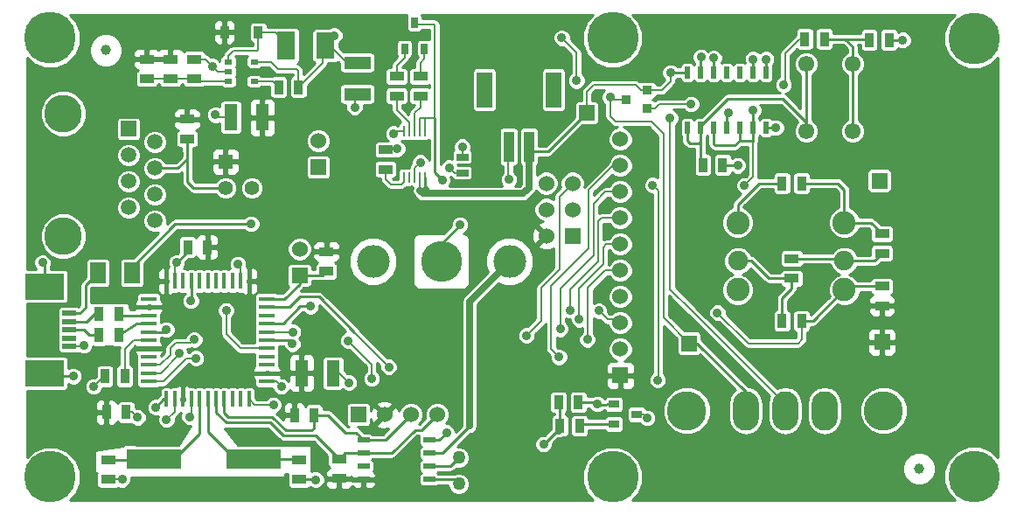
<source format=gtl>
G04 (created by PCBNEW (2013-04-19 BZR 4011)-stable) date 12/09/2013 12:22:20*
%MOIN*%
G04 Gerber Fmt 3.4, Leading zero omitted, Abs format*
%FSLAX34Y34*%
G01*
G70*
G90*
G04 APERTURE LIST*
%ADD10C,0*%
%ADD11R,0.0708661X0.0984252*%
%ADD12R,0.0708661X0.106299*%
%ADD13R,0.016X0.06*%
%ADD14R,0.06X0.016*%
%ADD15R,0.05X0.1*%
%ADD16R,0.1X0.05*%
%ADD17R,0.06X0.08*%
%ADD18R,0.055X0.035*%
%ADD19R,0.035X0.055*%
%ADD20R,0.0106X0.0394*%
%ADD21R,0.1496X0.0984*%
%ADD22R,0.0551X0.0197*%
%ADD23R,0.0358X0.048*%
%ADD24R,0.03X0.02*%
%ADD25C,0.06*%
%ADD26R,0.06X0.06*%
%ADD27R,0.045X0.02*%
%ADD28R,0.045X0.025*%
%ADD29C,0.19685*%
%ADD30C,0.089*%
%ADD31C,0.0752*%
%ADD32C,0.0393701*%
%ADD33R,0.21X0.076*%
%ADD34O,0.1X0.15*%
%ADD35C,0.15*%
%ADD36C,0.1437*%
%ADD37R,0.0591X0.0591*%
%ADD38C,0.0591*%
%ADD39R,0.0393701X0.11811*%
%ADD40R,0.0590551X0.133858*%
%ADD41C,0.061*%
%ADD42R,0.0394X0.0315*%
%ADD43R,0.02X0.045*%
%ADD44R,0.036X0.036*%
%ADD45C,0.05*%
%ADD46R,0.0276X0.0394*%
%ADD47R,0.055X0.055*%
%ADD48C,0.055*%
%ADD49C,0.125*%
%ADD50C,0.156*%
%ADD51C,0.035*%
%ADD52C,0.008*%
%ADD53C,0.01*%
%ADD54C,0.025*%
G04 APERTURE END LIST*
G54D10*
G54D11*
X30588Y-15358D03*
G54D12*
X29092Y-15358D03*
G54D13*
X26100Y-24329D03*
X25785Y-24329D03*
X25470Y-24329D03*
X25155Y-24329D03*
X24840Y-24329D03*
X24525Y-24329D03*
X26415Y-24329D03*
X26730Y-24329D03*
X27045Y-24329D03*
X27360Y-24329D03*
X27675Y-24329D03*
X26100Y-28829D03*
X25785Y-28829D03*
X25470Y-28829D03*
X25155Y-28829D03*
X24840Y-28829D03*
X24525Y-28829D03*
X26415Y-28829D03*
X26730Y-28829D03*
X27045Y-28829D03*
X27360Y-28829D03*
X27675Y-28829D03*
G54D14*
X23850Y-26579D03*
X28350Y-26579D03*
X23850Y-26894D03*
X28350Y-26894D03*
X28350Y-27209D03*
X23850Y-27209D03*
X23850Y-27524D03*
X28350Y-27524D03*
X28350Y-27839D03*
X23850Y-27839D03*
X23850Y-28154D03*
X28350Y-28154D03*
X28350Y-26264D03*
X23850Y-26264D03*
X23850Y-25949D03*
X28350Y-25949D03*
X28350Y-25634D03*
X23850Y-25634D03*
X23850Y-25319D03*
X28350Y-25319D03*
X28350Y-25004D03*
X23850Y-25004D03*
G54D15*
X29680Y-27840D03*
X30880Y-27840D03*
G54D16*
X31800Y-16000D03*
X31800Y-17200D03*
G54D15*
X28179Y-18092D03*
X26979Y-18092D03*
G54D17*
X23207Y-24020D03*
X21907Y-24020D03*
G54D18*
X23779Y-16617D03*
X23779Y-15867D03*
G54D19*
X22239Y-29330D03*
X22989Y-29330D03*
X26082Y-23036D03*
X25332Y-23036D03*
X22704Y-25592D03*
X21954Y-25592D03*
X22704Y-26392D03*
X21954Y-26392D03*
X22932Y-27957D03*
X22182Y-27957D03*
G54D18*
X25579Y-16617D03*
X25579Y-15867D03*
X24679Y-16617D03*
X24679Y-15867D03*
G54D19*
X29554Y-16942D03*
X28804Y-16942D03*
G54D20*
X34374Y-18617D03*
X34174Y-18617D03*
X33974Y-18617D03*
X33774Y-18617D03*
X33574Y-18617D03*
X33574Y-20367D03*
X33774Y-20367D03*
X33974Y-20367D03*
X34174Y-20367D03*
X34374Y-20367D03*
G54D21*
X19880Y-27839D03*
X19880Y-24531D03*
G54D22*
X20825Y-26815D03*
X20825Y-26500D03*
X20825Y-25555D03*
X20825Y-25870D03*
X20825Y-26185D03*
G54D23*
X28023Y-14842D03*
X26735Y-14842D03*
G54D24*
X26879Y-15967D03*
X26879Y-16717D03*
X27879Y-15967D03*
X26879Y-16342D03*
X27879Y-16717D03*
G54D25*
X41830Y-18925D03*
X41830Y-19925D03*
X41830Y-22925D03*
X41830Y-23925D03*
G54D26*
X41830Y-27925D03*
G54D25*
X41830Y-26925D03*
X41830Y-25925D03*
X41830Y-24925D03*
X41830Y-21925D03*
X41830Y-20925D03*
G54D18*
X34200Y-17275D03*
X34200Y-16525D03*
X33300Y-17275D03*
X33300Y-16525D03*
G54D26*
X29599Y-24102D03*
G54D25*
X29599Y-23102D03*
G54D18*
X30619Y-23207D03*
X30619Y-23957D03*
G54D27*
X32040Y-31890D03*
X32040Y-31390D03*
X32040Y-30890D03*
X32040Y-30390D03*
X34540Y-30390D03*
X34540Y-30890D03*
X34540Y-31390D03*
X34540Y-31890D03*
G54D18*
X31100Y-31105D03*
X31100Y-31855D03*
G54D19*
X30154Y-29442D03*
X29404Y-29442D03*
G54D18*
X32879Y-20067D03*
X32879Y-19317D03*
G54D28*
X35800Y-20200D03*
X35800Y-19600D03*
G54D18*
X25314Y-18155D03*
X25314Y-18905D03*
G54D29*
X20096Y-15063D03*
X41535Y-15063D03*
X20096Y-31795D03*
X41535Y-31795D03*
G54D18*
X51800Y-22525D03*
X51800Y-23275D03*
G54D19*
X48739Y-20600D03*
X47989Y-20600D03*
G54D18*
X48364Y-24225D03*
X48364Y-23475D03*
G54D19*
X47989Y-25850D03*
X48739Y-25850D03*
G54D18*
X51800Y-25275D03*
X51800Y-24525D03*
G54D30*
X50364Y-22100D03*
G54D31*
X50364Y-23557D03*
G54D30*
X50364Y-24659D03*
X46309Y-24659D03*
G54D31*
X46309Y-23557D03*
G54D30*
X46309Y-22100D03*
G54D29*
X55314Y-15080D03*
X55314Y-31780D03*
G54D32*
X53214Y-31480D03*
X22214Y-15530D03*
G54D18*
X29594Y-31895D03*
X29594Y-31145D03*
X22304Y-31895D03*
X22304Y-31145D03*
G54D33*
X24064Y-31130D03*
X27864Y-31130D03*
G54D34*
X46610Y-29271D03*
X48110Y-29271D03*
X49610Y-29271D03*
G54D35*
X44360Y-29271D03*
X51860Y-29271D03*
G54D36*
X20588Y-22618D03*
X20588Y-17945D03*
G54D37*
X23088Y-18530D03*
G54D38*
X24088Y-19030D03*
X23088Y-19530D03*
X24088Y-20030D03*
X23088Y-20530D03*
X24088Y-21030D03*
X23088Y-21530D03*
X24088Y-22030D03*
G54D39*
X37566Y-19201D03*
X38353Y-19201D03*
G54D40*
X36641Y-17035D03*
X39278Y-17035D03*
G54D41*
X50689Y-16042D03*
X48917Y-16042D03*
X50689Y-18602D03*
X48917Y-18602D03*
G54D42*
X42452Y-29405D03*
X41586Y-29780D03*
X41586Y-29030D03*
G54D43*
X44385Y-18481D03*
X44885Y-18481D03*
X45385Y-18481D03*
X45885Y-18481D03*
X46385Y-18481D03*
X46885Y-18481D03*
X47385Y-18481D03*
X47385Y-16381D03*
X46885Y-16381D03*
X46385Y-16381D03*
X45885Y-16381D03*
X45385Y-16381D03*
X44885Y-16381D03*
X44385Y-16381D03*
G54D19*
X48857Y-15098D03*
X49607Y-15098D03*
X51317Y-15137D03*
X52067Y-15137D03*
X44979Y-19901D03*
X45729Y-19901D03*
X40275Y-29850D03*
X39525Y-29850D03*
G54D44*
X42850Y-17050D03*
X42850Y-17750D03*
X42050Y-17400D03*
G54D26*
X30314Y-19988D03*
G54D25*
X30314Y-18988D03*
G54D26*
X40551Y-17913D03*
G54D19*
X40225Y-28950D03*
X39475Y-28950D03*
G54D45*
X35670Y-32060D03*
X35670Y-31060D03*
G54D26*
X44450Y-26700D03*
X51800Y-26650D03*
X51700Y-20500D03*
G54D46*
X33974Y-14465D03*
X34349Y-15465D03*
X33599Y-15465D03*
G54D26*
X40000Y-22600D03*
G54D25*
X39000Y-22600D03*
X40000Y-21600D03*
X39000Y-21600D03*
X40000Y-20600D03*
X39000Y-20600D03*
G54D26*
X31840Y-29420D03*
G54D25*
X32840Y-29420D03*
X33840Y-29420D03*
X34840Y-29420D03*
G54D47*
X26781Y-19780D03*
G54D48*
X26781Y-20780D03*
X27781Y-20780D03*
G54D49*
X32400Y-23580D03*
X37600Y-23580D03*
G54D50*
X35000Y-23580D03*
G54D51*
X45531Y-25531D03*
X25454Y-25080D03*
X40157Y-16692D03*
X39596Y-15059D03*
X30923Y-14965D03*
X41437Y-17322D03*
X43740Y-16377D03*
X43728Y-18118D03*
X33000Y-27600D03*
X29348Y-26264D03*
X39535Y-26156D03*
X29330Y-26730D03*
X30019Y-25295D03*
X41002Y-25457D03*
X40569Y-26559D03*
X25648Y-27268D03*
X25018Y-27091D03*
X40264Y-25791D03*
X26800Y-25450D03*
X38900Y-30550D03*
X28600Y-29050D03*
X32350Y-28050D03*
X38250Y-26400D03*
X31450Y-26600D03*
X24530Y-29610D03*
X23430Y-29530D03*
X39929Y-25437D03*
X25590Y-26560D03*
X39488Y-27224D03*
X24112Y-29138D03*
X35039Y-20472D03*
X27755Y-22145D03*
X44527Y-17578D03*
X46299Y-19921D03*
X45964Y-17913D03*
X35720Y-22180D03*
X40956Y-29015D03*
X31700Y-17700D03*
X35800Y-19200D03*
X35200Y-30100D03*
X20982Y-27957D03*
X19801Y-23626D03*
X27250Y-23690D03*
X28900Y-28350D03*
X31480Y-28200D03*
X25400Y-29500D03*
X52598Y-15137D03*
X47755Y-18484D03*
X47381Y-15866D03*
X46889Y-15866D03*
X45393Y-15826D03*
X44901Y-15787D03*
X22834Y-31889D03*
X21751Y-28346D03*
X30224Y-31900D03*
X24919Y-23626D03*
X26379Y-17992D03*
X26279Y-16142D03*
X37579Y-20460D03*
X33329Y-19292D03*
X21376Y-26776D03*
X33187Y-18705D03*
X24525Y-26185D03*
X35300Y-20000D03*
X34200Y-19800D03*
X48050Y-16850D03*
X43250Y-28100D03*
X42850Y-29550D03*
X43059Y-20669D03*
X46562Y-20681D03*
X46889Y-17814D03*
G54D52*
X45531Y-25531D02*
X46700Y-26700D01*
X46700Y-26700D02*
X48600Y-26700D01*
X48600Y-26700D02*
X48739Y-26560D01*
X48739Y-26560D02*
X48739Y-25850D01*
G54D53*
X51800Y-24525D02*
X50499Y-24525D01*
X50499Y-24525D02*
X50364Y-24659D01*
X25470Y-25064D02*
X25470Y-24329D01*
X25454Y-25080D02*
X25470Y-25064D01*
X48739Y-25850D02*
X49173Y-25850D01*
X49173Y-25850D02*
X50364Y-24659D01*
G54D52*
X42050Y-17400D02*
X41514Y-17400D01*
X41514Y-17400D02*
X41437Y-17322D01*
X43468Y-25718D02*
X43468Y-18718D01*
X43468Y-25718D02*
X44450Y-26700D01*
X43468Y-18718D02*
X43000Y-18250D01*
X43000Y-18250D02*
X41650Y-18250D01*
X41650Y-18250D02*
X41437Y-18037D01*
X41437Y-18037D02*
X41437Y-17322D01*
X40157Y-15620D02*
X40157Y-16692D01*
X39596Y-15059D02*
X40157Y-15620D01*
G54D53*
X30923Y-14965D02*
X30864Y-14965D01*
X30864Y-14965D02*
X30470Y-15358D01*
G54D52*
X31700Y-16000D02*
X31400Y-16000D01*
X30758Y-15358D02*
X30470Y-15358D01*
X31400Y-16000D02*
X30758Y-15358D01*
G54D53*
X44450Y-26700D02*
X44750Y-26700D01*
X44750Y-26700D02*
X46610Y-28560D01*
X46610Y-28560D02*
X46610Y-29271D01*
G54D52*
X27879Y-15967D02*
X28504Y-15967D01*
X29554Y-16317D02*
X29554Y-16942D01*
X29479Y-16242D02*
X29554Y-16317D01*
X28779Y-16242D02*
X29479Y-16242D01*
X28504Y-15967D02*
X28779Y-16242D01*
X30470Y-15358D02*
X30470Y-16026D01*
X30470Y-16026D02*
X29554Y-16942D01*
X42850Y-17050D02*
X42600Y-17050D01*
X40551Y-17098D02*
X40551Y-17913D01*
X40800Y-16850D02*
X40551Y-17098D01*
X42400Y-16850D02*
X40800Y-16850D01*
X42600Y-17050D02*
X42400Y-16850D01*
X42850Y-17050D02*
X43400Y-17050D01*
X43740Y-16709D02*
X43740Y-16377D01*
X43400Y-17050D02*
X43740Y-16709D01*
X43728Y-18118D02*
X43728Y-24637D01*
X48110Y-29015D02*
X44547Y-25452D01*
X48110Y-29271D02*
X48110Y-29015D01*
X43728Y-24637D02*
X44547Y-25456D01*
X44547Y-25456D02*
X44547Y-25452D01*
G54D54*
X34822Y-20994D02*
X34301Y-20994D01*
X34301Y-20994D02*
X34174Y-20867D01*
X34399Y-20850D02*
X34399Y-20905D01*
G54D53*
X34374Y-20850D02*
X34399Y-20850D01*
G54D54*
X34399Y-20905D02*
X34488Y-20994D01*
X34488Y-20994D02*
X34822Y-20994D01*
X34822Y-20994D02*
X38120Y-20994D01*
X38120Y-20994D02*
X38348Y-20765D01*
X38348Y-20765D02*
X38348Y-19391D01*
G54D53*
X43740Y-16377D02*
X43740Y-16381D01*
X43740Y-16381D02*
X44385Y-16381D01*
X38348Y-19391D02*
X39072Y-19391D01*
X39072Y-19391D02*
X40551Y-17913D01*
X34374Y-20367D02*
X34374Y-20850D01*
X34374Y-20850D02*
X34374Y-20864D01*
G54D52*
X34174Y-20867D02*
X34177Y-20870D01*
X34177Y-20870D02*
X34368Y-20870D01*
X34368Y-20870D02*
X34374Y-20864D01*
X34174Y-20367D02*
X34174Y-20867D01*
X31681Y-26268D02*
X31681Y-26281D01*
X31681Y-26281D02*
X33000Y-27600D01*
G54D53*
X28350Y-25319D02*
X29208Y-25319D01*
X29606Y-24921D02*
X30334Y-24921D01*
X29208Y-25319D02*
X29606Y-24921D01*
X30334Y-24921D02*
X31681Y-26268D01*
X23850Y-25949D02*
X23384Y-25949D01*
X22723Y-26392D02*
X22704Y-26392D01*
X23384Y-25949D02*
X22723Y-26392D01*
X23850Y-25634D02*
X22743Y-25631D01*
X22743Y-25631D02*
X22704Y-25592D01*
G54D52*
X28350Y-26264D02*
X29348Y-26264D01*
X29348Y-26264D02*
X29348Y-26264D01*
X41830Y-20925D02*
X41259Y-20925D01*
X40800Y-21385D02*
X40800Y-23350D01*
X41259Y-20925D02*
X40800Y-21385D01*
X40800Y-23350D02*
X39535Y-24614D01*
X39535Y-24614D02*
X39535Y-26156D01*
G54D53*
X28350Y-26579D02*
X29179Y-26579D01*
X29179Y-26579D02*
X29330Y-26730D01*
X28350Y-25949D02*
X28971Y-25949D01*
X28971Y-25949D02*
X29625Y-25295D01*
G54D52*
X41337Y-25791D02*
X41848Y-25791D01*
X41002Y-25457D02*
X41337Y-25791D01*
G54D53*
X29625Y-25295D02*
X30019Y-25295D01*
G54D52*
X41830Y-23925D02*
X41251Y-23925D01*
X40590Y-26538D02*
X40569Y-26559D01*
X40590Y-24586D02*
X40590Y-26538D01*
X41251Y-23925D02*
X40590Y-24586D01*
X23850Y-28154D02*
X24407Y-28154D01*
X25293Y-27268D02*
X25648Y-27268D01*
X24407Y-28154D02*
X25293Y-27268D01*
X41830Y-22925D02*
X41287Y-22925D01*
X41287Y-22925D02*
X41181Y-23031D01*
X41181Y-23031D02*
X41181Y-23681D01*
X41181Y-23681D02*
X40264Y-24598D01*
X24309Y-27839D02*
X25018Y-27130D01*
X25018Y-27130D02*
X25018Y-27091D01*
X23850Y-27839D02*
X24309Y-27839D01*
X40264Y-24598D02*
X40264Y-25791D01*
X26800Y-25450D02*
X26800Y-26350D01*
X26800Y-26350D02*
X27344Y-26894D01*
X27344Y-26894D02*
X28350Y-26894D01*
G54D53*
X24088Y-20030D02*
X24964Y-20030D01*
X25329Y-19665D02*
X25314Y-18905D01*
X24964Y-20030D02*
X25329Y-19665D01*
X26781Y-20780D02*
X25563Y-20780D01*
X25563Y-20780D02*
X25329Y-20546D01*
X25329Y-20546D02*
X25314Y-18905D01*
X39525Y-30100D02*
X39350Y-30100D01*
X39475Y-30050D02*
X39525Y-30100D01*
X39350Y-30100D02*
X38900Y-30550D01*
G54D52*
X28600Y-29050D02*
X27896Y-29050D01*
X27896Y-29050D02*
X27675Y-28829D01*
G54D53*
X39525Y-29850D02*
X39525Y-29000D01*
X39525Y-29000D02*
X39475Y-28950D01*
G54D52*
X39500Y-21100D02*
X39500Y-23895D01*
X38799Y-25850D02*
X38250Y-26400D01*
X38799Y-24596D02*
X38799Y-25850D01*
X39500Y-23895D02*
X38799Y-24596D01*
X24840Y-28829D02*
X24840Y-29299D01*
X24840Y-29299D02*
X24530Y-29610D01*
X32350Y-28050D02*
X32350Y-27500D01*
X39500Y-21100D02*
X40000Y-20600D01*
X32350Y-27500D02*
X31450Y-26600D01*
X22989Y-29330D02*
X23230Y-29330D01*
X23230Y-29330D02*
X23430Y-29530D01*
X41830Y-21925D02*
X41102Y-21925D01*
X41102Y-21925D02*
X40984Y-22042D01*
X40984Y-22042D02*
X40984Y-23582D01*
X40984Y-23582D02*
X39929Y-24637D01*
X23850Y-27524D02*
X24285Y-27524D01*
X24670Y-26890D02*
X24870Y-26690D01*
X24670Y-27140D02*
X24670Y-26890D01*
X24285Y-27524D02*
X24670Y-27140D01*
X39929Y-24637D02*
X39929Y-25437D01*
X25460Y-26690D02*
X25590Y-26560D01*
X24870Y-26690D02*
X25460Y-26690D01*
G54D53*
X32040Y-30890D02*
X33110Y-30890D01*
X34260Y-30000D02*
X34840Y-29420D01*
X34000Y-30000D02*
X34260Y-30000D01*
X33110Y-30890D02*
X34000Y-30000D01*
X32040Y-30890D02*
X31315Y-30890D01*
X31315Y-30890D02*
X31100Y-31105D01*
X28994Y-30230D02*
X30225Y-30230D01*
X26415Y-29332D02*
X26804Y-29720D01*
X26415Y-28829D02*
X26415Y-29332D01*
X28484Y-29720D02*
X28994Y-30230D01*
X26804Y-29720D02*
X28484Y-29720D01*
X30225Y-30230D02*
X31100Y-31105D01*
X32040Y-30390D02*
X32870Y-30390D01*
X32870Y-30390D02*
X33840Y-29420D01*
X30154Y-29442D02*
X30692Y-29442D01*
X31750Y-30100D02*
X32040Y-30390D01*
X31350Y-30100D02*
X31750Y-30100D01*
X30692Y-29442D02*
X31350Y-30100D01*
X26884Y-29510D02*
X28557Y-29510D01*
X26884Y-29510D02*
X26730Y-29357D01*
X26730Y-29357D02*
X26730Y-28829D01*
X28557Y-29510D02*
X29077Y-30030D01*
X29077Y-30030D02*
X30060Y-30030D01*
X30060Y-30030D02*
X30154Y-29936D01*
X30154Y-29936D02*
X30154Y-29442D01*
G54D52*
X39191Y-26927D02*
X39191Y-24509D01*
X39488Y-27224D02*
X39191Y-26927D01*
X41830Y-19925D02*
X41551Y-19925D01*
X40619Y-23080D02*
X39191Y-24509D01*
X40619Y-20856D02*
X40619Y-23080D01*
X41551Y-19925D02*
X40619Y-20856D01*
G54D53*
X24525Y-28829D02*
X24421Y-28829D01*
X24421Y-28829D02*
X24112Y-29138D01*
X20825Y-25870D02*
X21494Y-25870D01*
X21770Y-25595D02*
X21954Y-25592D01*
X21494Y-25870D02*
X21770Y-25595D01*
X20825Y-26185D02*
X21376Y-26185D01*
X21573Y-26382D02*
X21954Y-26392D01*
X21376Y-26185D02*
X21573Y-26382D01*
X20825Y-25555D02*
X21216Y-25555D01*
X21216Y-25555D02*
X21440Y-25331D01*
X21440Y-24487D02*
X21907Y-24020D01*
X21440Y-25331D02*
X21440Y-24487D01*
X23207Y-24020D02*
X23207Y-23802D01*
X24864Y-22145D02*
X27755Y-22145D01*
X23207Y-23802D02*
X24864Y-22145D01*
X35039Y-20472D02*
X34762Y-20195D01*
X34762Y-20195D02*
X34762Y-18114D01*
G54D52*
X23207Y-24020D02*
X23207Y-23964D01*
X33974Y-14532D02*
X34722Y-14532D01*
X34722Y-14532D02*
X34762Y-14571D01*
X34762Y-14571D02*
X34762Y-18114D01*
X34368Y-18114D02*
X34762Y-18114D01*
X34174Y-18617D02*
X34174Y-18117D01*
X34374Y-18121D02*
X34374Y-18617D01*
X34368Y-18114D02*
X34374Y-18121D01*
X34177Y-18114D02*
X34368Y-18114D01*
X34174Y-18117D02*
X34177Y-18114D01*
G54D53*
X28350Y-25004D02*
X29031Y-25004D01*
X29599Y-24435D02*
X29599Y-24102D01*
X29031Y-25004D02*
X29599Y-24435D01*
X29599Y-24102D02*
X30474Y-24102D01*
X30474Y-24102D02*
X30619Y-23957D01*
G54D52*
X42850Y-17750D02*
X43150Y-17750D01*
X43321Y-17578D02*
X44527Y-17578D01*
X43150Y-17750D02*
X43321Y-17578D01*
G54D53*
X45885Y-18481D02*
X45885Y-17992D01*
X46279Y-19901D02*
X45729Y-19901D01*
X46299Y-19921D02*
X46279Y-19901D01*
X45885Y-17992D02*
X45964Y-17913D01*
X35000Y-23580D02*
X35000Y-22900D01*
X35000Y-22900D02*
X35720Y-22180D01*
X40225Y-28950D02*
X40890Y-28950D01*
X40975Y-29034D02*
X40956Y-29015D01*
X40975Y-29034D02*
X41586Y-29030D01*
X40890Y-28950D02*
X40956Y-29015D01*
G54D52*
X31700Y-17200D02*
X31700Y-17700D01*
X35800Y-19600D02*
X35800Y-19200D01*
G54D53*
X34540Y-30390D02*
X34910Y-30390D01*
X34910Y-30390D02*
X35200Y-30100D01*
X20982Y-27957D02*
X19998Y-27957D01*
X19998Y-27957D02*
X19880Y-27839D01*
X19880Y-24531D02*
X19880Y-23705D01*
X19880Y-23705D02*
X19801Y-23626D01*
G54D52*
X27360Y-24329D02*
X27360Y-23800D01*
X27360Y-23800D02*
X27250Y-23690D01*
X28350Y-28154D02*
X28704Y-28154D01*
X28704Y-28154D02*
X28900Y-28350D01*
X30880Y-27840D02*
X31120Y-27840D01*
X31120Y-27840D02*
X31480Y-28200D01*
X25470Y-28829D02*
X25470Y-29429D01*
X25470Y-29429D02*
X25400Y-29500D01*
G54D53*
X52067Y-15137D02*
X52598Y-15137D01*
X47385Y-18481D02*
X47753Y-18481D01*
X47753Y-18481D02*
X47755Y-18484D01*
X47385Y-16381D02*
X47385Y-15870D01*
X47385Y-15870D02*
X47381Y-15866D01*
X46885Y-16381D02*
X46885Y-15870D01*
X46885Y-15870D02*
X46889Y-15866D01*
X45385Y-16381D02*
X45385Y-15834D01*
X45385Y-15834D02*
X45393Y-15826D01*
X44885Y-16381D02*
X44885Y-15803D01*
X44885Y-15803D02*
X44901Y-15787D01*
G54D52*
X22304Y-31895D02*
X22828Y-31895D01*
X22828Y-31895D02*
X22834Y-31889D01*
X22182Y-27957D02*
X22141Y-27957D01*
X22141Y-27957D02*
X21751Y-28346D01*
G54D53*
X29594Y-31895D02*
X30219Y-31895D01*
X30219Y-31895D02*
X30224Y-31900D01*
G54D52*
X24840Y-24329D02*
X24840Y-23705D01*
X24840Y-23705D02*
X24919Y-23626D01*
X26979Y-18092D02*
X26479Y-18092D01*
X26479Y-18092D02*
X26379Y-17992D01*
X25579Y-15867D02*
X26004Y-15867D01*
X26479Y-16342D02*
X26279Y-16142D01*
X26479Y-16342D02*
X26879Y-16342D01*
X26004Y-15867D02*
X26279Y-16142D01*
X37561Y-18918D02*
X37561Y-20442D01*
X37561Y-20442D02*
X37579Y-20460D01*
X32879Y-19317D02*
X33304Y-19317D01*
X33304Y-19317D02*
X33329Y-19292D01*
X20825Y-26815D02*
X21336Y-26815D01*
X21336Y-26815D02*
X21376Y-26776D01*
X33574Y-18617D02*
X33275Y-18617D01*
X33275Y-18617D02*
X33187Y-18705D01*
G54D53*
X25332Y-23036D02*
X25332Y-23214D01*
X25332Y-23214D02*
X24919Y-23626D01*
X23850Y-26264D02*
X24447Y-26264D01*
X24447Y-26264D02*
X24525Y-26185D01*
G54D52*
X33574Y-20367D02*
X33574Y-20547D01*
X32879Y-20442D02*
X32879Y-20067D01*
X33079Y-20642D02*
X32879Y-20442D01*
X33479Y-20642D02*
X33079Y-20642D01*
X33574Y-20547D02*
X33479Y-20642D01*
X33774Y-18617D02*
X33774Y-18274D01*
X33300Y-17800D02*
X33300Y-17275D01*
X33774Y-18274D02*
X33300Y-17800D01*
X33974Y-20367D02*
X33974Y-20025D01*
X35500Y-20200D02*
X35800Y-20200D01*
X35300Y-20000D02*
X35500Y-20200D01*
X33974Y-20025D02*
X34200Y-19800D01*
X34349Y-15465D02*
X34349Y-15850D01*
X34349Y-15850D02*
X34200Y-16000D01*
X34200Y-16000D02*
X34200Y-16525D01*
X33599Y-15465D02*
X33599Y-15800D01*
X33300Y-16100D02*
X33300Y-16525D01*
X33599Y-15800D02*
X33300Y-16100D01*
X34200Y-17700D02*
X34200Y-17275D01*
X33974Y-18617D02*
X33974Y-17925D01*
X33974Y-17925D02*
X34200Y-17700D01*
X23779Y-16617D02*
X24679Y-16617D01*
X24679Y-16617D02*
X25579Y-16617D01*
X26879Y-16717D02*
X25679Y-16717D01*
X25679Y-16717D02*
X25579Y-16617D01*
X26879Y-15967D02*
X26879Y-15742D01*
X28023Y-15498D02*
X28023Y-14842D01*
X27979Y-15542D02*
X28023Y-15498D01*
X27079Y-15542D02*
X27979Y-15542D01*
X26879Y-15742D02*
X27079Y-15542D01*
X28023Y-14842D02*
X28694Y-14842D01*
X28694Y-14842D02*
X29211Y-15358D01*
X27879Y-16717D02*
X28579Y-16717D01*
X28579Y-16717D02*
X28804Y-16942D01*
G54D53*
X27864Y-31130D02*
X29579Y-31130D01*
X29579Y-31130D02*
X29594Y-31145D01*
X26100Y-28829D02*
X26100Y-30077D01*
X27154Y-31130D02*
X27864Y-31130D01*
X26100Y-30077D02*
X27154Y-31130D01*
G54D52*
X22932Y-27957D02*
X22932Y-26913D01*
X22932Y-26913D02*
X23266Y-26579D01*
X23850Y-26579D02*
X23266Y-26579D01*
G54D53*
X22304Y-31145D02*
X24049Y-31145D01*
X24049Y-31145D02*
X24064Y-31130D01*
X25785Y-28829D02*
X25785Y-30159D01*
X24814Y-31130D02*
X24064Y-31130D01*
X25785Y-30159D02*
X24814Y-31130D01*
G54D54*
X37600Y-23580D02*
X36080Y-25100D01*
G54D53*
X35050Y-30890D02*
X36080Y-29860D01*
X34540Y-30890D02*
X35050Y-30890D01*
G54D54*
X36080Y-25100D02*
X36080Y-29860D01*
G54D53*
X34540Y-31890D02*
X35500Y-31890D01*
X35500Y-31890D02*
X35670Y-32060D01*
X34540Y-31390D02*
X35340Y-31390D01*
X35340Y-31390D02*
X35670Y-31060D01*
X46309Y-23557D02*
X46821Y-23557D01*
X47489Y-24225D02*
X48364Y-24225D01*
X46821Y-23557D02*
X47489Y-24225D01*
X48364Y-24225D02*
X48364Y-24600D01*
X47989Y-24975D02*
X47989Y-25850D01*
X48364Y-24600D02*
X47989Y-24975D01*
X47989Y-20600D02*
X47114Y-20600D01*
X46309Y-21405D02*
X46309Y-22100D01*
X47114Y-20600D02*
X46309Y-21405D01*
X50364Y-23557D02*
X51517Y-23557D01*
X51517Y-23557D02*
X51800Y-23275D01*
X48364Y-23475D02*
X50282Y-23475D01*
X50282Y-23475D02*
X50364Y-23557D01*
X50364Y-22100D02*
X51375Y-22100D01*
X51375Y-22100D02*
X51800Y-22525D01*
X48739Y-20600D02*
X50114Y-20600D01*
X50364Y-20850D02*
X50364Y-22100D01*
X50114Y-20600D02*
X50364Y-20850D01*
X41586Y-29780D02*
X40344Y-29780D01*
X40344Y-29780D02*
X40275Y-29850D01*
X49607Y-15098D02*
X51278Y-15098D01*
X51278Y-15098D02*
X51317Y-15137D01*
X50689Y-18602D02*
X50689Y-16042D01*
X50689Y-16042D02*
X50689Y-15393D01*
X50393Y-15098D02*
X49607Y-15098D01*
X50689Y-15393D02*
X50393Y-15098D01*
X44885Y-18481D02*
X44885Y-19808D01*
X44885Y-19808D02*
X44979Y-19901D01*
X44885Y-18481D02*
X44885Y-18421D01*
X48917Y-18267D02*
X48917Y-18602D01*
X48031Y-17381D02*
X48917Y-18267D01*
X45925Y-17381D02*
X48031Y-17381D01*
X44885Y-18421D02*
X45925Y-17381D01*
X48917Y-18602D02*
X48917Y-16042D01*
X44385Y-18481D02*
X44385Y-18992D01*
X44885Y-18992D02*
X44885Y-18481D01*
X44803Y-19074D02*
X44885Y-18992D01*
X44468Y-19074D02*
X44803Y-19074D01*
X44385Y-18992D02*
X44468Y-19074D01*
G54D52*
X48857Y-15098D02*
X48651Y-15098D01*
X48100Y-16800D02*
X48050Y-16850D01*
X48100Y-15650D02*
X48100Y-16800D01*
X48651Y-15098D02*
X48100Y-15650D01*
X42452Y-29405D02*
X42705Y-29405D01*
X43275Y-28074D02*
X43275Y-20885D01*
X43250Y-28100D02*
X43275Y-28074D01*
X42705Y-29405D02*
X42850Y-29550D01*
X43275Y-20885D02*
X43059Y-20669D01*
X46885Y-20358D02*
X46885Y-18996D01*
X46562Y-20681D02*
X46885Y-20358D01*
G54D53*
X46885Y-18481D02*
X46885Y-17818D01*
X46885Y-17818D02*
X46889Y-17814D01*
X46385Y-18481D02*
X46385Y-18964D01*
X46385Y-18964D02*
X46196Y-19153D01*
X46196Y-19153D02*
X45433Y-19153D01*
X45385Y-19106D02*
X45385Y-18481D01*
X45433Y-19153D02*
X45385Y-19106D01*
X46885Y-18481D02*
X46885Y-18996D01*
X46885Y-18996D02*
X46885Y-19011D01*
X46417Y-18996D02*
X46385Y-18964D01*
X46870Y-18996D02*
X46417Y-18996D01*
X46885Y-19011D02*
X46870Y-18996D01*
G54D10*
G36*
X56216Y-31050D02*
X55968Y-30802D01*
X55544Y-30626D01*
X55085Y-30626D01*
X54661Y-30801D01*
X54336Y-31126D01*
X54160Y-31550D01*
X54159Y-32009D01*
X54335Y-32433D01*
X54579Y-32679D01*
X53854Y-32679D01*
X53854Y-31354D01*
X53757Y-31118D01*
X53577Y-30938D01*
X53342Y-30840D01*
X53087Y-30840D01*
X52943Y-30899D01*
X52943Y-15069D01*
X52891Y-14942D01*
X52794Y-14845D01*
X52667Y-14792D01*
X52530Y-14792D01*
X52412Y-14841D01*
X52412Y-14829D01*
X52387Y-14766D01*
X52339Y-14718D01*
X52276Y-14692D01*
X52209Y-14692D01*
X51859Y-14692D01*
X51796Y-14718D01*
X51748Y-14766D01*
X51722Y-14828D01*
X51722Y-14896D01*
X51722Y-15446D01*
X51748Y-15508D01*
X51796Y-15556D01*
X51858Y-15582D01*
X51926Y-15582D01*
X52276Y-15582D01*
X52339Y-15556D01*
X52386Y-15509D01*
X52412Y-15446D01*
X52412Y-15434D01*
X52529Y-15482D01*
X52666Y-15482D01*
X52793Y-15430D01*
X52890Y-15333D01*
X52943Y-15206D01*
X52943Y-15069D01*
X52943Y-30899D01*
X52851Y-30937D01*
X52780Y-31008D01*
X52780Y-29089D01*
X52640Y-28751D01*
X52382Y-28492D01*
X52350Y-28478D01*
X52350Y-26900D01*
X52350Y-26399D01*
X52349Y-26300D01*
X52325Y-26240D01*
X52325Y-25499D01*
X52325Y-25050D01*
X52287Y-24958D01*
X52216Y-24888D01*
X52140Y-24856D01*
X52171Y-24844D01*
X52219Y-24796D01*
X52244Y-24733D01*
X52245Y-24666D01*
X52245Y-24316D01*
X52219Y-24253D01*
X52171Y-24205D01*
X52108Y-24180D01*
X52041Y-24179D01*
X51491Y-24179D01*
X51428Y-24205D01*
X51380Y-24253D01*
X51359Y-24305D01*
X50878Y-24305D01*
X50712Y-24138D01*
X50550Y-24071D01*
X50673Y-24021D01*
X50826Y-23867D01*
X50864Y-23777D01*
X51517Y-23777D01*
X51601Y-23761D01*
X51601Y-23761D01*
X51672Y-23713D01*
X51766Y-23620D01*
X52108Y-23620D01*
X52171Y-23594D01*
X52219Y-23546D01*
X52244Y-23483D01*
X52245Y-23416D01*
X52245Y-23066D01*
X52245Y-22666D01*
X52245Y-22316D01*
X52219Y-22253D01*
X52171Y-22205D01*
X52170Y-22205D01*
X52170Y-20766D01*
X52170Y-20166D01*
X52144Y-20103D01*
X52096Y-20055D01*
X52033Y-20030D01*
X51966Y-20029D01*
X51662Y-20029D01*
X51662Y-15379D01*
X51662Y-14829D01*
X51637Y-14766D01*
X51589Y-14718D01*
X51526Y-14692D01*
X51459Y-14692D01*
X51109Y-14692D01*
X51046Y-14718D01*
X50998Y-14766D01*
X50972Y-14828D01*
X50972Y-14878D01*
X50393Y-14878D01*
X49952Y-14878D01*
X49952Y-14789D01*
X49926Y-14727D01*
X49878Y-14679D01*
X49816Y-14653D01*
X49748Y-14653D01*
X49398Y-14653D01*
X49336Y-14679D01*
X49288Y-14727D01*
X49262Y-14789D01*
X49262Y-14857D01*
X49262Y-15407D01*
X49288Y-15469D01*
X49335Y-15517D01*
X49398Y-15543D01*
X49465Y-15543D01*
X49815Y-15543D01*
X49878Y-15517D01*
X49926Y-15469D01*
X49952Y-15407D01*
X49952Y-15339D01*
X49952Y-15318D01*
X50302Y-15318D01*
X50469Y-15485D01*
X50469Y-15619D01*
X50420Y-15639D01*
X50286Y-15773D01*
X50214Y-15947D01*
X50214Y-16136D01*
X50286Y-16311D01*
X50419Y-16445D01*
X50469Y-16465D01*
X50469Y-18179D01*
X50420Y-18199D01*
X50286Y-18333D01*
X50214Y-18507D01*
X50214Y-18696D01*
X50286Y-18871D01*
X50419Y-19005D01*
X50594Y-19077D01*
X50783Y-19077D01*
X50957Y-19005D01*
X51091Y-18872D01*
X51164Y-18697D01*
X51164Y-18508D01*
X51092Y-18334D01*
X50958Y-18200D01*
X50909Y-18179D01*
X50909Y-16465D01*
X50957Y-16445D01*
X51091Y-16312D01*
X51164Y-16137D01*
X51164Y-15948D01*
X51092Y-15774D01*
X50958Y-15640D01*
X50909Y-15619D01*
X50909Y-15393D01*
X50894Y-15318D01*
X50972Y-15318D01*
X50972Y-15446D01*
X50998Y-15508D01*
X51046Y-15556D01*
X51108Y-15582D01*
X51176Y-15582D01*
X51526Y-15582D01*
X51589Y-15556D01*
X51636Y-15509D01*
X51662Y-15446D01*
X51662Y-15379D01*
X51662Y-20029D01*
X51366Y-20029D01*
X51303Y-20055D01*
X51255Y-20103D01*
X51230Y-20166D01*
X51229Y-20233D01*
X51229Y-20833D01*
X51255Y-20896D01*
X51303Y-20944D01*
X51366Y-20969D01*
X51433Y-20970D01*
X52033Y-20970D01*
X52096Y-20944D01*
X52144Y-20896D01*
X52169Y-20833D01*
X52170Y-20766D01*
X52170Y-22205D01*
X52108Y-22180D01*
X52041Y-22179D01*
X51766Y-22179D01*
X51531Y-21945D01*
X51460Y-21897D01*
X51375Y-21880D01*
X50938Y-21880D01*
X50885Y-21753D01*
X50712Y-21579D01*
X50584Y-21526D01*
X50584Y-20850D01*
X50567Y-20766D01*
X50519Y-20695D01*
X50519Y-20695D01*
X50269Y-20445D01*
X50198Y-20397D01*
X50114Y-20380D01*
X49392Y-20380D01*
X49392Y-18508D01*
X49320Y-18334D01*
X49186Y-18200D01*
X49137Y-18179D01*
X49137Y-16465D01*
X49185Y-16445D01*
X49319Y-16312D01*
X49392Y-16137D01*
X49392Y-15948D01*
X49320Y-15774D01*
X49186Y-15640D01*
X49012Y-15567D01*
X48823Y-15567D01*
X48648Y-15639D01*
X48514Y-15773D01*
X48442Y-15947D01*
X48442Y-16136D01*
X48514Y-16311D01*
X48647Y-16445D01*
X48697Y-16465D01*
X48697Y-17736D01*
X48187Y-17226D01*
X48131Y-17189D01*
X48245Y-17142D01*
X48342Y-17045D01*
X48394Y-16918D01*
X48395Y-16781D01*
X48342Y-16654D01*
X48310Y-16622D01*
X48310Y-15736D01*
X48557Y-15489D01*
X48585Y-15517D01*
X48648Y-15543D01*
X48715Y-15543D01*
X49065Y-15543D01*
X49128Y-15517D01*
X49176Y-15469D01*
X49202Y-15407D01*
X49202Y-15339D01*
X49202Y-14789D01*
X49176Y-14727D01*
X49128Y-14679D01*
X49066Y-14653D01*
X48998Y-14653D01*
X48648Y-14653D01*
X48586Y-14679D01*
X48538Y-14727D01*
X48512Y-14789D01*
X48512Y-14857D01*
X48512Y-14943D01*
X48503Y-14949D01*
X47951Y-15501D01*
X47905Y-15569D01*
X47890Y-15650D01*
X47890Y-16542D01*
X47854Y-16557D01*
X47757Y-16654D01*
X47705Y-16781D01*
X47704Y-16918D01*
X47757Y-17045D01*
X47854Y-17142D01*
X47901Y-17161D01*
X45925Y-17161D01*
X45841Y-17178D01*
X45769Y-17226D01*
X44909Y-18086D01*
X44752Y-18086D01*
X44689Y-18112D01*
X44641Y-18160D01*
X44635Y-18174D01*
X44630Y-18160D01*
X44582Y-18112D01*
X44519Y-18086D01*
X44452Y-18086D01*
X44252Y-18086D01*
X44189Y-18112D01*
X44141Y-18160D01*
X44115Y-18222D01*
X44115Y-18290D01*
X44115Y-18740D01*
X44141Y-18803D01*
X44165Y-18827D01*
X44165Y-18992D01*
X44182Y-19076D01*
X44230Y-19147D01*
X44312Y-19230D01*
X44312Y-19230D01*
X44384Y-19278D01*
X44468Y-19294D01*
X44468Y-19294D01*
X44665Y-19294D01*
X44665Y-19524D01*
X44660Y-19530D01*
X44634Y-19592D01*
X44634Y-19660D01*
X44634Y-20210D01*
X44660Y-20272D01*
X44707Y-20320D01*
X44770Y-20346D01*
X44837Y-20346D01*
X45187Y-20346D01*
X45250Y-20320D01*
X45298Y-20272D01*
X45324Y-20210D01*
X45324Y-20142D01*
X45324Y-19592D01*
X45298Y-19530D01*
X45250Y-19482D01*
X45188Y-19456D01*
X45120Y-19456D01*
X45105Y-19456D01*
X45105Y-18992D01*
X45105Y-18827D01*
X45129Y-18803D01*
X45135Y-18788D01*
X45141Y-18803D01*
X45165Y-18827D01*
X45165Y-19106D01*
X45182Y-19190D01*
X45230Y-19261D01*
X45277Y-19309D01*
X45277Y-19309D01*
X45348Y-19356D01*
X45433Y-19373D01*
X46196Y-19373D01*
X46281Y-19356D01*
X46281Y-19356D01*
X46352Y-19309D01*
X46445Y-19216D01*
X46675Y-19216D01*
X46675Y-20271D01*
X46644Y-20302D01*
X46644Y-19852D01*
X46591Y-19726D01*
X46494Y-19628D01*
X46368Y-19576D01*
X46230Y-19576D01*
X46104Y-19628D01*
X46074Y-19658D01*
X46074Y-19592D01*
X46048Y-19530D01*
X46000Y-19482D01*
X45938Y-19456D01*
X45870Y-19456D01*
X45520Y-19456D01*
X45458Y-19482D01*
X45410Y-19530D01*
X45384Y-19592D01*
X45384Y-19660D01*
X45384Y-20210D01*
X45410Y-20272D01*
X45457Y-20320D01*
X45520Y-20346D01*
X45587Y-20346D01*
X45937Y-20346D01*
X46000Y-20320D01*
X46048Y-20272D01*
X46074Y-20210D01*
X46074Y-20184D01*
X46103Y-20213D01*
X46230Y-20266D01*
X46367Y-20266D01*
X46494Y-20213D01*
X46591Y-20116D01*
X46644Y-19990D01*
X46644Y-19852D01*
X46644Y-20302D01*
X46610Y-20336D01*
X46494Y-20336D01*
X46367Y-20388D01*
X46270Y-20485D01*
X46218Y-20612D01*
X46217Y-20749D01*
X46270Y-20876D01*
X46367Y-20973D01*
X46412Y-20991D01*
X46153Y-21250D01*
X46105Y-21321D01*
X46089Y-21405D01*
X46089Y-21526D01*
X45961Y-21579D01*
X45788Y-21752D01*
X45694Y-21978D01*
X45694Y-22222D01*
X45787Y-22448D01*
X45960Y-22622D01*
X46186Y-22715D01*
X46430Y-22716D01*
X46657Y-22622D01*
X46830Y-22449D01*
X46924Y-22223D01*
X46924Y-21979D01*
X46830Y-21753D01*
X46657Y-21579D01*
X46529Y-21526D01*
X46529Y-21497D01*
X47205Y-20820D01*
X47644Y-20820D01*
X47644Y-20909D01*
X47669Y-20972D01*
X47717Y-21019D01*
X47780Y-21045D01*
X47847Y-21045D01*
X48197Y-21045D01*
X48260Y-21020D01*
X48308Y-20972D01*
X48334Y-20909D01*
X48334Y-20842D01*
X48334Y-20292D01*
X48308Y-20229D01*
X48260Y-20181D01*
X48198Y-20155D01*
X48130Y-20155D01*
X47780Y-20155D01*
X47718Y-20181D01*
X47670Y-20229D01*
X47644Y-20291D01*
X47644Y-20359D01*
X47644Y-20380D01*
X47114Y-20380D01*
X47090Y-20385D01*
X47095Y-20358D01*
X47095Y-19062D01*
X47095Y-19062D01*
X47105Y-19011D01*
X47105Y-19011D01*
X47105Y-18996D01*
X47105Y-18827D01*
X47129Y-18803D01*
X47135Y-18788D01*
X47141Y-18803D01*
X47189Y-18850D01*
X47251Y-18876D01*
X47319Y-18876D01*
X47519Y-18876D01*
X47581Y-18851D01*
X47628Y-18804D01*
X47686Y-18829D01*
X47824Y-18829D01*
X47951Y-18776D01*
X48048Y-18679D01*
X48100Y-18553D01*
X48100Y-18415D01*
X48048Y-18289D01*
X47951Y-18191D01*
X47824Y-18139D01*
X47687Y-18139D01*
X47630Y-18162D01*
X47630Y-18160D01*
X47582Y-18112D01*
X47519Y-18086D01*
X47452Y-18086D01*
X47252Y-18086D01*
X47189Y-18112D01*
X47141Y-18160D01*
X47135Y-18174D01*
X47130Y-18160D01*
X47105Y-18136D01*
X47105Y-18086D01*
X47182Y-18010D01*
X47234Y-17883D01*
X47234Y-17746D01*
X47182Y-17619D01*
X47164Y-17601D01*
X47940Y-17601D01*
X48593Y-18254D01*
X48514Y-18333D01*
X48442Y-18507D01*
X48442Y-18696D01*
X48514Y-18871D01*
X48647Y-19005D01*
X48822Y-19077D01*
X49011Y-19077D01*
X49185Y-19005D01*
X49319Y-18872D01*
X49392Y-18697D01*
X49392Y-18508D01*
X49392Y-20380D01*
X49084Y-20380D01*
X49084Y-20292D01*
X49058Y-20229D01*
X49010Y-20181D01*
X48948Y-20155D01*
X48880Y-20155D01*
X48530Y-20155D01*
X48468Y-20181D01*
X48420Y-20229D01*
X48394Y-20291D01*
X48394Y-20359D01*
X48394Y-20909D01*
X48419Y-20972D01*
X48467Y-21019D01*
X48530Y-21045D01*
X48597Y-21045D01*
X48947Y-21045D01*
X49010Y-21020D01*
X49058Y-20972D01*
X49084Y-20909D01*
X49084Y-20842D01*
X49084Y-20820D01*
X50023Y-20820D01*
X50144Y-20942D01*
X50144Y-21526D01*
X50016Y-21579D01*
X49843Y-21752D01*
X49749Y-21978D01*
X49749Y-22222D01*
X49842Y-22448D01*
X50015Y-22622D01*
X50241Y-22715D01*
X50485Y-22716D01*
X50712Y-22622D01*
X50885Y-22449D01*
X50938Y-22320D01*
X51284Y-22320D01*
X51354Y-22391D01*
X51354Y-22733D01*
X51380Y-22796D01*
X51428Y-22844D01*
X51491Y-22869D01*
X51558Y-22870D01*
X52108Y-22870D01*
X52171Y-22844D01*
X52219Y-22796D01*
X52244Y-22733D01*
X52245Y-22666D01*
X52245Y-23066D01*
X52219Y-23003D01*
X52171Y-22955D01*
X52108Y-22930D01*
X52041Y-22929D01*
X51491Y-22929D01*
X51428Y-22955D01*
X51380Y-23003D01*
X51355Y-23066D01*
X51354Y-23133D01*
X51354Y-23337D01*
X50864Y-23337D01*
X50827Y-23249D01*
X50673Y-23095D01*
X50473Y-23012D01*
X50256Y-23011D01*
X50055Y-23094D01*
X49901Y-23248D01*
X49898Y-23255D01*
X48804Y-23255D01*
X48783Y-23204D01*
X48735Y-23156D01*
X48673Y-23130D01*
X48605Y-23130D01*
X48055Y-23130D01*
X47993Y-23156D01*
X47945Y-23204D01*
X47919Y-23266D01*
X47919Y-23334D01*
X47919Y-23684D01*
X47944Y-23747D01*
X47992Y-23794D01*
X48055Y-23820D01*
X48122Y-23820D01*
X48672Y-23820D01*
X48735Y-23795D01*
X48783Y-23747D01*
X48804Y-23695D01*
X49830Y-23695D01*
X49901Y-23866D01*
X50054Y-24020D01*
X50177Y-24071D01*
X50016Y-24138D01*
X49843Y-24311D01*
X49749Y-24537D01*
X49749Y-24781D01*
X49802Y-24910D01*
X49084Y-25628D01*
X49084Y-25542D01*
X49058Y-25479D01*
X49010Y-25431D01*
X48948Y-25405D01*
X48880Y-25405D01*
X48809Y-25405D01*
X48809Y-24367D01*
X48809Y-24017D01*
X48783Y-23954D01*
X48735Y-23906D01*
X48673Y-23880D01*
X48605Y-23880D01*
X48055Y-23880D01*
X47993Y-23906D01*
X47945Y-23954D01*
X47923Y-24005D01*
X47580Y-24005D01*
X46976Y-23402D01*
X46905Y-23354D01*
X46821Y-23337D01*
X46809Y-23337D01*
X46772Y-23249D01*
X46618Y-23095D01*
X46418Y-23012D01*
X46201Y-23011D01*
X46000Y-23094D01*
X45846Y-23248D01*
X45763Y-23448D01*
X45763Y-23666D01*
X45846Y-23866D01*
X45999Y-24020D01*
X46122Y-24071D01*
X45961Y-24138D01*
X45788Y-24311D01*
X45694Y-24537D01*
X45694Y-24781D01*
X45787Y-25007D01*
X45960Y-25181D01*
X46186Y-25274D01*
X46430Y-25275D01*
X46657Y-25181D01*
X46830Y-25008D01*
X46924Y-24782D01*
X46924Y-24538D01*
X46830Y-24312D01*
X46657Y-24138D01*
X46495Y-24071D01*
X46618Y-24021D01*
X46771Y-23867D01*
X46785Y-23833D01*
X47333Y-24381D01*
X47333Y-24381D01*
X47404Y-24429D01*
X47489Y-24445D01*
X47923Y-24445D01*
X47944Y-24497D01*
X47992Y-24544D01*
X48055Y-24570D01*
X48083Y-24570D01*
X47833Y-24820D01*
X47785Y-24891D01*
X47769Y-24975D01*
X47769Y-25410D01*
X47718Y-25431D01*
X47670Y-25479D01*
X47644Y-25541D01*
X47644Y-25609D01*
X47644Y-26159D01*
X47669Y-26222D01*
X47717Y-26269D01*
X47780Y-26295D01*
X47847Y-26295D01*
X48197Y-26295D01*
X48260Y-26270D01*
X48308Y-26222D01*
X48334Y-26159D01*
X48334Y-26092D01*
X48334Y-25542D01*
X48308Y-25479D01*
X48260Y-25431D01*
X48209Y-25410D01*
X48209Y-25067D01*
X48519Y-24756D01*
X48519Y-24756D01*
X48567Y-24685D01*
X48584Y-24600D01*
X48584Y-24600D01*
X48584Y-24570D01*
X48672Y-24570D01*
X48735Y-24545D01*
X48783Y-24497D01*
X48809Y-24434D01*
X48809Y-24367D01*
X48809Y-25405D01*
X48530Y-25405D01*
X48468Y-25431D01*
X48420Y-25479D01*
X48394Y-25541D01*
X48394Y-25609D01*
X48394Y-26159D01*
X48419Y-26222D01*
X48467Y-26269D01*
X48529Y-26295D01*
X48529Y-26473D01*
X48513Y-26490D01*
X46786Y-26490D01*
X45876Y-25579D01*
X45876Y-25463D01*
X45824Y-25336D01*
X45727Y-25239D01*
X45600Y-25186D01*
X45463Y-25186D01*
X45336Y-25238D01*
X45239Y-25335D01*
X45186Y-25462D01*
X45186Y-25599D01*
X45238Y-25726D01*
X45335Y-25823D01*
X45462Y-25876D01*
X45579Y-25876D01*
X46551Y-26848D01*
X46551Y-26848D01*
X46619Y-26894D01*
X46619Y-26894D01*
X46684Y-26906D01*
X46699Y-26910D01*
X46699Y-26909D01*
X46700Y-26910D01*
X48600Y-26910D01*
X48680Y-26894D01*
X48748Y-26848D01*
X48887Y-26709D01*
X48887Y-26709D01*
X48887Y-26709D01*
X48914Y-26668D01*
X48933Y-26641D01*
X48933Y-26641D01*
X48949Y-26560D01*
X48949Y-26295D01*
X49010Y-26270D01*
X49058Y-26222D01*
X49084Y-26159D01*
X49084Y-26092D01*
X49084Y-26070D01*
X49173Y-26070D01*
X49257Y-26054D01*
X49257Y-26054D01*
X49328Y-26006D01*
X50113Y-25221D01*
X50241Y-25274D01*
X50485Y-25275D01*
X50712Y-25181D01*
X50885Y-25008D01*
X50979Y-24782D01*
X50979Y-24745D01*
X51359Y-24745D01*
X51380Y-24796D01*
X51428Y-24844D01*
X51459Y-24856D01*
X51383Y-24888D01*
X51312Y-24958D01*
X51274Y-25050D01*
X51275Y-25162D01*
X51337Y-25225D01*
X51750Y-25225D01*
X51750Y-25217D01*
X51850Y-25217D01*
X51850Y-25225D01*
X52262Y-25225D01*
X52325Y-25162D01*
X52325Y-25050D01*
X52325Y-25499D01*
X52325Y-25387D01*
X52262Y-25325D01*
X51850Y-25325D01*
X51850Y-25637D01*
X51912Y-25700D01*
X52025Y-25700D01*
X52124Y-25699D01*
X52216Y-25661D01*
X52287Y-25591D01*
X52325Y-25499D01*
X52325Y-26240D01*
X52311Y-26208D01*
X52241Y-26137D01*
X52149Y-26099D01*
X51912Y-26100D01*
X51850Y-26162D01*
X51850Y-26600D01*
X52287Y-26600D01*
X52350Y-26537D01*
X52350Y-26399D01*
X52350Y-26900D01*
X52350Y-26762D01*
X52287Y-26700D01*
X51850Y-26700D01*
X51850Y-27137D01*
X51912Y-27200D01*
X52149Y-27200D01*
X52241Y-27162D01*
X52311Y-27091D01*
X52349Y-26999D01*
X52350Y-26900D01*
X52350Y-28478D01*
X52044Y-28351D01*
X51750Y-28351D01*
X51750Y-27137D01*
X51750Y-26700D01*
X51750Y-26600D01*
X51750Y-26162D01*
X51750Y-25637D01*
X51750Y-25325D01*
X51337Y-25325D01*
X51275Y-25387D01*
X51274Y-25499D01*
X51312Y-25591D01*
X51383Y-25661D01*
X51475Y-25699D01*
X51574Y-25700D01*
X51687Y-25700D01*
X51750Y-25637D01*
X51750Y-26162D01*
X51687Y-26100D01*
X51450Y-26099D01*
X51358Y-26137D01*
X51288Y-26208D01*
X51250Y-26300D01*
X51249Y-26399D01*
X51250Y-26537D01*
X51312Y-26600D01*
X51750Y-26600D01*
X51750Y-26700D01*
X51312Y-26700D01*
X51250Y-26762D01*
X51249Y-26900D01*
X51250Y-26999D01*
X51288Y-27091D01*
X51358Y-27162D01*
X51450Y-27200D01*
X51687Y-27200D01*
X51750Y-27137D01*
X51750Y-28351D01*
X51678Y-28351D01*
X51339Y-28491D01*
X51080Y-28749D01*
X50940Y-29087D01*
X50940Y-29453D01*
X51079Y-29792D01*
X51338Y-30051D01*
X51676Y-30191D01*
X52042Y-30191D01*
X52380Y-30052D01*
X52639Y-29793D01*
X52780Y-29455D01*
X52780Y-29089D01*
X52780Y-31008D01*
X52671Y-31117D01*
X52573Y-31352D01*
X52573Y-31607D01*
X52670Y-31843D01*
X52850Y-32023D01*
X53086Y-32121D01*
X53341Y-32121D01*
X53576Y-32024D01*
X53756Y-31844D01*
X53854Y-31608D01*
X53854Y-31354D01*
X53854Y-32679D01*
X50280Y-32679D01*
X50280Y-29539D01*
X50280Y-29003D01*
X50229Y-28747D01*
X50083Y-28529D01*
X49866Y-28384D01*
X49610Y-28333D01*
X49353Y-28384D01*
X49136Y-28529D01*
X48991Y-28747D01*
X48940Y-29003D01*
X48940Y-29539D01*
X48991Y-29796D01*
X49136Y-30013D01*
X49353Y-30158D01*
X49610Y-30209D01*
X49866Y-30158D01*
X50083Y-30013D01*
X50229Y-29796D01*
X50280Y-29539D01*
X50280Y-32679D01*
X45280Y-32679D01*
X45280Y-29089D01*
X45140Y-28751D01*
X44882Y-28492D01*
X44544Y-28351D01*
X44178Y-28351D01*
X43839Y-28491D01*
X43580Y-28749D01*
X43440Y-29087D01*
X43440Y-29453D01*
X43579Y-29792D01*
X43838Y-30051D01*
X44176Y-30191D01*
X44542Y-30191D01*
X44880Y-30052D01*
X45139Y-29793D01*
X45280Y-29455D01*
X45280Y-29089D01*
X45280Y-32679D01*
X43195Y-32679D01*
X43195Y-29481D01*
X43142Y-29354D01*
X43045Y-29257D01*
X42918Y-29205D01*
X42815Y-29204D01*
X42793Y-29151D01*
X42746Y-29103D01*
X42683Y-29078D01*
X42616Y-29077D01*
X42380Y-29077D01*
X42380Y-28274D01*
X42380Y-27575D01*
X42342Y-27483D01*
X42272Y-27413D01*
X42180Y-27375D01*
X42081Y-27375D01*
X41972Y-27375D01*
X42096Y-27323D01*
X42228Y-27191D01*
X42300Y-27019D01*
X42300Y-26832D01*
X42300Y-25832D01*
X42300Y-24832D01*
X42229Y-24659D01*
X42097Y-24526D01*
X41924Y-24455D01*
X41737Y-24455D01*
X41564Y-24526D01*
X41432Y-24658D01*
X41360Y-24831D01*
X41360Y-25018D01*
X41432Y-25191D01*
X41564Y-25323D01*
X41736Y-25395D01*
X41923Y-25395D01*
X42096Y-25323D01*
X42228Y-25191D01*
X42300Y-25019D01*
X42300Y-24832D01*
X42300Y-25832D01*
X42229Y-25659D01*
X42097Y-25526D01*
X41924Y-25455D01*
X41737Y-25455D01*
X41564Y-25526D01*
X41509Y-25581D01*
X41423Y-25581D01*
X41347Y-25505D01*
X41347Y-25388D01*
X41295Y-25262D01*
X41198Y-25165D01*
X41071Y-25112D01*
X40934Y-25112D01*
X40807Y-25164D01*
X40800Y-25171D01*
X40800Y-24673D01*
X41338Y-24135D01*
X41408Y-24135D01*
X41432Y-24191D01*
X41564Y-24323D01*
X41736Y-24395D01*
X41923Y-24395D01*
X42096Y-24323D01*
X42228Y-24191D01*
X42300Y-24019D01*
X42300Y-23832D01*
X42229Y-23659D01*
X42097Y-23526D01*
X41924Y-23455D01*
X41737Y-23455D01*
X41564Y-23526D01*
X41432Y-23658D01*
X41409Y-23715D01*
X41384Y-23715D01*
X41391Y-23681D01*
X41391Y-23135D01*
X41408Y-23135D01*
X41432Y-23191D01*
X41564Y-23323D01*
X41736Y-23395D01*
X41923Y-23395D01*
X42096Y-23323D01*
X42228Y-23191D01*
X42300Y-23019D01*
X42300Y-22832D01*
X42229Y-22659D01*
X42097Y-22526D01*
X41924Y-22455D01*
X41737Y-22455D01*
X41564Y-22526D01*
X41432Y-22658D01*
X41409Y-22715D01*
X41287Y-22715D01*
X41207Y-22731D01*
X41194Y-22739D01*
X41194Y-22135D01*
X41408Y-22135D01*
X41432Y-22191D01*
X41564Y-22323D01*
X41736Y-22395D01*
X41923Y-22395D01*
X42096Y-22323D01*
X42228Y-22191D01*
X42300Y-22019D01*
X42300Y-21832D01*
X42229Y-21659D01*
X42097Y-21526D01*
X41924Y-21455D01*
X41737Y-21455D01*
X41564Y-21526D01*
X41432Y-21658D01*
X41409Y-21715D01*
X41102Y-21715D01*
X41021Y-21731D01*
X41010Y-21738D01*
X41010Y-21472D01*
X41346Y-21135D01*
X41408Y-21135D01*
X41432Y-21191D01*
X41564Y-21323D01*
X41736Y-21395D01*
X41923Y-21395D01*
X42096Y-21323D01*
X42228Y-21191D01*
X42300Y-21019D01*
X42300Y-20832D01*
X42229Y-20659D01*
X42097Y-20526D01*
X41924Y-20455D01*
X41737Y-20455D01*
X41564Y-20526D01*
X41432Y-20658D01*
X41409Y-20715D01*
X41259Y-20715D01*
X41179Y-20731D01*
X41152Y-20749D01*
X41111Y-20776D01*
X41111Y-20776D01*
X40829Y-21058D01*
X40829Y-20943D01*
X41507Y-20266D01*
X41564Y-20323D01*
X41736Y-20395D01*
X41923Y-20395D01*
X42096Y-20323D01*
X42228Y-20191D01*
X42300Y-20019D01*
X42300Y-19832D01*
X42229Y-19659D01*
X42097Y-19526D01*
X41924Y-19455D01*
X41737Y-19455D01*
X41564Y-19526D01*
X41432Y-19658D01*
X41369Y-19809D01*
X40471Y-20707D01*
X40451Y-20737D01*
X40469Y-20693D01*
X40470Y-20506D01*
X40398Y-20334D01*
X40266Y-20201D01*
X40093Y-20130D01*
X39906Y-20129D01*
X39734Y-20201D01*
X39601Y-20333D01*
X39530Y-20506D01*
X39529Y-20693D01*
X39553Y-20749D01*
X39351Y-20951D01*
X39305Y-21019D01*
X39290Y-21100D01*
X39290Y-21225D01*
X39266Y-21201D01*
X39093Y-21130D01*
X38906Y-21129D01*
X38734Y-21201D01*
X38601Y-21333D01*
X38530Y-21506D01*
X38529Y-21693D01*
X38601Y-21865D01*
X38733Y-21998D01*
X38871Y-22055D01*
X38863Y-22056D01*
X38712Y-22118D01*
X38684Y-22214D01*
X39000Y-22529D01*
X39005Y-22523D01*
X39076Y-22594D01*
X39070Y-22600D01*
X39076Y-22605D01*
X39005Y-22676D01*
X39000Y-22670D01*
X38929Y-22741D01*
X38929Y-22600D01*
X38614Y-22284D01*
X38518Y-22312D01*
X38445Y-22518D01*
X38456Y-22736D01*
X38518Y-22887D01*
X38614Y-22915D01*
X38929Y-22600D01*
X38929Y-22741D01*
X38684Y-22985D01*
X38712Y-23081D01*
X38918Y-23154D01*
X39136Y-23143D01*
X39287Y-23081D01*
X39290Y-23073D01*
X39290Y-23808D01*
X38650Y-24447D01*
X38605Y-24516D01*
X38589Y-24596D01*
X38589Y-25763D01*
X38525Y-25827D01*
X38525Y-23396D01*
X38384Y-23056D01*
X38124Y-22796D01*
X37784Y-22655D01*
X37416Y-22654D01*
X37076Y-22795D01*
X36816Y-23055D01*
X36675Y-23395D01*
X36674Y-23763D01*
X36769Y-23993D01*
X36080Y-24682D01*
X36080Y-24300D01*
X36080Y-22740D01*
X36034Y-22630D01*
X35950Y-22545D01*
X35844Y-22501D01*
X35915Y-22472D01*
X36012Y-22375D01*
X36064Y-22248D01*
X36065Y-22111D01*
X36012Y-21984D01*
X35915Y-21887D01*
X35788Y-21835D01*
X35651Y-21834D01*
X35524Y-21887D01*
X35427Y-21984D01*
X35375Y-22111D01*
X35374Y-22213D01*
X35088Y-22499D01*
X34160Y-22499D01*
X34050Y-22545D01*
X33965Y-22629D01*
X33920Y-22740D01*
X33919Y-22859D01*
X33919Y-24419D01*
X33965Y-24529D01*
X34049Y-24614D01*
X34160Y-24659D01*
X34279Y-24660D01*
X35839Y-24660D01*
X35949Y-24614D01*
X36034Y-24530D01*
X36079Y-24419D01*
X36080Y-24300D01*
X36080Y-24682D01*
X35871Y-24891D01*
X35807Y-24987D01*
X35785Y-25100D01*
X35785Y-29843D01*
X35545Y-30083D01*
X35545Y-30031D01*
X35492Y-29904D01*
X35395Y-29807D01*
X35268Y-29755D01*
X35169Y-29754D01*
X35238Y-29686D01*
X35309Y-29513D01*
X35310Y-29326D01*
X35238Y-29154D01*
X35106Y-29021D01*
X34933Y-28950D01*
X34746Y-28949D01*
X34574Y-29021D01*
X34441Y-29153D01*
X34370Y-29326D01*
X34369Y-29513D01*
X34389Y-29559D01*
X34168Y-29780D01*
X34144Y-29780D01*
X34238Y-29686D01*
X34309Y-29513D01*
X34310Y-29326D01*
X34238Y-29154D01*
X34106Y-29021D01*
X33933Y-28950D01*
X33746Y-28949D01*
X33574Y-29021D01*
X33441Y-29153D01*
X33384Y-29291D01*
X33383Y-29283D01*
X33345Y-29189D01*
X33345Y-27531D01*
X33325Y-27483D01*
X33325Y-23396D01*
X33184Y-23056D01*
X32924Y-22796D01*
X32584Y-22655D01*
X32216Y-22654D01*
X31876Y-22795D01*
X31616Y-23055D01*
X31475Y-23395D01*
X31474Y-23763D01*
X31615Y-24103D01*
X31875Y-24363D01*
X32215Y-24504D01*
X32583Y-24505D01*
X32923Y-24364D01*
X33183Y-24104D01*
X33324Y-23764D01*
X33325Y-23396D01*
X33325Y-27483D01*
X33292Y-27404D01*
X33195Y-27307D01*
X33068Y-27255D01*
X32951Y-27254D01*
X31885Y-26188D01*
X31884Y-26184D01*
X31837Y-26112D01*
X30490Y-24765D01*
X30418Y-24718D01*
X30334Y-24701D01*
X29645Y-24701D01*
X29755Y-24591D01*
X29755Y-24591D01*
X29767Y-24572D01*
X29933Y-24572D01*
X29995Y-24546D01*
X30043Y-24498D01*
X30069Y-24436D01*
X30069Y-24368D01*
X30069Y-24322D01*
X30474Y-24322D01*
X30558Y-24305D01*
X30558Y-24305D01*
X30563Y-24302D01*
X30563Y-24302D01*
X30928Y-24302D01*
X30990Y-24276D01*
X31038Y-24228D01*
X31064Y-24166D01*
X31064Y-24098D01*
X31064Y-23748D01*
X31038Y-23686D01*
X30990Y-23638D01*
X30960Y-23625D01*
X31036Y-23594D01*
X31106Y-23523D01*
X31144Y-23431D01*
X31144Y-22982D01*
X31106Y-22890D01*
X31036Y-22820D01*
X30944Y-22782D01*
X30845Y-22782D01*
X30785Y-22782D01*
X30785Y-18895D01*
X30713Y-18722D01*
X30581Y-18589D01*
X30408Y-18518D01*
X30221Y-18518D01*
X30049Y-18589D01*
X29916Y-18721D01*
X29845Y-18894D01*
X29844Y-19081D01*
X29916Y-19254D01*
X30048Y-19386D01*
X30221Y-19458D01*
X30408Y-19458D01*
X30580Y-19386D01*
X30713Y-19254D01*
X30784Y-19082D01*
X30785Y-18895D01*
X30785Y-22782D01*
X30784Y-22782D01*
X30784Y-20254D01*
X30784Y-19654D01*
X30759Y-19592D01*
X30711Y-19544D01*
X30648Y-19518D01*
X30581Y-19518D01*
X29981Y-19518D01*
X29918Y-19543D01*
X29870Y-19591D01*
X29844Y-19654D01*
X29844Y-19721D01*
X29844Y-20321D01*
X29870Y-20384D01*
X29918Y-20432D01*
X29980Y-20458D01*
X30048Y-20458D01*
X30648Y-20458D01*
X30711Y-20432D01*
X30758Y-20384D01*
X30784Y-20322D01*
X30784Y-20254D01*
X30784Y-22782D01*
X30732Y-22782D01*
X30669Y-22844D01*
X30669Y-23157D01*
X31082Y-23157D01*
X31144Y-23094D01*
X31144Y-22982D01*
X31144Y-23431D01*
X31144Y-23319D01*
X31082Y-23257D01*
X30669Y-23257D01*
X30669Y-23265D01*
X30569Y-23265D01*
X30569Y-23257D01*
X30569Y-23157D01*
X30569Y-22844D01*
X30507Y-22782D01*
X30394Y-22782D01*
X30294Y-22782D01*
X30202Y-22820D01*
X30132Y-22890D01*
X30094Y-22982D01*
X30094Y-23094D01*
X30157Y-23157D01*
X30569Y-23157D01*
X30569Y-23257D01*
X30157Y-23257D01*
X30094Y-23319D01*
X30094Y-23431D01*
X30132Y-23523D01*
X30202Y-23594D01*
X30278Y-23625D01*
X30248Y-23638D01*
X30200Y-23685D01*
X30174Y-23748D01*
X30174Y-23816D01*
X30174Y-23882D01*
X30069Y-23882D01*
X30069Y-23009D01*
X29998Y-22836D01*
X29866Y-22704D01*
X29693Y-22632D01*
X29506Y-22632D01*
X29333Y-22703D01*
X29201Y-22835D01*
X29149Y-22960D01*
X29149Y-17183D01*
X29149Y-16633D01*
X29123Y-16571D01*
X29075Y-16523D01*
X29013Y-16497D01*
X28945Y-16497D01*
X28595Y-16497D01*
X28571Y-16507D01*
X28159Y-16507D01*
X28125Y-16473D01*
X28063Y-16447D01*
X27995Y-16447D01*
X27695Y-16447D01*
X27633Y-16473D01*
X27585Y-16520D01*
X27559Y-16583D01*
X27559Y-16651D01*
X27559Y-16851D01*
X27585Y-16913D01*
X27633Y-16961D01*
X27695Y-16987D01*
X27763Y-16987D01*
X28063Y-16987D01*
X28125Y-16961D01*
X28159Y-16927D01*
X28459Y-16927D01*
X28459Y-17251D01*
X28485Y-17313D01*
X28533Y-17361D01*
X28595Y-17387D01*
X28663Y-17387D01*
X29013Y-17387D01*
X29075Y-17361D01*
X29123Y-17313D01*
X29149Y-17251D01*
X29149Y-17183D01*
X29149Y-22960D01*
X29129Y-23008D01*
X29129Y-23195D01*
X29200Y-23368D01*
X29332Y-23500D01*
X29505Y-23572D01*
X29692Y-23572D01*
X29865Y-23501D01*
X29997Y-23368D01*
X30069Y-23196D01*
X30069Y-23009D01*
X30069Y-23882D01*
X30069Y-23882D01*
X30069Y-23768D01*
X30043Y-23706D01*
X29995Y-23658D01*
X29933Y-23632D01*
X29865Y-23632D01*
X29265Y-23632D01*
X29203Y-23658D01*
X29155Y-23705D01*
X29129Y-23768D01*
X29129Y-23836D01*
X29129Y-24436D01*
X29155Y-24498D01*
X29190Y-24533D01*
X28939Y-24784D01*
X28751Y-24784D01*
X28747Y-24780D01*
X28684Y-24754D01*
X28679Y-24754D01*
X28679Y-18542D01*
X28679Y-17641D01*
X28679Y-17542D01*
X28641Y-17450D01*
X28570Y-17380D01*
X28479Y-17342D01*
X28292Y-17342D01*
X28229Y-17404D01*
X28229Y-18042D01*
X28617Y-18042D01*
X28679Y-17979D01*
X28679Y-17641D01*
X28679Y-18542D01*
X28679Y-18204D01*
X28617Y-18142D01*
X28229Y-18142D01*
X28229Y-18779D01*
X28292Y-18842D01*
X28479Y-18842D01*
X28570Y-18804D01*
X28641Y-18734D01*
X28679Y-18642D01*
X28679Y-18542D01*
X28679Y-24754D01*
X28617Y-24754D01*
X28226Y-24754D01*
X28226Y-20692D01*
X28159Y-20528D01*
X28129Y-20498D01*
X28129Y-18779D01*
X28129Y-18142D01*
X28129Y-18042D01*
X28129Y-17404D01*
X28067Y-17342D01*
X27880Y-17342D01*
X27788Y-17380D01*
X27717Y-17450D01*
X27679Y-17542D01*
X27679Y-17641D01*
X27679Y-17979D01*
X27742Y-18042D01*
X28129Y-18042D01*
X28129Y-18142D01*
X27742Y-18142D01*
X27679Y-18204D01*
X27679Y-18542D01*
X27679Y-18642D01*
X27717Y-18734D01*
X27788Y-18804D01*
X27880Y-18842D01*
X28067Y-18842D01*
X28129Y-18779D01*
X28129Y-20498D01*
X28034Y-20403D01*
X27870Y-20335D01*
X27693Y-20335D01*
X27530Y-20402D01*
X27404Y-20527D01*
X27399Y-20540D01*
X27399Y-18558D01*
X27399Y-17558D01*
X27373Y-17496D01*
X27325Y-17448D01*
X27263Y-17422D01*
X27195Y-17422D01*
X26695Y-17422D01*
X26633Y-17448D01*
X26585Y-17495D01*
X26559Y-17558D01*
X26559Y-17626D01*
X26559Y-17693D01*
X26448Y-17647D01*
X26311Y-17647D01*
X26184Y-17699D01*
X26087Y-17796D01*
X26034Y-17923D01*
X26034Y-18060D01*
X26086Y-18187D01*
X26183Y-18284D01*
X26310Y-18337D01*
X26447Y-18337D01*
X26532Y-18302D01*
X26559Y-18302D01*
X26559Y-18626D01*
X26585Y-18688D01*
X26633Y-18736D01*
X26695Y-18762D01*
X26763Y-18762D01*
X27263Y-18762D01*
X27325Y-18736D01*
X27373Y-18688D01*
X27399Y-18626D01*
X27399Y-18558D01*
X27399Y-20540D01*
X27336Y-20691D01*
X27336Y-20868D01*
X27404Y-21031D01*
X27529Y-21157D01*
X27692Y-21225D01*
X27870Y-21225D01*
X28033Y-21157D01*
X28158Y-21032D01*
X28226Y-20869D01*
X28226Y-20692D01*
X28226Y-24754D01*
X28100Y-24754D01*
X28100Y-22077D01*
X28048Y-21950D01*
X27951Y-21853D01*
X27824Y-21800D01*
X27687Y-21800D01*
X27560Y-21853D01*
X27487Y-21925D01*
X27306Y-21925D01*
X27306Y-20104D01*
X27306Y-19455D01*
X27268Y-19363D01*
X27198Y-19293D01*
X27106Y-19255D01*
X27007Y-19255D01*
X26894Y-19255D01*
X26831Y-19317D01*
X26831Y-19730D01*
X27244Y-19730D01*
X27306Y-19667D01*
X27306Y-19455D01*
X27306Y-20104D01*
X27306Y-19892D01*
X27244Y-19830D01*
X26831Y-19830D01*
X26831Y-20242D01*
X26894Y-20305D01*
X27007Y-20305D01*
X27106Y-20305D01*
X27198Y-20266D01*
X27268Y-20196D01*
X27306Y-20104D01*
X27306Y-21925D01*
X27226Y-21925D01*
X27226Y-20692D01*
X27159Y-20528D01*
X27034Y-20403D01*
X26870Y-20335D01*
X26731Y-20335D01*
X26731Y-20242D01*
X26731Y-19830D01*
X26731Y-19730D01*
X26731Y-19317D01*
X26669Y-19255D01*
X26556Y-19255D01*
X26456Y-19255D01*
X26365Y-19293D01*
X26294Y-19363D01*
X26256Y-19455D01*
X26256Y-19667D01*
X26319Y-19730D01*
X26731Y-19730D01*
X26731Y-19830D01*
X26319Y-19830D01*
X26256Y-19892D01*
X26256Y-20104D01*
X26294Y-20196D01*
X26365Y-20266D01*
X26456Y-20305D01*
X26556Y-20305D01*
X26669Y-20305D01*
X26731Y-20242D01*
X26731Y-20335D01*
X26693Y-20335D01*
X26530Y-20402D01*
X26404Y-20527D01*
X26391Y-20560D01*
X25654Y-20560D01*
X25547Y-20453D01*
X25541Y-19710D01*
X25546Y-19679D01*
X25549Y-19665D01*
X25549Y-19664D01*
X25550Y-19660D01*
X25541Y-19250D01*
X25622Y-19250D01*
X25685Y-19225D01*
X25733Y-19177D01*
X25759Y-19114D01*
X25759Y-19047D01*
X25759Y-18697D01*
X25733Y-18634D01*
X25685Y-18586D01*
X25655Y-18574D01*
X25730Y-18542D01*
X25801Y-18472D01*
X25839Y-18380D01*
X25839Y-17931D01*
X25801Y-17839D01*
X25730Y-17769D01*
X25639Y-17730D01*
X25539Y-17730D01*
X25426Y-17730D01*
X25364Y-17793D01*
X25364Y-18105D01*
X25776Y-18105D01*
X25839Y-18043D01*
X25839Y-17931D01*
X25839Y-18380D01*
X25839Y-18268D01*
X25776Y-18205D01*
X25364Y-18205D01*
X25364Y-18213D01*
X25264Y-18213D01*
X25264Y-18205D01*
X25264Y-18105D01*
X25264Y-17793D01*
X25201Y-17730D01*
X25088Y-17730D01*
X24989Y-17730D01*
X24897Y-17769D01*
X24827Y-17839D01*
X24789Y-17931D01*
X24789Y-18043D01*
X24851Y-18105D01*
X25264Y-18105D01*
X25264Y-18205D01*
X24851Y-18205D01*
X24789Y-18268D01*
X24789Y-18380D01*
X24827Y-18472D01*
X24897Y-18542D01*
X24973Y-18574D01*
X24943Y-18586D01*
X24895Y-18634D01*
X24869Y-18696D01*
X24869Y-18764D01*
X24869Y-19114D01*
X24894Y-19177D01*
X24942Y-19224D01*
X25005Y-19250D01*
X25072Y-19250D01*
X25097Y-19250D01*
X25100Y-19583D01*
X24873Y-19810D01*
X24554Y-19810D01*
X24554Y-18937D01*
X24483Y-18766D01*
X24353Y-18635D01*
X24181Y-18564D01*
X23996Y-18564D01*
X23825Y-18635D01*
X23694Y-18766D01*
X23623Y-18937D01*
X23623Y-19122D01*
X23694Y-19293D01*
X23824Y-19424D01*
X23995Y-19495D01*
X24181Y-19495D01*
X24352Y-19425D01*
X24483Y-19294D01*
X24554Y-19123D01*
X24554Y-18937D01*
X24554Y-19810D01*
X24501Y-19810D01*
X24483Y-19766D01*
X24353Y-19635D01*
X24181Y-19564D01*
X23996Y-19564D01*
X23825Y-19635D01*
X23694Y-19766D01*
X23623Y-19937D01*
X23623Y-20122D01*
X23694Y-20293D01*
X23824Y-20424D01*
X23995Y-20495D01*
X24181Y-20495D01*
X24352Y-20425D01*
X24483Y-20294D01*
X24501Y-20250D01*
X24964Y-20250D01*
X25049Y-20233D01*
X25049Y-20233D01*
X25105Y-20195D01*
X25108Y-20548D01*
X25125Y-20632D01*
X25174Y-20703D01*
X25177Y-20705D01*
X25407Y-20935D01*
X25407Y-20935D01*
X25479Y-20983D01*
X25563Y-21000D01*
X25563Y-21000D01*
X26391Y-21000D01*
X26404Y-21031D01*
X26529Y-21157D01*
X26692Y-21225D01*
X26870Y-21225D01*
X27033Y-21157D01*
X27158Y-21032D01*
X27226Y-20869D01*
X27226Y-20692D01*
X27226Y-21925D01*
X24864Y-21925D01*
X24780Y-21942D01*
X24744Y-21966D01*
X24708Y-21990D01*
X24539Y-22159D01*
X24554Y-22123D01*
X24554Y-21937D01*
X24554Y-20937D01*
X24483Y-20766D01*
X24353Y-20635D01*
X24181Y-20564D01*
X23996Y-20564D01*
X23825Y-20635D01*
X23694Y-20766D01*
X23623Y-20937D01*
X23623Y-21122D01*
X23694Y-21293D01*
X23824Y-21424D01*
X23995Y-21495D01*
X24181Y-21495D01*
X24352Y-21425D01*
X24483Y-21294D01*
X24554Y-21123D01*
X24554Y-20937D01*
X24554Y-21937D01*
X24483Y-21766D01*
X24353Y-21635D01*
X24181Y-21564D01*
X23996Y-21564D01*
X23825Y-21635D01*
X23694Y-21766D01*
X23623Y-21937D01*
X23623Y-22122D01*
X23694Y-22293D01*
X23824Y-22424D01*
X23995Y-22495D01*
X24181Y-22495D01*
X24218Y-22480D01*
X23554Y-23144D01*
X23554Y-21437D01*
X23554Y-20437D01*
X23554Y-19437D01*
X23554Y-19437D01*
X23554Y-18791D01*
X23554Y-18200D01*
X23528Y-18138D01*
X23480Y-18090D01*
X23418Y-18064D01*
X23350Y-18064D01*
X22854Y-18064D01*
X22854Y-15404D01*
X22757Y-15168D01*
X22577Y-14988D01*
X22342Y-14890D01*
X22087Y-14890D01*
X21851Y-14987D01*
X21671Y-15167D01*
X21573Y-15402D01*
X21573Y-15657D01*
X21670Y-15893D01*
X21850Y-16073D01*
X22086Y-16171D01*
X22341Y-16171D01*
X22576Y-16074D01*
X22756Y-15894D01*
X22854Y-15658D01*
X22854Y-15404D01*
X22854Y-18064D01*
X22759Y-18064D01*
X22697Y-18090D01*
X22649Y-18138D01*
X22623Y-18200D01*
X22623Y-18268D01*
X22623Y-18859D01*
X22649Y-18921D01*
X22697Y-18969D01*
X22759Y-18995D01*
X22827Y-18995D01*
X23418Y-18995D01*
X23480Y-18969D01*
X23528Y-18922D01*
X23554Y-18859D01*
X23554Y-18791D01*
X23554Y-19437D01*
X23483Y-19266D01*
X23353Y-19135D01*
X23181Y-19064D01*
X22996Y-19064D01*
X22825Y-19135D01*
X22694Y-19266D01*
X22623Y-19437D01*
X22623Y-19622D01*
X22694Y-19793D01*
X22824Y-19924D01*
X22995Y-19995D01*
X23181Y-19995D01*
X23352Y-19925D01*
X23483Y-19794D01*
X23554Y-19623D01*
X23554Y-19437D01*
X23554Y-20437D01*
X23483Y-20266D01*
X23353Y-20135D01*
X23181Y-20064D01*
X22996Y-20064D01*
X22825Y-20135D01*
X22694Y-20266D01*
X22623Y-20437D01*
X22623Y-20622D01*
X22694Y-20793D01*
X22824Y-20924D01*
X22995Y-20995D01*
X23181Y-20995D01*
X23352Y-20925D01*
X23483Y-20794D01*
X23554Y-20623D01*
X23554Y-20437D01*
X23554Y-21437D01*
X23483Y-21266D01*
X23353Y-21135D01*
X23181Y-21064D01*
X22996Y-21064D01*
X22825Y-21135D01*
X22694Y-21266D01*
X22623Y-21437D01*
X22623Y-21622D01*
X22694Y-21793D01*
X22824Y-21924D01*
X22995Y-21995D01*
X23181Y-21995D01*
X23352Y-21925D01*
X23483Y-21794D01*
X23554Y-21623D01*
X23554Y-21437D01*
X23554Y-23144D01*
X23248Y-23450D01*
X22873Y-23450D01*
X22811Y-23476D01*
X22763Y-23523D01*
X22737Y-23586D01*
X22737Y-23653D01*
X22737Y-24453D01*
X22763Y-24516D01*
X22811Y-24564D01*
X22873Y-24590D01*
X22941Y-24590D01*
X23541Y-24590D01*
X23603Y-24564D01*
X23651Y-24516D01*
X23677Y-24454D01*
X23677Y-24386D01*
X23677Y-23643D01*
X24955Y-22365D01*
X27488Y-22365D01*
X27560Y-22437D01*
X27686Y-22490D01*
X27824Y-22490D01*
X27951Y-22438D01*
X28048Y-22341D01*
X28100Y-22214D01*
X28100Y-22077D01*
X28100Y-24754D01*
X28017Y-24754D01*
X27961Y-24777D01*
X27967Y-24771D01*
X28005Y-24679D01*
X28005Y-24579D01*
X28005Y-24078D01*
X28005Y-23979D01*
X27967Y-23887D01*
X27897Y-23817D01*
X27805Y-23779D01*
X27778Y-23779D01*
X27715Y-23841D01*
X27715Y-24279D01*
X27943Y-24279D01*
X28005Y-24216D01*
X28005Y-24078D01*
X28005Y-24579D01*
X28005Y-24441D01*
X27943Y-24379D01*
X27715Y-24379D01*
X27715Y-24816D01*
X27778Y-24879D01*
X27805Y-24879D01*
X27897Y-24841D01*
X27903Y-24834D01*
X27880Y-24890D01*
X27880Y-24958D01*
X27880Y-25118D01*
X27898Y-25161D01*
X27880Y-25205D01*
X27880Y-25273D01*
X27880Y-25433D01*
X27898Y-25476D01*
X27880Y-25520D01*
X27880Y-25588D01*
X27880Y-25748D01*
X27898Y-25791D01*
X27880Y-25835D01*
X27880Y-25903D01*
X27880Y-26063D01*
X27898Y-26106D01*
X27880Y-26150D01*
X27880Y-26218D01*
X27880Y-26378D01*
X27898Y-26421D01*
X27880Y-26465D01*
X27880Y-26533D01*
X27880Y-26684D01*
X27635Y-26684D01*
X27635Y-24816D01*
X27635Y-24379D01*
X27617Y-24379D01*
X27617Y-24279D01*
X27635Y-24279D01*
X27635Y-23841D01*
X27582Y-23788D01*
X27594Y-23758D01*
X27595Y-23621D01*
X27542Y-23494D01*
X27445Y-23397D01*
X27318Y-23345D01*
X27181Y-23344D01*
X27054Y-23397D01*
X26957Y-23494D01*
X26905Y-23621D01*
X26904Y-23758D01*
X26946Y-23859D01*
X26932Y-23859D01*
X26888Y-23877D01*
X26844Y-23859D01*
X26777Y-23859D01*
X26617Y-23859D01*
X26573Y-23877D01*
X26529Y-23859D01*
X26507Y-23859D01*
X26507Y-23261D01*
X26507Y-22810D01*
X26507Y-22711D01*
X26468Y-22619D01*
X26398Y-22548D01*
X26306Y-22511D01*
X26194Y-22511D01*
X26132Y-22573D01*
X26132Y-22986D01*
X26444Y-22986D01*
X26507Y-22923D01*
X26507Y-22810D01*
X26507Y-23261D01*
X26507Y-23148D01*
X26444Y-23086D01*
X26132Y-23086D01*
X26132Y-23498D01*
X26194Y-23561D01*
X26306Y-23561D01*
X26398Y-23523D01*
X26468Y-23452D01*
X26507Y-23361D01*
X26507Y-23261D01*
X26507Y-23859D01*
X26462Y-23859D01*
X26302Y-23859D01*
X26258Y-23877D01*
X26214Y-23859D01*
X26147Y-23859D01*
X25987Y-23859D01*
X25943Y-23877D01*
X25899Y-23859D01*
X25832Y-23859D01*
X25672Y-23859D01*
X25628Y-23877D01*
X25584Y-23859D01*
X25517Y-23859D01*
X25357Y-23859D01*
X25313Y-23877D01*
X25269Y-23859D01*
X25202Y-23859D01*
X25174Y-23859D01*
X25211Y-23822D01*
X25264Y-23695D01*
X25264Y-23592D01*
X25376Y-23481D01*
X25540Y-23481D01*
X25603Y-23455D01*
X25651Y-23407D01*
X25663Y-23377D01*
X25695Y-23452D01*
X25765Y-23523D01*
X25857Y-23561D01*
X25969Y-23561D01*
X26032Y-23498D01*
X26032Y-23086D01*
X26024Y-23086D01*
X26024Y-22986D01*
X26032Y-22986D01*
X26032Y-22573D01*
X25969Y-22511D01*
X25857Y-22511D01*
X25765Y-22548D01*
X25695Y-22619D01*
X25663Y-22695D01*
X25651Y-22664D01*
X25603Y-22617D01*
X25541Y-22591D01*
X25473Y-22591D01*
X25123Y-22591D01*
X25060Y-22616D01*
X25013Y-22664D01*
X24987Y-22727D01*
X24987Y-22794D01*
X24987Y-23248D01*
X24953Y-23281D01*
X24851Y-23281D01*
X24724Y-23333D01*
X24627Y-23430D01*
X24574Y-23557D01*
X24574Y-23694D01*
X24615Y-23792D01*
X24565Y-23841D01*
X24565Y-24279D01*
X24583Y-24279D01*
X24583Y-24379D01*
X24565Y-24379D01*
X24565Y-24816D01*
X24628Y-24879D01*
X24655Y-24879D01*
X24747Y-24841D01*
X24789Y-24799D01*
X24794Y-24799D01*
X24954Y-24799D01*
X24998Y-24781D01*
X25041Y-24799D01*
X25109Y-24799D01*
X25247Y-24799D01*
X25161Y-24885D01*
X25109Y-25012D01*
X25109Y-25149D01*
X25161Y-25276D01*
X25258Y-25373D01*
X25385Y-25425D01*
X25522Y-25426D01*
X25649Y-25373D01*
X25746Y-25276D01*
X25799Y-25149D01*
X25799Y-25012D01*
X25746Y-24885D01*
X25690Y-24829D01*
X25690Y-24799D01*
X25739Y-24799D01*
X25899Y-24799D01*
X25943Y-24781D01*
X25986Y-24799D01*
X26054Y-24799D01*
X26214Y-24799D01*
X26258Y-24781D01*
X26301Y-24799D01*
X26369Y-24799D01*
X26529Y-24799D01*
X26573Y-24781D01*
X26616Y-24799D01*
X26684Y-24799D01*
X26844Y-24799D01*
X26888Y-24781D01*
X26931Y-24799D01*
X26999Y-24799D01*
X27159Y-24799D01*
X27203Y-24781D01*
X27246Y-24799D01*
X27314Y-24799D01*
X27412Y-24799D01*
X27454Y-24841D01*
X27546Y-24879D01*
X27573Y-24879D01*
X27635Y-24816D01*
X27635Y-26684D01*
X27431Y-26684D01*
X27010Y-26263D01*
X27010Y-25727D01*
X27092Y-25645D01*
X27144Y-25518D01*
X27145Y-25381D01*
X27092Y-25254D01*
X26995Y-25157D01*
X26868Y-25105D01*
X26731Y-25104D01*
X26604Y-25157D01*
X26507Y-25254D01*
X26455Y-25381D01*
X26454Y-25518D01*
X26507Y-25645D01*
X26590Y-25727D01*
X26590Y-26350D01*
X26605Y-26430D01*
X26651Y-26498D01*
X27195Y-27042D01*
X27264Y-27088D01*
X27344Y-27104D01*
X27880Y-27104D01*
X27880Y-27163D01*
X27880Y-27323D01*
X27898Y-27366D01*
X27880Y-27410D01*
X27880Y-27478D01*
X27880Y-27575D01*
X27838Y-27617D01*
X27800Y-27709D01*
X27800Y-27736D01*
X27863Y-27799D01*
X28300Y-27799D01*
X28300Y-27781D01*
X28400Y-27781D01*
X28400Y-27799D01*
X28838Y-27799D01*
X28900Y-27736D01*
X28900Y-27709D01*
X28862Y-27617D01*
X28820Y-27575D01*
X28820Y-27570D01*
X28820Y-27410D01*
X28802Y-27366D01*
X28820Y-27323D01*
X28820Y-27255D01*
X28820Y-27095D01*
X28802Y-27051D01*
X28820Y-27008D01*
X28820Y-26940D01*
X28820Y-26799D01*
X28985Y-26799D01*
X29037Y-26925D01*
X29134Y-27022D01*
X29261Y-27074D01*
X29398Y-27075D01*
X29525Y-27022D01*
X29622Y-26925D01*
X29674Y-26798D01*
X29675Y-26661D01*
X29622Y-26534D01*
X29594Y-26506D01*
X29641Y-26460D01*
X29693Y-26333D01*
X29693Y-26196D01*
X29641Y-26069D01*
X29544Y-25972D01*
X29417Y-25919D01*
X29313Y-25919D01*
X29717Y-25515D01*
X29751Y-25515D01*
X29824Y-25587D01*
X29950Y-25640D01*
X30088Y-25640D01*
X30214Y-25587D01*
X30311Y-25490D01*
X30364Y-25364D01*
X30364Y-25262D01*
X31364Y-26262D01*
X31254Y-26307D01*
X31157Y-26404D01*
X31105Y-26531D01*
X31104Y-26668D01*
X31157Y-26795D01*
X31254Y-26892D01*
X31381Y-26944D01*
X31498Y-26945D01*
X32140Y-27586D01*
X32140Y-27772D01*
X32057Y-27854D01*
X32005Y-27981D01*
X32004Y-28118D01*
X32057Y-28245D01*
X32154Y-28342D01*
X32281Y-28394D01*
X32418Y-28395D01*
X32545Y-28342D01*
X32642Y-28245D01*
X32694Y-28118D01*
X32695Y-27981D01*
X32642Y-27854D01*
X32560Y-27772D01*
X32560Y-27500D01*
X32549Y-27446D01*
X32655Y-27552D01*
X32654Y-27668D01*
X32707Y-27795D01*
X32804Y-27892D01*
X32931Y-27944D01*
X33068Y-27945D01*
X33195Y-27892D01*
X33292Y-27795D01*
X33344Y-27668D01*
X33345Y-27531D01*
X33345Y-29189D01*
X33321Y-29132D01*
X33225Y-29104D01*
X33155Y-29175D01*
X33155Y-29034D01*
X33127Y-28938D01*
X32921Y-28865D01*
X32703Y-28876D01*
X32552Y-28938D01*
X32524Y-29034D01*
X32840Y-29349D01*
X33155Y-29034D01*
X33155Y-29175D01*
X32910Y-29420D01*
X32916Y-29425D01*
X32845Y-29496D01*
X32840Y-29490D01*
X32524Y-29805D01*
X32552Y-29901D01*
X32758Y-29974D01*
X32976Y-29963D01*
X32990Y-29957D01*
X32778Y-30170D01*
X32385Y-30170D01*
X32361Y-30145D01*
X32298Y-30120D01*
X32231Y-30119D01*
X32081Y-30119D01*
X31905Y-29944D01*
X31834Y-29896D01*
X31800Y-29890D01*
X32173Y-29890D01*
X32236Y-29864D01*
X32284Y-29816D01*
X32309Y-29753D01*
X32310Y-29686D01*
X32310Y-29590D01*
X32358Y-29707D01*
X32454Y-29735D01*
X32769Y-29420D01*
X32454Y-29104D01*
X32358Y-29132D01*
X32310Y-29268D01*
X32310Y-29086D01*
X32284Y-29023D01*
X32236Y-28975D01*
X32173Y-28950D01*
X32106Y-28949D01*
X31825Y-28949D01*
X31825Y-28131D01*
X31772Y-28004D01*
X31675Y-27907D01*
X31548Y-27855D01*
X31431Y-27854D01*
X31300Y-27723D01*
X31300Y-27306D01*
X31274Y-27243D01*
X31226Y-27195D01*
X31163Y-27170D01*
X31096Y-27169D01*
X30596Y-27169D01*
X30533Y-27195D01*
X30485Y-27243D01*
X30460Y-27306D01*
X30459Y-27373D01*
X30459Y-28373D01*
X30485Y-28436D01*
X30533Y-28484D01*
X30596Y-28509D01*
X30663Y-28510D01*
X31163Y-28510D01*
X31226Y-28484D01*
X31251Y-28459D01*
X31284Y-28492D01*
X31411Y-28544D01*
X31548Y-28545D01*
X31675Y-28492D01*
X31772Y-28395D01*
X31824Y-28268D01*
X31825Y-28131D01*
X31825Y-28949D01*
X31506Y-28949D01*
X31443Y-28975D01*
X31395Y-29023D01*
X31370Y-29086D01*
X31369Y-29153D01*
X31369Y-29753D01*
X31395Y-29816D01*
X31443Y-29864D01*
X31482Y-29880D01*
X31441Y-29880D01*
X30847Y-29286D01*
X30776Y-29239D01*
X30692Y-29222D01*
X30499Y-29222D01*
X30499Y-29133D01*
X30473Y-29071D01*
X30425Y-29023D01*
X30363Y-28997D01*
X30295Y-28997D01*
X30180Y-28997D01*
X30180Y-28290D01*
X30180Y-27389D01*
X30179Y-27290D01*
X30141Y-27198D01*
X30071Y-27127D01*
X29979Y-27089D01*
X29792Y-27090D01*
X29730Y-27152D01*
X29730Y-27790D01*
X30117Y-27790D01*
X30180Y-27727D01*
X30180Y-27389D01*
X30180Y-28290D01*
X30180Y-27952D01*
X30117Y-27890D01*
X29730Y-27890D01*
X29730Y-28527D01*
X29792Y-28590D01*
X29979Y-28590D01*
X30071Y-28552D01*
X30141Y-28481D01*
X30179Y-28389D01*
X30180Y-28290D01*
X30180Y-28997D01*
X29945Y-28997D01*
X29883Y-29023D01*
X29835Y-29070D01*
X29822Y-29101D01*
X29791Y-29025D01*
X29720Y-28955D01*
X29630Y-28917D01*
X29630Y-28527D01*
X29630Y-27890D01*
X29630Y-27790D01*
X29630Y-27152D01*
X29567Y-27090D01*
X29380Y-27089D01*
X29288Y-27127D01*
X29218Y-27198D01*
X29180Y-27290D01*
X29179Y-27389D01*
X29180Y-27727D01*
X29242Y-27790D01*
X29630Y-27790D01*
X29630Y-27890D01*
X29242Y-27890D01*
X29180Y-27952D01*
X29179Y-28142D01*
X29095Y-28057D01*
X28968Y-28005D01*
X28885Y-28004D01*
X28900Y-27969D01*
X28900Y-27941D01*
X28838Y-27879D01*
X28400Y-27879D01*
X28400Y-27897D01*
X28300Y-27897D01*
X28300Y-27879D01*
X27863Y-27879D01*
X27800Y-27941D01*
X27800Y-27969D01*
X27838Y-28061D01*
X27880Y-28102D01*
X27880Y-28108D01*
X27880Y-28268D01*
X27906Y-28330D01*
X27954Y-28378D01*
X28016Y-28404D01*
X28084Y-28404D01*
X28554Y-28404D01*
X28554Y-28418D01*
X28607Y-28545D01*
X28704Y-28642D01*
X28831Y-28694D01*
X28968Y-28695D01*
X29095Y-28642D01*
X29192Y-28545D01*
X29218Y-28482D01*
X29288Y-28552D01*
X29380Y-28590D01*
X29567Y-28590D01*
X29630Y-28527D01*
X29630Y-28917D01*
X29629Y-28917D01*
X29517Y-28917D01*
X29454Y-28979D01*
X29454Y-29392D01*
X29462Y-29392D01*
X29462Y-29492D01*
X29454Y-29492D01*
X29454Y-29500D01*
X29354Y-29500D01*
X29354Y-29492D01*
X29354Y-29392D01*
X29354Y-28979D01*
X29292Y-28917D01*
X29180Y-28917D01*
X29088Y-28955D01*
X29017Y-29025D01*
X28979Y-29117D01*
X28979Y-29216D01*
X28979Y-29329D01*
X29042Y-29392D01*
X29354Y-29392D01*
X29354Y-29492D01*
X29042Y-29492D01*
X28979Y-29554D01*
X28979Y-29622D01*
X28727Y-29370D01*
X28795Y-29342D01*
X28892Y-29245D01*
X28944Y-29118D01*
X28945Y-28981D01*
X28892Y-28854D01*
X28795Y-28757D01*
X28668Y-28705D01*
X28531Y-28704D01*
X28404Y-28757D01*
X28322Y-28840D01*
X27983Y-28840D01*
X27925Y-28782D01*
X27925Y-28495D01*
X27899Y-28433D01*
X27852Y-28385D01*
X27789Y-28359D01*
X27722Y-28359D01*
X27562Y-28359D01*
X27518Y-28377D01*
X27474Y-28359D01*
X27407Y-28359D01*
X27247Y-28359D01*
X27203Y-28377D01*
X27159Y-28359D01*
X27092Y-28359D01*
X26932Y-28359D01*
X26888Y-28377D01*
X26844Y-28359D01*
X26777Y-28359D01*
X26617Y-28359D01*
X26573Y-28377D01*
X26529Y-28359D01*
X26462Y-28359D01*
X26302Y-28359D01*
X26273Y-28371D01*
X26273Y-28359D01*
X26218Y-28361D01*
X26214Y-28359D01*
X26147Y-28359D01*
X25987Y-28359D01*
X25959Y-28370D01*
X25930Y-28372D01*
X25899Y-28359D01*
X25832Y-28359D01*
X25672Y-28359D01*
X25628Y-28377D01*
X25584Y-28359D01*
X25517Y-28359D01*
X25419Y-28359D01*
X25377Y-28317D01*
X25285Y-28279D01*
X25258Y-28279D01*
X25195Y-28341D01*
X25195Y-28779D01*
X25213Y-28779D01*
X25213Y-28879D01*
X25195Y-28879D01*
X25195Y-28887D01*
X25115Y-28887D01*
X25115Y-28879D01*
X25097Y-28879D01*
X25097Y-28779D01*
X25115Y-28779D01*
X25115Y-28341D01*
X25053Y-28279D01*
X25026Y-28279D01*
X24934Y-28317D01*
X24892Y-28359D01*
X24887Y-28359D01*
X24727Y-28359D01*
X24683Y-28377D01*
X24639Y-28359D01*
X24572Y-28359D01*
X24432Y-28359D01*
X24488Y-28348D01*
X24556Y-28302D01*
X25375Y-27483D01*
X25452Y-27560D01*
X25579Y-27613D01*
X25716Y-27613D01*
X25843Y-27560D01*
X25940Y-27464D01*
X25992Y-27337D01*
X25993Y-27200D01*
X25940Y-27073D01*
X25843Y-26976D01*
X25716Y-26923D01*
X25579Y-26923D01*
X25452Y-26975D01*
X25370Y-27058D01*
X25363Y-27058D01*
X25363Y-27022D01*
X25312Y-26900D01*
X25460Y-26900D01*
X25493Y-26893D01*
X25521Y-26904D01*
X25658Y-26905D01*
X25785Y-26852D01*
X25882Y-26755D01*
X25934Y-26628D01*
X25935Y-26491D01*
X25882Y-26364D01*
X25785Y-26267D01*
X25658Y-26215D01*
X25521Y-26214D01*
X25394Y-26267D01*
X25297Y-26364D01*
X25249Y-26480D01*
X24871Y-26480D01*
X24871Y-26117D01*
X24818Y-25990D01*
X24721Y-25893D01*
X24594Y-25840D01*
X24485Y-25840D01*
X24485Y-24816D01*
X24485Y-24379D01*
X24485Y-24279D01*
X24485Y-23841D01*
X24423Y-23779D01*
X24396Y-23779D01*
X24304Y-23817D01*
X24233Y-23887D01*
X24195Y-23979D01*
X24195Y-24078D01*
X24195Y-24216D01*
X24258Y-24279D01*
X24485Y-24279D01*
X24485Y-24379D01*
X24258Y-24379D01*
X24195Y-24441D01*
X24195Y-24579D01*
X24195Y-24679D01*
X24233Y-24771D01*
X24240Y-24777D01*
X24184Y-24754D01*
X24117Y-24754D01*
X23517Y-24754D01*
X23454Y-24780D01*
X23406Y-24827D01*
X23380Y-24890D01*
X23380Y-24958D01*
X23380Y-25055D01*
X23338Y-25097D01*
X23300Y-25189D01*
X23300Y-25216D01*
X23363Y-25279D01*
X23800Y-25279D01*
X23800Y-25261D01*
X23900Y-25261D01*
X23900Y-25279D01*
X24338Y-25279D01*
X24400Y-25216D01*
X24400Y-25189D01*
X24362Y-25097D01*
X24320Y-25055D01*
X24320Y-25050D01*
X24320Y-24890D01*
X24297Y-24834D01*
X24304Y-24841D01*
X24396Y-24879D01*
X24423Y-24879D01*
X24485Y-24816D01*
X24485Y-25840D01*
X24457Y-25840D01*
X24330Y-25893D01*
X24320Y-25903D01*
X24320Y-25835D01*
X24302Y-25791D01*
X24320Y-25748D01*
X24320Y-25680D01*
X24320Y-25582D01*
X24362Y-25541D01*
X24400Y-25449D01*
X24400Y-25421D01*
X24338Y-25359D01*
X23900Y-25359D01*
X23900Y-25377D01*
X23800Y-25377D01*
X23800Y-25359D01*
X23363Y-25359D01*
X23310Y-25412D01*
X23300Y-25412D01*
X23300Y-25421D01*
X23300Y-25421D01*
X23300Y-25412D01*
X23156Y-25412D01*
X23067Y-25146D01*
X21660Y-25146D01*
X21660Y-24590D01*
X22241Y-24590D01*
X22303Y-24564D01*
X22351Y-24516D01*
X22377Y-24454D01*
X22377Y-24386D01*
X22377Y-23586D01*
X22351Y-23524D01*
X22303Y-23476D01*
X22241Y-23450D01*
X22173Y-23450D01*
X21573Y-23450D01*
X21511Y-23476D01*
X21477Y-23509D01*
X21477Y-22442D01*
X21477Y-17769D01*
X21342Y-17442D01*
X21092Y-17192D01*
X20766Y-17056D01*
X20413Y-17056D01*
X20086Y-17191D01*
X19836Y-17441D01*
X19700Y-17767D01*
X19700Y-18121D01*
X19835Y-18447D01*
X20085Y-18697D01*
X20411Y-18833D01*
X20764Y-18833D01*
X21091Y-18698D01*
X21341Y-18449D01*
X21477Y-18122D01*
X21477Y-17769D01*
X21477Y-22442D01*
X21342Y-22115D01*
X21092Y-21865D01*
X20766Y-21729D01*
X20413Y-21729D01*
X20086Y-21864D01*
X19836Y-22114D01*
X19700Y-22440D01*
X19700Y-22794D01*
X19835Y-23120D01*
X20085Y-23370D01*
X20411Y-23506D01*
X20764Y-23506D01*
X21091Y-23371D01*
X21341Y-23122D01*
X21477Y-22795D01*
X21477Y-22442D01*
X21477Y-23509D01*
X21463Y-23523D01*
X21437Y-23586D01*
X21437Y-23653D01*
X21437Y-24179D01*
X21284Y-24332D01*
X21236Y-24403D01*
X21220Y-24487D01*
X21220Y-25240D01*
X21162Y-25298D01*
X21135Y-25287D01*
X21067Y-25287D01*
X20516Y-25287D01*
X20453Y-25312D01*
X20406Y-25360D01*
X20380Y-25423D01*
X20380Y-25490D01*
X20380Y-25687D01*
X20390Y-25713D01*
X20380Y-25738D01*
X20380Y-25805D01*
X20380Y-26002D01*
X20390Y-26028D01*
X20380Y-26053D01*
X20380Y-26120D01*
X20380Y-26317D01*
X20390Y-26343D01*
X20380Y-26368D01*
X20380Y-26435D01*
X20380Y-26632D01*
X20390Y-26658D01*
X20380Y-26683D01*
X20380Y-26750D01*
X20380Y-26947D01*
X20405Y-27010D01*
X20453Y-27058D01*
X20516Y-27084D01*
X20583Y-27084D01*
X21134Y-27084D01*
X21178Y-27066D01*
X21180Y-27068D01*
X21307Y-27121D01*
X21444Y-27121D01*
X21571Y-27068D01*
X21668Y-26971D01*
X21721Y-26845D01*
X21721Y-26827D01*
X21745Y-26837D01*
X21813Y-26837D01*
X22163Y-26837D01*
X22201Y-26821D01*
X22457Y-26821D01*
X22495Y-26837D01*
X22563Y-26837D01*
X22737Y-26837D01*
X22722Y-26913D01*
X22722Y-27512D01*
X22661Y-27538D01*
X22613Y-27585D01*
X22587Y-27648D01*
X22587Y-27715D01*
X22587Y-28265D01*
X22613Y-28328D01*
X22661Y-28376D01*
X22723Y-28402D01*
X22791Y-28402D01*
X23141Y-28402D01*
X23203Y-28376D01*
X23251Y-28328D01*
X23277Y-28266D01*
X23277Y-28198D01*
X23277Y-27648D01*
X23251Y-27586D01*
X23203Y-27538D01*
X23142Y-27512D01*
X23142Y-27000D01*
X23300Y-26841D01*
X23300Y-26791D01*
X23300Y-26791D01*
X23300Y-26841D01*
X23325Y-26816D01*
X23363Y-26854D01*
X23800Y-26854D01*
X23800Y-26836D01*
X23900Y-26836D01*
X23900Y-26854D01*
X24338Y-26854D01*
X24400Y-26791D01*
X24400Y-26764D01*
X24362Y-26672D01*
X24320Y-26630D01*
X24320Y-26625D01*
X24320Y-26484D01*
X24345Y-26484D01*
X24457Y-26530D01*
X24594Y-26530D01*
X24721Y-26478D01*
X24818Y-26381D01*
X24870Y-26254D01*
X24871Y-26117D01*
X24871Y-26480D01*
X24870Y-26480D01*
X24789Y-26495D01*
X24762Y-26514D01*
X24721Y-26541D01*
X24721Y-26541D01*
X24521Y-26741D01*
X24475Y-26809D01*
X24460Y-26890D01*
X24460Y-27053D01*
X24320Y-27192D01*
X24320Y-27157D01*
X24362Y-27116D01*
X24400Y-27024D01*
X24400Y-26996D01*
X24338Y-26934D01*
X23900Y-26934D01*
X23900Y-26952D01*
X23800Y-26952D01*
X23800Y-26934D01*
X23363Y-26934D01*
X23300Y-26996D01*
X23300Y-27024D01*
X23338Y-27116D01*
X23380Y-27157D01*
X23380Y-27163D01*
X23380Y-27323D01*
X23398Y-27366D01*
X23380Y-27410D01*
X23380Y-27478D01*
X23380Y-27638D01*
X23398Y-27681D01*
X23380Y-27725D01*
X23380Y-27793D01*
X23380Y-27953D01*
X23398Y-27996D01*
X23380Y-28040D01*
X23380Y-28108D01*
X23380Y-28268D01*
X23406Y-28330D01*
X23454Y-28378D01*
X23516Y-28404D01*
X23584Y-28404D01*
X24184Y-28404D01*
X24246Y-28378D01*
X24261Y-28364D01*
X24399Y-28364D01*
X24349Y-28385D01*
X24301Y-28432D01*
X24275Y-28495D01*
X24275Y-28563D01*
X24275Y-28667D01*
X24266Y-28673D01*
X24146Y-28793D01*
X24044Y-28793D01*
X23917Y-28845D01*
X23820Y-28942D01*
X23767Y-29069D01*
X23767Y-29206D01*
X23819Y-29333D01*
X23916Y-29430D01*
X24043Y-29483D01*
X24180Y-29483D01*
X24214Y-29469D01*
X24185Y-29541D01*
X24184Y-29678D01*
X24237Y-29805D01*
X24334Y-29902D01*
X24461Y-29954D01*
X24598Y-29955D01*
X24725Y-29902D01*
X24822Y-29805D01*
X24874Y-29678D01*
X24875Y-29561D01*
X24989Y-29447D01*
X25034Y-29379D01*
X25034Y-29379D01*
X25053Y-29379D01*
X25093Y-29339D01*
X25055Y-29431D01*
X25054Y-29568D01*
X25107Y-29695D01*
X25204Y-29792D01*
X25331Y-29844D01*
X25444Y-29845D01*
X24973Y-30580D01*
X24305Y-30580D01*
X23776Y-30573D01*
X23776Y-29462D01*
X23723Y-29335D01*
X23626Y-29238D01*
X23499Y-29186D01*
X23382Y-29185D01*
X23379Y-29182D01*
X23334Y-29152D01*
X23334Y-29022D01*
X23308Y-28959D01*
X23260Y-28911D01*
X23198Y-28885D01*
X23130Y-28885D01*
X22780Y-28885D01*
X22718Y-28911D01*
X22670Y-28959D01*
X22657Y-28989D01*
X22625Y-28914D01*
X22555Y-28843D01*
X22527Y-28832D01*
X22527Y-28198D01*
X22527Y-27648D01*
X22501Y-27586D01*
X22453Y-27538D01*
X22391Y-27512D01*
X22323Y-27512D01*
X21973Y-27512D01*
X21911Y-27538D01*
X21863Y-27585D01*
X21837Y-27648D01*
X21837Y-27715D01*
X21837Y-27963D01*
X21799Y-28001D01*
X21683Y-28001D01*
X21556Y-28053D01*
X21459Y-28150D01*
X21407Y-28277D01*
X21406Y-28414D01*
X21459Y-28541D01*
X21556Y-28638D01*
X21683Y-28691D01*
X21820Y-28691D01*
X21947Y-28639D01*
X22044Y-28542D01*
X22096Y-28415D01*
X22096Y-28402D01*
X22391Y-28402D01*
X22453Y-28376D01*
X22501Y-28328D01*
X22527Y-28266D01*
X22527Y-28198D01*
X22527Y-28832D01*
X22463Y-28805D01*
X22351Y-28805D01*
X22289Y-28868D01*
X22289Y-29280D01*
X22297Y-29280D01*
X22297Y-29380D01*
X22289Y-29380D01*
X22289Y-29793D01*
X22351Y-29855D01*
X22463Y-29855D01*
X22555Y-29818D01*
X22625Y-29747D01*
X22657Y-29671D01*
X22669Y-29702D01*
X22717Y-29749D01*
X22780Y-29775D01*
X22847Y-29775D01*
X23188Y-29775D01*
X23235Y-29823D01*
X23362Y-29875D01*
X23499Y-29876D01*
X23626Y-29823D01*
X23723Y-29726D01*
X23775Y-29599D01*
X23776Y-29462D01*
X23776Y-30573D01*
X22910Y-30560D01*
X22867Y-30614D01*
X22189Y-30709D01*
X22189Y-29793D01*
X22189Y-29380D01*
X22189Y-29280D01*
X22189Y-28868D01*
X22126Y-28805D01*
X22014Y-28805D01*
X21922Y-28843D01*
X21852Y-28914D01*
X21814Y-29005D01*
X21814Y-29105D01*
X21814Y-29218D01*
X21876Y-29280D01*
X22189Y-29280D01*
X22189Y-29380D01*
X21876Y-29380D01*
X21814Y-29443D01*
X21814Y-29556D01*
X21814Y-29655D01*
X21852Y-29747D01*
X21922Y-29818D01*
X22014Y-29855D01*
X22126Y-29855D01*
X22189Y-29793D01*
X22189Y-30709D01*
X21774Y-30767D01*
X21774Y-31651D01*
X21874Y-31650D01*
X21859Y-31686D01*
X21859Y-31754D01*
X21859Y-32104D01*
X21884Y-32167D01*
X21932Y-32214D01*
X21995Y-32240D01*
X22062Y-32240D01*
X22612Y-32240D01*
X22675Y-32215D01*
X22688Y-32202D01*
X22765Y-32234D01*
X22902Y-32234D01*
X23029Y-32182D01*
X23126Y-32085D01*
X23179Y-31958D01*
X23179Y-31821D01*
X26704Y-31830D01*
X29057Y-31830D01*
X29047Y-31670D01*
X29044Y-31670D01*
X29156Y-31669D01*
X29149Y-31686D01*
X29149Y-31754D01*
X29149Y-32104D01*
X29174Y-32167D01*
X29222Y-32214D01*
X29285Y-32240D01*
X29352Y-32240D01*
X29902Y-32240D01*
X29965Y-32215D01*
X30007Y-32172D01*
X30028Y-32193D01*
X30155Y-32245D01*
X30292Y-32246D01*
X30419Y-32193D01*
X30516Y-32096D01*
X30569Y-31969D01*
X30569Y-31832D01*
X30516Y-31705D01*
X30419Y-31608D01*
X30293Y-31556D01*
X30155Y-31555D01*
X30054Y-31597D01*
X30043Y-30591D01*
X28963Y-30587D01*
X28948Y-30580D01*
X28880Y-30580D01*
X27239Y-30580D01*
X26761Y-29932D01*
X26804Y-29940D01*
X28393Y-29940D01*
X28838Y-30386D01*
X28909Y-30434D01*
X28909Y-30434D01*
X28994Y-30450D01*
X30134Y-30450D01*
X30654Y-30971D01*
X30654Y-31313D01*
X30680Y-31376D01*
X30728Y-31424D01*
X30759Y-31436D01*
X30683Y-31468D01*
X30612Y-31538D01*
X30574Y-31630D01*
X30575Y-31742D01*
X30637Y-31805D01*
X31050Y-31805D01*
X31050Y-31797D01*
X31150Y-31797D01*
X31150Y-31805D01*
X31562Y-31805D01*
X31577Y-31790D01*
X31627Y-31840D01*
X31990Y-31840D01*
X31990Y-31832D01*
X32090Y-31832D01*
X32090Y-31840D01*
X32452Y-31840D01*
X32515Y-31777D01*
X32515Y-31740D01*
X32477Y-31648D01*
X32410Y-31582D01*
X32434Y-31523D01*
X32435Y-31456D01*
X32435Y-31256D01*
X32409Y-31193D01*
X32361Y-31145D01*
X32347Y-31140D01*
X32361Y-31134D01*
X32385Y-31110D01*
X33110Y-31110D01*
X33194Y-31093D01*
X33194Y-31093D01*
X33265Y-31045D01*
X34091Y-30220D01*
X34159Y-30220D01*
X34145Y-30256D01*
X34144Y-30323D01*
X34144Y-30523D01*
X34170Y-30586D01*
X34218Y-30634D01*
X34232Y-30639D01*
X34218Y-30645D01*
X34170Y-30693D01*
X34145Y-30756D01*
X34144Y-30823D01*
X34144Y-31023D01*
X34170Y-31086D01*
X34218Y-31134D01*
X34232Y-31139D01*
X34218Y-31145D01*
X34170Y-31193D01*
X34145Y-31256D01*
X34144Y-31323D01*
X34144Y-31523D01*
X34170Y-31586D01*
X34218Y-31634D01*
X34232Y-31639D01*
X34218Y-31645D01*
X34170Y-31693D01*
X34145Y-31756D01*
X34144Y-31823D01*
X34144Y-32023D01*
X34170Y-32086D01*
X34218Y-32134D01*
X34281Y-32159D01*
X34348Y-32160D01*
X34798Y-32160D01*
X34861Y-32134D01*
X34885Y-32110D01*
X35249Y-32110D01*
X35249Y-32143D01*
X35313Y-32297D01*
X35431Y-32415D01*
X35586Y-32479D01*
X35753Y-32480D01*
X35907Y-32416D01*
X36025Y-32298D01*
X36089Y-32143D01*
X36090Y-31976D01*
X36026Y-31822D01*
X35908Y-31704D01*
X35753Y-31640D01*
X35586Y-31639D01*
X35509Y-31671D01*
X35500Y-31670D01*
X34885Y-31670D01*
X34861Y-31645D01*
X34847Y-31640D01*
X34861Y-31634D01*
X34885Y-31610D01*
X35340Y-31610D01*
X35424Y-31593D01*
X35424Y-31593D01*
X35495Y-31545D01*
X35568Y-31472D01*
X35586Y-31479D01*
X35753Y-31480D01*
X35907Y-31416D01*
X36025Y-31298D01*
X36089Y-31143D01*
X36090Y-30976D01*
X36026Y-30822D01*
X35908Y-30704D01*
X35753Y-30640D01*
X35611Y-30639D01*
X36100Y-30150D01*
X36192Y-30132D01*
X36288Y-30068D01*
X36352Y-29972D01*
X36375Y-29860D01*
X36375Y-25222D01*
X37187Y-24410D01*
X37415Y-24504D01*
X37783Y-24505D01*
X38123Y-24364D01*
X38383Y-24104D01*
X38524Y-23764D01*
X38525Y-23396D01*
X38525Y-25827D01*
X38297Y-26055D01*
X38181Y-26054D01*
X38054Y-26107D01*
X37957Y-26204D01*
X37905Y-26331D01*
X37904Y-26468D01*
X37957Y-26595D01*
X38054Y-26692D01*
X38181Y-26744D01*
X38318Y-26745D01*
X38445Y-26692D01*
X38542Y-26595D01*
X38594Y-26468D01*
X38595Y-26351D01*
X38947Y-25999D01*
X38947Y-25999D01*
X38947Y-25999D01*
X38981Y-25948D01*
X38981Y-26927D01*
X38997Y-27007D01*
X39042Y-27076D01*
X39143Y-27176D01*
X39143Y-27292D01*
X39195Y-27419D01*
X39292Y-27516D01*
X39419Y-27569D01*
X39556Y-27569D01*
X39683Y-27517D01*
X39780Y-27420D01*
X39833Y-27293D01*
X39833Y-27156D01*
X39780Y-27029D01*
X39683Y-26932D01*
X39557Y-26879D01*
X39440Y-26879D01*
X39401Y-26840D01*
X39401Y-26473D01*
X39466Y-26501D01*
X39604Y-26501D01*
X39730Y-26448D01*
X39828Y-26351D01*
X39880Y-26225D01*
X39880Y-26087D01*
X39828Y-25960D01*
X39745Y-25878D01*
X39745Y-25734D01*
X39860Y-25782D01*
X39919Y-25782D01*
X39919Y-25860D01*
X39971Y-25987D01*
X40068Y-26084D01*
X40195Y-26136D01*
X40332Y-26137D01*
X40380Y-26117D01*
X40380Y-26264D01*
X40374Y-26267D01*
X40276Y-26364D01*
X40224Y-26490D01*
X40224Y-26628D01*
X40276Y-26754D01*
X40373Y-26851D01*
X40500Y-26904D01*
X40637Y-26904D01*
X40764Y-26852D01*
X40861Y-26755D01*
X40914Y-26628D01*
X40914Y-26491D01*
X40861Y-26364D01*
X40800Y-26303D01*
X40800Y-25743D01*
X40806Y-25749D01*
X40933Y-25802D01*
X41050Y-25802D01*
X41188Y-25940D01*
X41188Y-25940D01*
X41256Y-25985D01*
X41256Y-25985D01*
X41337Y-26001D01*
X41360Y-26001D01*
X41360Y-26018D01*
X41432Y-26191D01*
X41564Y-26323D01*
X41736Y-26395D01*
X41923Y-26395D01*
X42096Y-26323D01*
X42228Y-26191D01*
X42300Y-26019D01*
X42300Y-25832D01*
X42300Y-26832D01*
X42229Y-26659D01*
X42097Y-26526D01*
X41924Y-26455D01*
X41737Y-26455D01*
X41564Y-26526D01*
X41432Y-26658D01*
X41360Y-26831D01*
X41360Y-27018D01*
X41432Y-27191D01*
X41564Y-27323D01*
X41688Y-27375D01*
X41580Y-27375D01*
X41480Y-27375D01*
X41388Y-27413D01*
X41318Y-27483D01*
X41280Y-27575D01*
X41280Y-27812D01*
X41343Y-27875D01*
X41780Y-27875D01*
X41780Y-27867D01*
X41880Y-27867D01*
X41880Y-27875D01*
X42318Y-27875D01*
X42380Y-27812D01*
X42380Y-27575D01*
X42380Y-28274D01*
X42380Y-28037D01*
X42318Y-27975D01*
X41880Y-27975D01*
X41880Y-28412D01*
X41943Y-28475D01*
X42081Y-28475D01*
X42180Y-28475D01*
X42272Y-28437D01*
X42342Y-28366D01*
X42380Y-28274D01*
X42380Y-29077D01*
X42222Y-29077D01*
X42159Y-29103D01*
X42111Y-29151D01*
X42085Y-29214D01*
X42085Y-29281D01*
X42085Y-29596D01*
X42111Y-29659D01*
X42159Y-29707D01*
X42221Y-29732D01*
X42289Y-29733D01*
X42552Y-29733D01*
X42557Y-29745D01*
X42654Y-29842D01*
X42781Y-29894D01*
X42918Y-29895D01*
X43045Y-29842D01*
X43142Y-29745D01*
X43194Y-29618D01*
X43195Y-29481D01*
X43195Y-32679D01*
X42284Y-32679D01*
X42513Y-32450D01*
X42689Y-32026D01*
X42689Y-31567D01*
X42514Y-31142D01*
X42190Y-30817D01*
X41953Y-30719D01*
X41953Y-29904D01*
X41953Y-29589D01*
X41953Y-29154D01*
X41953Y-28839D01*
X41927Y-28776D01*
X41880Y-28728D01*
X41817Y-28703D01*
X41780Y-28703D01*
X41780Y-28412D01*
X41780Y-27975D01*
X41343Y-27975D01*
X41280Y-28037D01*
X41280Y-28274D01*
X41318Y-28366D01*
X41388Y-28437D01*
X41480Y-28475D01*
X41580Y-28475D01*
X41718Y-28475D01*
X41780Y-28412D01*
X41780Y-28703D01*
X41750Y-28702D01*
X41356Y-28702D01*
X41293Y-28728D01*
X41245Y-28776D01*
X41233Y-28805D01*
X41152Y-28723D01*
X41025Y-28670D01*
X40888Y-28670D01*
X40761Y-28723D01*
X40754Y-28730D01*
X40570Y-28730D01*
X40570Y-28641D01*
X40544Y-28578D01*
X40496Y-28530D01*
X40433Y-28505D01*
X40366Y-28504D01*
X40016Y-28504D01*
X39953Y-28530D01*
X39905Y-28578D01*
X39880Y-28641D01*
X39879Y-28708D01*
X39879Y-29258D01*
X39905Y-29321D01*
X39953Y-29369D01*
X40016Y-29394D01*
X40083Y-29395D01*
X40433Y-29395D01*
X40496Y-29369D01*
X40544Y-29321D01*
X40569Y-29258D01*
X40570Y-29191D01*
X40570Y-29170D01*
X40647Y-29170D01*
X40664Y-29210D01*
X40761Y-29308D01*
X40887Y-29360D01*
X41025Y-29360D01*
X41151Y-29308D01*
X41207Y-29252D01*
X41232Y-29252D01*
X41245Y-29284D01*
X41293Y-29332D01*
X41355Y-29357D01*
X41423Y-29358D01*
X41817Y-29358D01*
X41879Y-29332D01*
X41927Y-29284D01*
X41953Y-29221D01*
X41953Y-29154D01*
X41953Y-29589D01*
X41927Y-29526D01*
X41880Y-29478D01*
X41817Y-29453D01*
X41750Y-29452D01*
X41356Y-29452D01*
X41293Y-29478D01*
X41245Y-29526D01*
X41231Y-29560D01*
X40620Y-29560D01*
X40620Y-29541D01*
X40594Y-29478D01*
X40546Y-29430D01*
X40483Y-29405D01*
X40416Y-29404D01*
X40066Y-29404D01*
X40003Y-29430D01*
X39955Y-29478D01*
X39930Y-29541D01*
X39929Y-29608D01*
X39929Y-30158D01*
X39955Y-30221D01*
X40003Y-30269D01*
X40066Y-30294D01*
X40133Y-30295D01*
X40483Y-30295D01*
X40546Y-30269D01*
X40594Y-30221D01*
X40619Y-30158D01*
X40620Y-30091D01*
X40620Y-30000D01*
X41231Y-30000D01*
X41245Y-30034D01*
X41293Y-30082D01*
X41355Y-30107D01*
X41423Y-30108D01*
X41817Y-30108D01*
X41879Y-30082D01*
X41927Y-30034D01*
X41953Y-29971D01*
X41953Y-29904D01*
X41953Y-30719D01*
X41766Y-30641D01*
X41306Y-30641D01*
X40882Y-30816D01*
X40557Y-31141D01*
X40381Y-31565D01*
X40380Y-32024D01*
X40556Y-32448D01*
X40786Y-32679D01*
X39870Y-32679D01*
X39870Y-30091D01*
X39870Y-29541D01*
X39844Y-29478D01*
X39796Y-29430D01*
X39745Y-29409D01*
X39745Y-29369D01*
X39746Y-29369D01*
X39794Y-29321D01*
X39819Y-29258D01*
X39820Y-29191D01*
X39820Y-28641D01*
X39794Y-28578D01*
X39746Y-28530D01*
X39683Y-28505D01*
X39616Y-28504D01*
X39266Y-28504D01*
X39203Y-28530D01*
X39155Y-28578D01*
X39130Y-28641D01*
X39129Y-28708D01*
X39129Y-29258D01*
X39155Y-29321D01*
X39203Y-29369D01*
X39266Y-29394D01*
X39305Y-29395D01*
X39305Y-29409D01*
X39253Y-29430D01*
X39205Y-29478D01*
X39180Y-29541D01*
X39179Y-29608D01*
X39179Y-29958D01*
X38933Y-30205D01*
X38831Y-30204D01*
X38704Y-30257D01*
X38607Y-30354D01*
X38555Y-30481D01*
X38554Y-30618D01*
X38607Y-30745D01*
X38704Y-30842D01*
X38831Y-30894D01*
X38968Y-30895D01*
X39095Y-30842D01*
X39192Y-30745D01*
X39244Y-30618D01*
X39245Y-30516D01*
X39441Y-30320D01*
X39525Y-30320D01*
X39609Y-30303D01*
X39609Y-30303D01*
X39621Y-30295D01*
X39733Y-30295D01*
X39796Y-30269D01*
X39844Y-30221D01*
X39869Y-30158D01*
X39870Y-30091D01*
X39870Y-32679D01*
X32515Y-32679D01*
X32515Y-32039D01*
X32515Y-32002D01*
X32452Y-31940D01*
X32090Y-31940D01*
X32090Y-32177D01*
X32152Y-32240D01*
X32215Y-32240D01*
X32314Y-32239D01*
X32406Y-32201D01*
X32477Y-32131D01*
X32515Y-32039D01*
X32515Y-32679D01*
X31990Y-32679D01*
X31990Y-32177D01*
X31990Y-31940D01*
X31627Y-31940D01*
X31612Y-31955D01*
X31562Y-31905D01*
X31150Y-31905D01*
X31150Y-32217D01*
X31212Y-32280D01*
X31325Y-32280D01*
X31424Y-32279D01*
X31516Y-32241D01*
X31587Y-32171D01*
X31603Y-32131D01*
X31673Y-32201D01*
X31765Y-32239D01*
X31864Y-32240D01*
X31927Y-32240D01*
X31990Y-32177D01*
X31990Y-32679D01*
X31050Y-32679D01*
X31050Y-32217D01*
X31050Y-31905D01*
X30637Y-31905D01*
X30575Y-31967D01*
X30574Y-32079D01*
X30612Y-32171D01*
X30683Y-32241D01*
X30775Y-32279D01*
X30874Y-32280D01*
X30987Y-32280D01*
X31050Y-32217D01*
X31050Y-32679D01*
X20845Y-32679D01*
X21074Y-32450D01*
X21250Y-32026D01*
X21251Y-31567D01*
X21075Y-31142D01*
X20751Y-30817D01*
X20327Y-30641D01*
X19868Y-30641D01*
X19443Y-30816D01*
X19213Y-31046D01*
X19213Y-28501D01*
X20662Y-28501D01*
X20724Y-28475D01*
X20772Y-28428D01*
X20798Y-28365D01*
X20798Y-28298D01*
X20798Y-28254D01*
X20913Y-28302D01*
X21051Y-28302D01*
X21177Y-28249D01*
X21274Y-28153D01*
X21327Y-28026D01*
X21327Y-27888D01*
X21275Y-27762D01*
X21178Y-27665D01*
X21051Y-27612D01*
X20914Y-27612D01*
X20798Y-27660D01*
X20798Y-27314D01*
X20772Y-27251D01*
X20725Y-27203D01*
X20662Y-27177D01*
X20594Y-27177D01*
X19213Y-27177D01*
X19213Y-25193D01*
X20662Y-25193D01*
X20724Y-25167D01*
X20772Y-25120D01*
X20798Y-25057D01*
X20798Y-24990D01*
X20798Y-24006D01*
X20772Y-23943D01*
X20725Y-23895D01*
X20662Y-23869D01*
X20594Y-23869D01*
X20100Y-23869D01*
X20100Y-23806D01*
X20146Y-23695D01*
X20146Y-23558D01*
X20094Y-23431D01*
X19997Y-23334D01*
X19870Y-23281D01*
X19733Y-23281D01*
X19606Y-23333D01*
X19509Y-23430D01*
X19456Y-23557D01*
X19456Y-23694D01*
X19508Y-23821D01*
X19556Y-23869D01*
X19213Y-23869D01*
X19213Y-15812D01*
X19442Y-16041D01*
X19866Y-16217D01*
X20325Y-16218D01*
X20749Y-16042D01*
X21074Y-15718D01*
X21250Y-15294D01*
X21251Y-14835D01*
X21075Y-14410D01*
X20846Y-14180D01*
X33689Y-14180D01*
X33666Y-14234D01*
X33666Y-14301D01*
X33666Y-14695D01*
X33692Y-14758D01*
X33740Y-14806D01*
X33802Y-14832D01*
X33870Y-14832D01*
X34146Y-14832D01*
X34208Y-14806D01*
X34256Y-14758D01*
X34263Y-14742D01*
X34552Y-14742D01*
X34552Y-15110D01*
X34521Y-15098D01*
X34454Y-15098D01*
X34178Y-15098D01*
X34115Y-15123D01*
X34067Y-15171D01*
X34041Y-15234D01*
X34041Y-15301D01*
X34041Y-15695D01*
X34067Y-15758D01*
X34106Y-15796D01*
X34051Y-15851D01*
X34005Y-15919D01*
X33990Y-16000D01*
X33990Y-16179D01*
X33907Y-16179D01*
X33907Y-15628D01*
X33907Y-15234D01*
X33882Y-15172D01*
X33834Y-15124D01*
X33771Y-15098D01*
X33704Y-15098D01*
X33428Y-15098D01*
X33365Y-15123D01*
X33317Y-15171D01*
X33291Y-15234D01*
X33291Y-15301D01*
X33291Y-15695D01*
X33317Y-15758D01*
X33331Y-15771D01*
X33151Y-15951D01*
X33105Y-16019D01*
X33090Y-16100D01*
X33090Y-16179D01*
X32991Y-16179D01*
X32928Y-16205D01*
X32880Y-16253D01*
X32855Y-16316D01*
X32854Y-16383D01*
X32854Y-16733D01*
X32880Y-16796D01*
X32928Y-16844D01*
X32991Y-16869D01*
X33058Y-16870D01*
X33608Y-16870D01*
X33671Y-16844D01*
X33719Y-16796D01*
X33744Y-16733D01*
X33745Y-16666D01*
X33745Y-16316D01*
X33719Y-16253D01*
X33671Y-16205D01*
X33608Y-16180D01*
X33541Y-16179D01*
X33517Y-16179D01*
X33748Y-15948D01*
X33748Y-15948D01*
X33748Y-15948D01*
X33793Y-15880D01*
X33793Y-15880D01*
X33806Y-15817D01*
X33833Y-15806D01*
X33881Y-15758D01*
X33907Y-15696D01*
X33907Y-15628D01*
X33907Y-16179D01*
X33891Y-16179D01*
X33828Y-16205D01*
X33780Y-16253D01*
X33755Y-16316D01*
X33754Y-16383D01*
X33754Y-16733D01*
X33780Y-16796D01*
X33828Y-16844D01*
X33891Y-16869D01*
X33958Y-16870D01*
X34508Y-16870D01*
X34552Y-16852D01*
X34552Y-16947D01*
X34508Y-16930D01*
X34441Y-16929D01*
X33891Y-16929D01*
X33828Y-16955D01*
X33780Y-17003D01*
X33755Y-17066D01*
X33754Y-17133D01*
X33754Y-17483D01*
X33780Y-17546D01*
X33828Y-17594D01*
X33891Y-17619D01*
X33958Y-17620D01*
X33982Y-17620D01*
X33826Y-17776D01*
X33780Y-17844D01*
X33764Y-17925D01*
X33764Y-17967D01*
X33510Y-17713D01*
X33510Y-17620D01*
X33608Y-17620D01*
X33671Y-17594D01*
X33719Y-17546D01*
X33744Y-17483D01*
X33745Y-17416D01*
X33745Y-17066D01*
X33719Y-17003D01*
X33671Y-16955D01*
X33608Y-16930D01*
X33541Y-16929D01*
X32991Y-16929D01*
X32928Y-16955D01*
X32880Y-17003D01*
X32855Y-17066D01*
X32854Y-17133D01*
X32854Y-17483D01*
X32880Y-17546D01*
X32928Y-17594D01*
X32991Y-17619D01*
X33058Y-17620D01*
X33090Y-17620D01*
X33090Y-17800D01*
X33105Y-17880D01*
X33151Y-17948D01*
X33463Y-18260D01*
X33425Y-18276D01*
X33377Y-18324D01*
X33351Y-18386D01*
X33351Y-18400D01*
X33256Y-18360D01*
X33119Y-18360D01*
X32992Y-18412D01*
X32895Y-18509D01*
X32842Y-18636D01*
X32842Y-18773D01*
X32894Y-18900D01*
X32966Y-18972D01*
X32570Y-18972D01*
X32508Y-18998D01*
X32470Y-19036D01*
X32470Y-17416D01*
X32470Y-16916D01*
X32470Y-16216D01*
X32470Y-15716D01*
X32444Y-15653D01*
X32396Y-15605D01*
X32333Y-15580D01*
X32266Y-15579D01*
X31276Y-15579D01*
X31113Y-15416D01*
X31113Y-15260D01*
X31118Y-15257D01*
X31215Y-15160D01*
X31268Y-15034D01*
X31268Y-14896D01*
X31216Y-14770D01*
X31119Y-14672D01*
X30992Y-14620D01*
X30855Y-14620D01*
X30728Y-14672D01*
X30704Y-14696D01*
X30200Y-14696D01*
X30138Y-14722D01*
X30090Y-14770D01*
X30064Y-14832D01*
X30064Y-14900D01*
X30064Y-15884D01*
X30090Y-15947D01*
X30138Y-15995D01*
X30185Y-16014D01*
X29764Y-16435D01*
X29764Y-16317D01*
X29748Y-16236D01*
X29748Y-16236D01*
X29703Y-16168D01*
X29703Y-16168D01*
X29628Y-16093D01*
X29559Y-16048D01*
X29526Y-16041D01*
X29543Y-16034D01*
X29591Y-15986D01*
X29617Y-15924D01*
X29617Y-15856D01*
X29617Y-14793D01*
X29591Y-14731D01*
X29543Y-14683D01*
X29481Y-14657D01*
X29413Y-14657D01*
X28788Y-14657D01*
X28774Y-14648D01*
X28694Y-14632D01*
X28372Y-14632D01*
X28372Y-14568D01*
X28346Y-14506D01*
X28298Y-14458D01*
X28236Y-14432D01*
X28168Y-14432D01*
X27810Y-14432D01*
X27748Y-14458D01*
X27700Y-14505D01*
X27674Y-14568D01*
X27674Y-14636D01*
X27674Y-15116D01*
X27700Y-15178D01*
X27748Y-15226D01*
X27810Y-15252D01*
X27813Y-15252D01*
X27813Y-15332D01*
X27164Y-15332D01*
X27164Y-15032D01*
X27164Y-14651D01*
X27164Y-14552D01*
X27126Y-14460D01*
X27055Y-14390D01*
X26964Y-14352D01*
X26848Y-14352D01*
X26785Y-14414D01*
X26785Y-14792D01*
X27102Y-14792D01*
X27164Y-14729D01*
X27164Y-14651D01*
X27164Y-15032D01*
X27164Y-14954D01*
X27102Y-14892D01*
X26785Y-14892D01*
X26785Y-15269D01*
X26848Y-15332D01*
X26964Y-15332D01*
X27055Y-15294D01*
X27126Y-15224D01*
X27164Y-15132D01*
X27164Y-15032D01*
X27164Y-15332D01*
X27079Y-15332D01*
X26999Y-15348D01*
X26971Y-15366D01*
X26931Y-15393D01*
X26931Y-15393D01*
X26731Y-15593D01*
X26685Y-15661D01*
X26685Y-15269D01*
X26685Y-14892D01*
X26685Y-14792D01*
X26685Y-14414D01*
X26623Y-14352D01*
X26507Y-14352D01*
X26415Y-14390D01*
X26344Y-14460D01*
X26306Y-14552D01*
X26306Y-14651D01*
X26306Y-14729D01*
X26369Y-14792D01*
X26685Y-14792D01*
X26685Y-14892D01*
X26369Y-14892D01*
X26306Y-14954D01*
X26306Y-15032D01*
X26306Y-15132D01*
X26344Y-15224D01*
X26415Y-15294D01*
X26507Y-15332D01*
X26623Y-15332D01*
X26685Y-15269D01*
X26685Y-15661D01*
X26685Y-15661D01*
X26676Y-15705D01*
X26633Y-15723D01*
X26585Y-15770D01*
X26559Y-15833D01*
X26559Y-15901D01*
X26559Y-15934D01*
X26475Y-15850D01*
X26348Y-15797D01*
X26231Y-15797D01*
X26153Y-15718D01*
X26084Y-15673D01*
X26024Y-15661D01*
X26024Y-15658D01*
X25998Y-15596D01*
X25950Y-15548D01*
X25888Y-15522D01*
X25820Y-15522D01*
X25270Y-15522D01*
X25208Y-15548D01*
X25177Y-15578D01*
X25166Y-15550D01*
X25096Y-15480D01*
X25004Y-15442D01*
X24905Y-15442D01*
X24792Y-15442D01*
X24729Y-15504D01*
X24729Y-15817D01*
X24737Y-15817D01*
X24737Y-15917D01*
X24729Y-15917D01*
X24729Y-15925D01*
X24629Y-15925D01*
X24629Y-15917D01*
X24629Y-15817D01*
X24629Y-15504D01*
X24567Y-15442D01*
X24454Y-15442D01*
X24354Y-15442D01*
X24262Y-15480D01*
X24229Y-15513D01*
X24196Y-15480D01*
X24104Y-15442D01*
X24005Y-15442D01*
X23892Y-15442D01*
X23829Y-15504D01*
X23829Y-15817D01*
X24217Y-15817D01*
X24242Y-15817D01*
X24629Y-15817D01*
X24629Y-15917D01*
X24242Y-15917D01*
X24217Y-15917D01*
X23829Y-15917D01*
X23829Y-15925D01*
X23729Y-15925D01*
X23729Y-15917D01*
X23729Y-15817D01*
X23729Y-15504D01*
X23667Y-15442D01*
X23554Y-15442D01*
X23454Y-15442D01*
X23362Y-15480D01*
X23292Y-15550D01*
X23254Y-15642D01*
X23254Y-15754D01*
X23317Y-15817D01*
X23729Y-15817D01*
X23729Y-15917D01*
X23317Y-15917D01*
X23254Y-15979D01*
X23254Y-16091D01*
X23292Y-16183D01*
X23362Y-16254D01*
X23438Y-16285D01*
X23408Y-16298D01*
X23360Y-16345D01*
X23334Y-16408D01*
X23334Y-16476D01*
X23334Y-16826D01*
X23360Y-16888D01*
X23408Y-16936D01*
X23470Y-16962D01*
X23538Y-16962D01*
X24088Y-16962D01*
X24150Y-16936D01*
X24198Y-16888D01*
X24224Y-16827D01*
X24235Y-16827D01*
X24260Y-16888D01*
X24308Y-16936D01*
X24370Y-16962D01*
X24438Y-16962D01*
X24988Y-16962D01*
X25050Y-16936D01*
X25098Y-16888D01*
X25124Y-16827D01*
X25135Y-16827D01*
X25160Y-16888D01*
X25208Y-16936D01*
X25270Y-16962D01*
X25338Y-16962D01*
X25888Y-16962D01*
X25950Y-16936D01*
X25959Y-16927D01*
X26599Y-16927D01*
X26633Y-16961D01*
X26695Y-16987D01*
X26763Y-16987D01*
X27063Y-16987D01*
X27125Y-16961D01*
X27173Y-16913D01*
X27199Y-16851D01*
X27199Y-16783D01*
X27199Y-16583D01*
X27177Y-16529D01*
X27199Y-16476D01*
X27199Y-16408D01*
X27199Y-16208D01*
X27177Y-16154D01*
X27199Y-16101D01*
X27199Y-16033D01*
X27199Y-15833D01*
X27173Y-15771D01*
X27160Y-15758D01*
X27166Y-15752D01*
X27604Y-15752D01*
X27585Y-15770D01*
X27559Y-15833D01*
X27559Y-15901D01*
X27559Y-16101D01*
X27585Y-16163D01*
X27633Y-16211D01*
X27695Y-16237D01*
X27763Y-16237D01*
X28063Y-16237D01*
X28125Y-16211D01*
X28159Y-16177D01*
X28417Y-16177D01*
X28631Y-16390D01*
X28699Y-16436D01*
X28779Y-16452D01*
X29344Y-16452D01*
X29344Y-16497D01*
X29283Y-16523D01*
X29235Y-16570D01*
X29209Y-16633D01*
X29209Y-16701D01*
X29209Y-17251D01*
X29235Y-17313D01*
X29283Y-17361D01*
X29345Y-17387D01*
X29413Y-17387D01*
X29763Y-17387D01*
X29825Y-17361D01*
X29873Y-17313D01*
X29899Y-17251D01*
X29899Y-17183D01*
X29899Y-16894D01*
X30619Y-16174D01*
X30664Y-16106D01*
X30680Y-16026D01*
X30680Y-16021D01*
X30976Y-16021D01*
X31039Y-15995D01*
X31068Y-15965D01*
X31129Y-16026D01*
X31129Y-16283D01*
X31155Y-16346D01*
X31203Y-16394D01*
X31266Y-16419D01*
X31333Y-16420D01*
X32333Y-16420D01*
X32396Y-16394D01*
X32444Y-16346D01*
X32469Y-16283D01*
X32470Y-16216D01*
X32470Y-16916D01*
X32444Y-16853D01*
X32396Y-16805D01*
X32333Y-16780D01*
X32266Y-16779D01*
X31266Y-16779D01*
X31203Y-16805D01*
X31155Y-16853D01*
X31130Y-16916D01*
X31129Y-16983D01*
X31129Y-17483D01*
X31155Y-17546D01*
X31203Y-17594D01*
X31266Y-17619D01*
X31333Y-17620D01*
X31359Y-17620D01*
X31355Y-17631D01*
X31354Y-17768D01*
X31407Y-17895D01*
X31504Y-17992D01*
X31631Y-18044D01*
X31768Y-18045D01*
X31895Y-17992D01*
X31992Y-17895D01*
X32044Y-17768D01*
X32045Y-17631D01*
X32040Y-17620D01*
X32333Y-17620D01*
X32396Y-17594D01*
X32444Y-17546D01*
X32469Y-17483D01*
X32470Y-17416D01*
X32470Y-19036D01*
X32460Y-19045D01*
X32434Y-19108D01*
X32434Y-19176D01*
X32434Y-19526D01*
X32460Y-19588D01*
X32508Y-19636D01*
X32570Y-19662D01*
X32638Y-19662D01*
X33188Y-19662D01*
X33250Y-19636D01*
X33253Y-19634D01*
X33260Y-19637D01*
X33397Y-19637D01*
X33524Y-19585D01*
X33621Y-19488D01*
X33674Y-19361D01*
X33674Y-19224D01*
X33622Y-19097D01*
X33525Y-19000D01*
X33488Y-18984D01*
X33555Y-18984D01*
X33661Y-18984D01*
X33674Y-18979D01*
X33687Y-18984D01*
X33755Y-18984D01*
X33861Y-18984D01*
X33874Y-18979D01*
X33887Y-18984D01*
X33955Y-18984D01*
X34061Y-18984D01*
X34074Y-18979D01*
X34087Y-18984D01*
X34155Y-18984D01*
X34261Y-18984D01*
X34274Y-18979D01*
X34287Y-18984D01*
X34355Y-18984D01*
X34461Y-18984D01*
X34523Y-18958D01*
X34542Y-18940D01*
X34542Y-19724D01*
X34492Y-19604D01*
X34395Y-19507D01*
X34268Y-19455D01*
X34131Y-19454D01*
X34004Y-19507D01*
X33907Y-19604D01*
X33855Y-19731D01*
X33854Y-19848D01*
X33826Y-19876D01*
X33780Y-19944D01*
X33769Y-20000D01*
X33688Y-20000D01*
X33674Y-20006D01*
X33661Y-20000D01*
X33594Y-20000D01*
X33488Y-20000D01*
X33425Y-20026D01*
X33377Y-20074D01*
X33351Y-20136D01*
X33351Y-20204D01*
X33351Y-20432D01*
X33166Y-20432D01*
X33146Y-20412D01*
X33188Y-20412D01*
X33250Y-20386D01*
X33298Y-20338D01*
X33324Y-20276D01*
X33324Y-20208D01*
X33324Y-19858D01*
X33298Y-19796D01*
X33250Y-19748D01*
X33188Y-19722D01*
X33120Y-19722D01*
X32570Y-19722D01*
X32508Y-19748D01*
X32460Y-19795D01*
X32434Y-19858D01*
X32434Y-19926D01*
X32434Y-20276D01*
X32460Y-20338D01*
X32508Y-20386D01*
X32570Y-20412D01*
X32638Y-20412D01*
X32669Y-20412D01*
X32669Y-20442D01*
X32685Y-20522D01*
X32731Y-20590D01*
X32931Y-20790D01*
X32931Y-20790D01*
X32971Y-20818D01*
X32999Y-20836D01*
X32999Y-20836D01*
X33079Y-20852D01*
X33479Y-20852D01*
X33559Y-20836D01*
X33628Y-20790D01*
X33685Y-20733D01*
X33687Y-20734D01*
X33755Y-20734D01*
X33861Y-20734D01*
X33874Y-20729D01*
X33887Y-20734D01*
X33915Y-20734D01*
X33902Y-20754D01*
X33879Y-20867D01*
X33902Y-20980D01*
X33966Y-21076D01*
X34092Y-21202D01*
X34188Y-21266D01*
X34301Y-21289D01*
X34488Y-21289D01*
X34822Y-21289D01*
X38120Y-21289D01*
X38232Y-21266D01*
X38328Y-21202D01*
X38556Y-20974D01*
X38556Y-20974D01*
X38618Y-20882D01*
X38733Y-20998D01*
X38906Y-21069D01*
X39093Y-21070D01*
X39265Y-20998D01*
X39398Y-20866D01*
X39469Y-20693D01*
X39470Y-20506D01*
X39398Y-20334D01*
X39266Y-20201D01*
X39093Y-20130D01*
X38906Y-20129D01*
X38734Y-20201D01*
X38643Y-20292D01*
X38643Y-19937D01*
X38646Y-19935D01*
X38694Y-19888D01*
X38720Y-19825D01*
X38720Y-19757D01*
X38720Y-19611D01*
X39072Y-19611D01*
X39156Y-19595D01*
X39156Y-19595D01*
X39228Y-19547D01*
X40392Y-18383D01*
X40884Y-18383D01*
X40947Y-18357D01*
X40995Y-18309D01*
X41021Y-18247D01*
X41021Y-18179D01*
X41021Y-17579D01*
X40995Y-17517D01*
X40947Y-17469D01*
X40885Y-17443D01*
X40817Y-17443D01*
X40761Y-17443D01*
X40761Y-17185D01*
X40886Y-17060D01*
X41211Y-17060D01*
X41144Y-17127D01*
X41092Y-17253D01*
X41091Y-17391D01*
X41144Y-17518D01*
X41227Y-17600D01*
X41227Y-18037D01*
X41242Y-18117D01*
X41288Y-18185D01*
X41501Y-18398D01*
X41501Y-18398D01*
X41569Y-18444D01*
X41569Y-18444D01*
X41650Y-18460D01*
X41725Y-18460D01*
X41564Y-18526D01*
X41432Y-18658D01*
X41360Y-18831D01*
X41360Y-19018D01*
X41432Y-19191D01*
X41564Y-19323D01*
X41736Y-19395D01*
X41923Y-19395D01*
X42096Y-19323D01*
X42228Y-19191D01*
X42300Y-19019D01*
X42300Y-18832D01*
X42229Y-18659D01*
X42097Y-18526D01*
X41935Y-18460D01*
X42913Y-18460D01*
X43258Y-18805D01*
X43258Y-20380D01*
X43254Y-20376D01*
X43127Y-20324D01*
X42990Y-20324D01*
X42863Y-20376D01*
X42766Y-20473D01*
X42714Y-20600D01*
X42713Y-20737D01*
X42766Y-20864D01*
X42863Y-20961D01*
X42990Y-21014D01*
X43065Y-21014D01*
X43065Y-27802D01*
X43054Y-27807D01*
X42957Y-27904D01*
X42905Y-28031D01*
X42904Y-28168D01*
X42957Y-28295D01*
X43054Y-28392D01*
X43181Y-28444D01*
X43318Y-28445D01*
X43445Y-28392D01*
X43542Y-28295D01*
X43594Y-28168D01*
X43595Y-28031D01*
X43542Y-27904D01*
X43485Y-27847D01*
X43485Y-26032D01*
X43979Y-26526D01*
X43979Y-27033D01*
X44005Y-27096D01*
X44053Y-27144D01*
X44116Y-27169D01*
X44183Y-27170D01*
X44783Y-27170D01*
X44846Y-27144D01*
X44864Y-27125D01*
X46215Y-28476D01*
X46136Y-28529D01*
X45991Y-28747D01*
X45940Y-29003D01*
X45940Y-29539D01*
X45991Y-29796D01*
X46136Y-30013D01*
X46353Y-30158D01*
X46610Y-30209D01*
X46866Y-30158D01*
X47083Y-30013D01*
X47229Y-29796D01*
X47280Y-29539D01*
X47280Y-29003D01*
X47229Y-28747D01*
X47083Y-28529D01*
X46866Y-28384D01*
X46715Y-28354D01*
X44920Y-26558D01*
X44920Y-26366D01*
X44894Y-26303D01*
X44846Y-26255D01*
X44783Y-26230D01*
X44716Y-26229D01*
X44276Y-26229D01*
X43678Y-25631D01*
X43678Y-24884D01*
X44398Y-25605D01*
X44410Y-25613D01*
X47512Y-28715D01*
X47491Y-28747D01*
X47440Y-29003D01*
X47440Y-29539D01*
X47491Y-29796D01*
X47636Y-30013D01*
X47853Y-30158D01*
X48110Y-30209D01*
X48366Y-30158D01*
X48583Y-30013D01*
X48729Y-29796D01*
X48780Y-29539D01*
X48780Y-29003D01*
X48729Y-28747D01*
X48583Y-28529D01*
X48366Y-28384D01*
X48110Y-28333D01*
X47853Y-28384D01*
X47807Y-28415D01*
X44695Y-25304D01*
X44683Y-25296D01*
X43938Y-24550D01*
X43938Y-18395D01*
X44020Y-18313D01*
X44073Y-18187D01*
X44073Y-18049D01*
X44020Y-17922D01*
X43924Y-17825D01*
X43834Y-17788D01*
X44249Y-17788D01*
X44331Y-17871D01*
X44458Y-17923D01*
X44595Y-17923D01*
X44722Y-17871D01*
X44819Y-17774D01*
X44872Y-17647D01*
X44872Y-17510D01*
X44820Y-17383D01*
X44723Y-17286D01*
X44596Y-17233D01*
X44459Y-17233D01*
X44332Y-17286D01*
X44249Y-17368D01*
X43321Y-17368D01*
X43321Y-17368D01*
X43305Y-17371D01*
X43240Y-17384D01*
X43172Y-17430D01*
X43172Y-17430D01*
X43151Y-17451D01*
X43126Y-17425D01*
X43063Y-17400D01*
X43063Y-17400D01*
X43063Y-17400D01*
X43126Y-17374D01*
X43174Y-17326D01*
X43199Y-17263D01*
X43199Y-17260D01*
X43400Y-17260D01*
X43480Y-17244D01*
X43548Y-17198D01*
X43888Y-16858D01*
X43888Y-16858D01*
X43888Y-16858D01*
X43934Y-16790D01*
X43934Y-16790D01*
X43950Y-16709D01*
X43950Y-16655D01*
X44004Y-16601D01*
X44115Y-16601D01*
X44115Y-16640D01*
X44141Y-16703D01*
X44189Y-16750D01*
X44251Y-16776D01*
X44319Y-16776D01*
X44519Y-16776D01*
X44581Y-16751D01*
X44629Y-16703D01*
X44635Y-16688D01*
X44641Y-16703D01*
X44689Y-16750D01*
X44751Y-16776D01*
X44819Y-16776D01*
X45019Y-16776D01*
X45081Y-16751D01*
X45129Y-16703D01*
X45135Y-16688D01*
X45141Y-16703D01*
X45189Y-16750D01*
X45251Y-16776D01*
X45319Y-16776D01*
X45519Y-16776D01*
X45581Y-16751D01*
X45629Y-16703D01*
X45635Y-16688D01*
X45641Y-16703D01*
X45689Y-16750D01*
X45751Y-16776D01*
X45819Y-16776D01*
X46019Y-16776D01*
X46081Y-16751D01*
X46129Y-16703D01*
X46135Y-16688D01*
X46141Y-16703D01*
X46189Y-16750D01*
X46251Y-16776D01*
X46319Y-16776D01*
X46519Y-16776D01*
X46581Y-16751D01*
X46629Y-16703D01*
X46635Y-16688D01*
X46641Y-16703D01*
X46689Y-16750D01*
X46751Y-16776D01*
X46819Y-16776D01*
X47019Y-16776D01*
X47081Y-16751D01*
X47129Y-16703D01*
X47135Y-16688D01*
X47141Y-16703D01*
X47189Y-16750D01*
X47251Y-16776D01*
X47319Y-16776D01*
X47519Y-16776D01*
X47581Y-16751D01*
X47629Y-16703D01*
X47655Y-16640D01*
X47655Y-16573D01*
X47655Y-16123D01*
X47643Y-16092D01*
X47674Y-16061D01*
X47726Y-15935D01*
X47726Y-15797D01*
X47674Y-15670D01*
X47577Y-15573D01*
X47450Y-15521D01*
X47313Y-15521D01*
X47186Y-15573D01*
X47135Y-15624D01*
X47085Y-15573D01*
X46958Y-15521D01*
X46821Y-15521D01*
X46694Y-15573D01*
X46597Y-15670D01*
X46544Y-15797D01*
X46544Y-15934D01*
X46576Y-16010D01*
X46519Y-15986D01*
X46452Y-15986D01*
X46252Y-15986D01*
X46189Y-16012D01*
X46141Y-16060D01*
X46135Y-16074D01*
X46130Y-16060D01*
X46082Y-16012D01*
X46019Y-15986D01*
X45952Y-15986D01*
X45752Y-15986D01*
X45690Y-16012D01*
X45738Y-15895D01*
X45738Y-15758D01*
X45686Y-15631D01*
X45589Y-15534D01*
X45462Y-15481D01*
X45325Y-15481D01*
X45198Y-15534D01*
X45167Y-15565D01*
X45097Y-15495D01*
X44970Y-15442D01*
X44833Y-15442D01*
X44706Y-15494D01*
X44609Y-15591D01*
X44556Y-15718D01*
X44556Y-15855D01*
X44608Y-15982D01*
X44664Y-16038D01*
X44641Y-16060D01*
X44635Y-16074D01*
X44630Y-16060D01*
X44582Y-16012D01*
X44519Y-15986D01*
X44452Y-15986D01*
X44252Y-15986D01*
X44189Y-16012D01*
X44141Y-16060D01*
X44115Y-16122D01*
X44115Y-16161D01*
X44011Y-16161D01*
X43935Y-16085D01*
X43809Y-16033D01*
X43671Y-16032D01*
X43544Y-16085D01*
X43447Y-16182D01*
X43395Y-16309D01*
X43395Y-16446D01*
X43447Y-16573D01*
X43513Y-16639D01*
X43313Y-16840D01*
X43200Y-16840D01*
X43200Y-16836D01*
X43174Y-16773D01*
X43126Y-16725D01*
X43063Y-16700D01*
X42996Y-16699D01*
X42636Y-16699D01*
X42573Y-16725D01*
X42573Y-16726D01*
X42548Y-16701D01*
X42480Y-16655D01*
X42400Y-16640D01*
X40800Y-16640D01*
X40799Y-16640D01*
X40784Y-16643D01*
X40719Y-16655D01*
X40651Y-16701D01*
X40651Y-16701D01*
X40502Y-16850D01*
X40502Y-16624D01*
X40450Y-16497D01*
X40367Y-16414D01*
X40367Y-15620D01*
X40351Y-15539D01*
X40351Y-15539D01*
X40305Y-15471D01*
X39941Y-15107D01*
X39941Y-14990D01*
X39889Y-14863D01*
X39792Y-14766D01*
X39665Y-14714D01*
X39528Y-14713D01*
X39401Y-14766D01*
X39304Y-14863D01*
X39251Y-14990D01*
X39251Y-15127D01*
X39303Y-15254D01*
X39400Y-15351D01*
X39527Y-15403D01*
X39644Y-15404D01*
X39947Y-15707D01*
X39947Y-16415D01*
X39865Y-16497D01*
X39812Y-16623D01*
X39812Y-16761D01*
X39864Y-16888D01*
X39961Y-16985D01*
X40088Y-17037D01*
X40225Y-17037D01*
X40352Y-16985D01*
X40449Y-16888D01*
X40502Y-16761D01*
X40502Y-16624D01*
X40502Y-16850D01*
X40402Y-16950D01*
X40357Y-17018D01*
X40341Y-17098D01*
X40341Y-17443D01*
X40217Y-17443D01*
X40155Y-17469D01*
X40107Y-17516D01*
X40081Y-17579D01*
X40081Y-17647D01*
X40081Y-18072D01*
X39744Y-18409D01*
X39744Y-17671D01*
X39744Y-16332D01*
X39718Y-16270D01*
X39670Y-16222D01*
X39608Y-16196D01*
X39540Y-16196D01*
X38949Y-16196D01*
X38887Y-16222D01*
X38839Y-16270D01*
X38813Y-16332D01*
X38813Y-16400D01*
X38813Y-17738D01*
X38839Y-17801D01*
X38887Y-17849D01*
X38949Y-17875D01*
X39017Y-17875D01*
X39607Y-17875D01*
X39670Y-17849D01*
X39718Y-17801D01*
X39744Y-17739D01*
X39744Y-17671D01*
X39744Y-18409D01*
X38981Y-19171D01*
X38720Y-19171D01*
X38720Y-18576D01*
X38694Y-18514D01*
X38646Y-18466D01*
X38584Y-18440D01*
X38516Y-18440D01*
X38123Y-18440D01*
X38060Y-18466D01*
X38012Y-18514D01*
X37986Y-18576D01*
X37986Y-18644D01*
X37986Y-19825D01*
X38012Y-19887D01*
X38053Y-19928D01*
X38053Y-20643D01*
X37997Y-20699D01*
X37829Y-20699D01*
X37871Y-20656D01*
X37924Y-20529D01*
X37924Y-20392D01*
X37872Y-20265D01*
X37775Y-20168D01*
X37771Y-20167D01*
X37771Y-19961D01*
X37796Y-19961D01*
X37859Y-19935D01*
X37907Y-19888D01*
X37933Y-19825D01*
X37933Y-19757D01*
X37933Y-18576D01*
X37907Y-18514D01*
X37859Y-18466D01*
X37797Y-18440D01*
X37729Y-18440D01*
X37335Y-18440D01*
X37273Y-18466D01*
X37225Y-18514D01*
X37199Y-18576D01*
X37199Y-18644D01*
X37199Y-19825D01*
X37225Y-19887D01*
X37273Y-19935D01*
X37335Y-19961D01*
X37351Y-19961D01*
X37351Y-20200D01*
X37287Y-20265D01*
X37234Y-20391D01*
X37234Y-20529D01*
X37286Y-20656D01*
X37329Y-20699D01*
X37106Y-20699D01*
X37106Y-17671D01*
X37106Y-16332D01*
X37080Y-16270D01*
X37032Y-16222D01*
X36970Y-16196D01*
X36902Y-16196D01*
X36312Y-16196D01*
X36249Y-16222D01*
X36201Y-16270D01*
X36175Y-16332D01*
X36175Y-16400D01*
X36175Y-17738D01*
X36201Y-17801D01*
X36249Y-17849D01*
X36311Y-17875D01*
X36379Y-17875D01*
X36970Y-17875D01*
X37032Y-17849D01*
X37080Y-17801D01*
X37106Y-17739D01*
X37106Y-17671D01*
X37106Y-20699D01*
X35300Y-20699D01*
X35331Y-20668D01*
X35384Y-20541D01*
X35384Y-20404D01*
X35365Y-20357D01*
X35392Y-20375D01*
X35419Y-20393D01*
X35430Y-20421D01*
X35478Y-20469D01*
X35541Y-20494D01*
X35608Y-20495D01*
X36058Y-20495D01*
X36121Y-20469D01*
X36169Y-20421D01*
X36194Y-20358D01*
X36195Y-20291D01*
X36195Y-20041D01*
X36169Y-19978D01*
X36121Y-19930D01*
X36058Y-19905D01*
X35991Y-19904D01*
X35634Y-19904D01*
X35629Y-19895D01*
X36058Y-19895D01*
X36121Y-19869D01*
X36169Y-19821D01*
X36194Y-19758D01*
X36195Y-19691D01*
X36195Y-19441D01*
X36169Y-19378D01*
X36121Y-19330D01*
X36119Y-19330D01*
X36144Y-19268D01*
X36145Y-19131D01*
X36092Y-19004D01*
X35995Y-18907D01*
X35868Y-18855D01*
X35731Y-18854D01*
X35604Y-18907D01*
X35507Y-19004D01*
X35455Y-19131D01*
X35454Y-19268D01*
X35480Y-19330D01*
X35478Y-19330D01*
X35430Y-19378D01*
X35405Y-19441D01*
X35404Y-19508D01*
X35404Y-19670D01*
X35368Y-19655D01*
X35231Y-19654D01*
X35104Y-19707D01*
X35007Y-19804D01*
X34982Y-19865D01*
X34982Y-18114D01*
X34972Y-18064D01*
X34972Y-14571D01*
X34972Y-14571D01*
X34972Y-14571D01*
X34969Y-14555D01*
X34956Y-14491D01*
X34956Y-14491D01*
X34910Y-14423D01*
X34910Y-14423D01*
X34871Y-14383D01*
X34803Y-14338D01*
X34722Y-14322D01*
X34282Y-14322D01*
X34282Y-14234D01*
X34260Y-14180D01*
X40786Y-14180D01*
X40557Y-14408D01*
X40381Y-14833D01*
X40380Y-15292D01*
X40556Y-15716D01*
X40880Y-16041D01*
X41304Y-16217D01*
X41764Y-16218D01*
X42188Y-16042D01*
X42513Y-15718D01*
X42689Y-15294D01*
X42689Y-14835D01*
X42514Y-14410D01*
X42284Y-14180D01*
X54582Y-14180D01*
X54336Y-14426D01*
X54160Y-14850D01*
X54159Y-15309D01*
X54335Y-15733D01*
X54659Y-16058D01*
X55083Y-16234D01*
X55542Y-16235D01*
X55967Y-16060D01*
X56216Y-15811D01*
X56216Y-31050D01*
X56216Y-31050D01*
G37*
G54D53*
X56216Y-31050D02*
X55968Y-30802D01*
X55544Y-30626D01*
X55085Y-30626D01*
X54661Y-30801D01*
X54336Y-31126D01*
X54160Y-31550D01*
X54159Y-32009D01*
X54335Y-32433D01*
X54579Y-32679D01*
X53854Y-32679D01*
X53854Y-31354D01*
X53757Y-31118D01*
X53577Y-30938D01*
X53342Y-30840D01*
X53087Y-30840D01*
X52943Y-30899D01*
X52943Y-15069D01*
X52891Y-14942D01*
X52794Y-14845D01*
X52667Y-14792D01*
X52530Y-14792D01*
X52412Y-14841D01*
X52412Y-14829D01*
X52387Y-14766D01*
X52339Y-14718D01*
X52276Y-14692D01*
X52209Y-14692D01*
X51859Y-14692D01*
X51796Y-14718D01*
X51748Y-14766D01*
X51722Y-14828D01*
X51722Y-14896D01*
X51722Y-15446D01*
X51748Y-15508D01*
X51796Y-15556D01*
X51858Y-15582D01*
X51926Y-15582D01*
X52276Y-15582D01*
X52339Y-15556D01*
X52386Y-15509D01*
X52412Y-15446D01*
X52412Y-15434D01*
X52529Y-15482D01*
X52666Y-15482D01*
X52793Y-15430D01*
X52890Y-15333D01*
X52943Y-15206D01*
X52943Y-15069D01*
X52943Y-30899D01*
X52851Y-30937D01*
X52780Y-31008D01*
X52780Y-29089D01*
X52640Y-28751D01*
X52382Y-28492D01*
X52350Y-28478D01*
X52350Y-26900D01*
X52350Y-26399D01*
X52349Y-26300D01*
X52325Y-26240D01*
X52325Y-25499D01*
X52325Y-25050D01*
X52287Y-24958D01*
X52216Y-24888D01*
X52140Y-24856D01*
X52171Y-24844D01*
X52219Y-24796D01*
X52244Y-24733D01*
X52245Y-24666D01*
X52245Y-24316D01*
X52219Y-24253D01*
X52171Y-24205D01*
X52108Y-24180D01*
X52041Y-24179D01*
X51491Y-24179D01*
X51428Y-24205D01*
X51380Y-24253D01*
X51359Y-24305D01*
X50878Y-24305D01*
X50712Y-24138D01*
X50550Y-24071D01*
X50673Y-24021D01*
X50826Y-23867D01*
X50864Y-23777D01*
X51517Y-23777D01*
X51601Y-23761D01*
X51601Y-23761D01*
X51672Y-23713D01*
X51766Y-23620D01*
X52108Y-23620D01*
X52171Y-23594D01*
X52219Y-23546D01*
X52244Y-23483D01*
X52245Y-23416D01*
X52245Y-23066D01*
X52245Y-22666D01*
X52245Y-22316D01*
X52219Y-22253D01*
X52171Y-22205D01*
X52170Y-22205D01*
X52170Y-20766D01*
X52170Y-20166D01*
X52144Y-20103D01*
X52096Y-20055D01*
X52033Y-20030D01*
X51966Y-20029D01*
X51662Y-20029D01*
X51662Y-15379D01*
X51662Y-14829D01*
X51637Y-14766D01*
X51589Y-14718D01*
X51526Y-14692D01*
X51459Y-14692D01*
X51109Y-14692D01*
X51046Y-14718D01*
X50998Y-14766D01*
X50972Y-14828D01*
X50972Y-14878D01*
X50393Y-14878D01*
X49952Y-14878D01*
X49952Y-14789D01*
X49926Y-14727D01*
X49878Y-14679D01*
X49816Y-14653D01*
X49748Y-14653D01*
X49398Y-14653D01*
X49336Y-14679D01*
X49288Y-14727D01*
X49262Y-14789D01*
X49262Y-14857D01*
X49262Y-15407D01*
X49288Y-15469D01*
X49335Y-15517D01*
X49398Y-15543D01*
X49465Y-15543D01*
X49815Y-15543D01*
X49878Y-15517D01*
X49926Y-15469D01*
X49952Y-15407D01*
X49952Y-15339D01*
X49952Y-15318D01*
X50302Y-15318D01*
X50469Y-15485D01*
X50469Y-15619D01*
X50420Y-15639D01*
X50286Y-15773D01*
X50214Y-15947D01*
X50214Y-16136D01*
X50286Y-16311D01*
X50419Y-16445D01*
X50469Y-16465D01*
X50469Y-18179D01*
X50420Y-18199D01*
X50286Y-18333D01*
X50214Y-18507D01*
X50214Y-18696D01*
X50286Y-18871D01*
X50419Y-19005D01*
X50594Y-19077D01*
X50783Y-19077D01*
X50957Y-19005D01*
X51091Y-18872D01*
X51164Y-18697D01*
X51164Y-18508D01*
X51092Y-18334D01*
X50958Y-18200D01*
X50909Y-18179D01*
X50909Y-16465D01*
X50957Y-16445D01*
X51091Y-16312D01*
X51164Y-16137D01*
X51164Y-15948D01*
X51092Y-15774D01*
X50958Y-15640D01*
X50909Y-15619D01*
X50909Y-15393D01*
X50894Y-15318D01*
X50972Y-15318D01*
X50972Y-15446D01*
X50998Y-15508D01*
X51046Y-15556D01*
X51108Y-15582D01*
X51176Y-15582D01*
X51526Y-15582D01*
X51589Y-15556D01*
X51636Y-15509D01*
X51662Y-15446D01*
X51662Y-15379D01*
X51662Y-20029D01*
X51366Y-20029D01*
X51303Y-20055D01*
X51255Y-20103D01*
X51230Y-20166D01*
X51229Y-20233D01*
X51229Y-20833D01*
X51255Y-20896D01*
X51303Y-20944D01*
X51366Y-20969D01*
X51433Y-20970D01*
X52033Y-20970D01*
X52096Y-20944D01*
X52144Y-20896D01*
X52169Y-20833D01*
X52170Y-20766D01*
X52170Y-22205D01*
X52108Y-22180D01*
X52041Y-22179D01*
X51766Y-22179D01*
X51531Y-21945D01*
X51460Y-21897D01*
X51375Y-21880D01*
X50938Y-21880D01*
X50885Y-21753D01*
X50712Y-21579D01*
X50584Y-21526D01*
X50584Y-20850D01*
X50567Y-20766D01*
X50519Y-20695D01*
X50519Y-20695D01*
X50269Y-20445D01*
X50198Y-20397D01*
X50114Y-20380D01*
X49392Y-20380D01*
X49392Y-18508D01*
X49320Y-18334D01*
X49186Y-18200D01*
X49137Y-18179D01*
X49137Y-16465D01*
X49185Y-16445D01*
X49319Y-16312D01*
X49392Y-16137D01*
X49392Y-15948D01*
X49320Y-15774D01*
X49186Y-15640D01*
X49012Y-15567D01*
X48823Y-15567D01*
X48648Y-15639D01*
X48514Y-15773D01*
X48442Y-15947D01*
X48442Y-16136D01*
X48514Y-16311D01*
X48647Y-16445D01*
X48697Y-16465D01*
X48697Y-17736D01*
X48187Y-17226D01*
X48131Y-17189D01*
X48245Y-17142D01*
X48342Y-17045D01*
X48394Y-16918D01*
X48395Y-16781D01*
X48342Y-16654D01*
X48310Y-16622D01*
X48310Y-15736D01*
X48557Y-15489D01*
X48585Y-15517D01*
X48648Y-15543D01*
X48715Y-15543D01*
X49065Y-15543D01*
X49128Y-15517D01*
X49176Y-15469D01*
X49202Y-15407D01*
X49202Y-15339D01*
X49202Y-14789D01*
X49176Y-14727D01*
X49128Y-14679D01*
X49066Y-14653D01*
X48998Y-14653D01*
X48648Y-14653D01*
X48586Y-14679D01*
X48538Y-14727D01*
X48512Y-14789D01*
X48512Y-14857D01*
X48512Y-14943D01*
X48503Y-14949D01*
X47951Y-15501D01*
X47905Y-15569D01*
X47890Y-15650D01*
X47890Y-16542D01*
X47854Y-16557D01*
X47757Y-16654D01*
X47705Y-16781D01*
X47704Y-16918D01*
X47757Y-17045D01*
X47854Y-17142D01*
X47901Y-17161D01*
X45925Y-17161D01*
X45841Y-17178D01*
X45769Y-17226D01*
X44909Y-18086D01*
X44752Y-18086D01*
X44689Y-18112D01*
X44641Y-18160D01*
X44635Y-18174D01*
X44630Y-18160D01*
X44582Y-18112D01*
X44519Y-18086D01*
X44452Y-18086D01*
X44252Y-18086D01*
X44189Y-18112D01*
X44141Y-18160D01*
X44115Y-18222D01*
X44115Y-18290D01*
X44115Y-18740D01*
X44141Y-18803D01*
X44165Y-18827D01*
X44165Y-18992D01*
X44182Y-19076D01*
X44230Y-19147D01*
X44312Y-19230D01*
X44312Y-19230D01*
X44384Y-19278D01*
X44468Y-19294D01*
X44468Y-19294D01*
X44665Y-19294D01*
X44665Y-19524D01*
X44660Y-19530D01*
X44634Y-19592D01*
X44634Y-19660D01*
X44634Y-20210D01*
X44660Y-20272D01*
X44707Y-20320D01*
X44770Y-20346D01*
X44837Y-20346D01*
X45187Y-20346D01*
X45250Y-20320D01*
X45298Y-20272D01*
X45324Y-20210D01*
X45324Y-20142D01*
X45324Y-19592D01*
X45298Y-19530D01*
X45250Y-19482D01*
X45188Y-19456D01*
X45120Y-19456D01*
X45105Y-19456D01*
X45105Y-18992D01*
X45105Y-18827D01*
X45129Y-18803D01*
X45135Y-18788D01*
X45141Y-18803D01*
X45165Y-18827D01*
X45165Y-19106D01*
X45182Y-19190D01*
X45230Y-19261D01*
X45277Y-19309D01*
X45277Y-19309D01*
X45348Y-19356D01*
X45433Y-19373D01*
X46196Y-19373D01*
X46281Y-19356D01*
X46281Y-19356D01*
X46352Y-19309D01*
X46445Y-19216D01*
X46675Y-19216D01*
X46675Y-20271D01*
X46644Y-20302D01*
X46644Y-19852D01*
X46591Y-19726D01*
X46494Y-19628D01*
X46368Y-19576D01*
X46230Y-19576D01*
X46104Y-19628D01*
X46074Y-19658D01*
X46074Y-19592D01*
X46048Y-19530D01*
X46000Y-19482D01*
X45938Y-19456D01*
X45870Y-19456D01*
X45520Y-19456D01*
X45458Y-19482D01*
X45410Y-19530D01*
X45384Y-19592D01*
X45384Y-19660D01*
X45384Y-20210D01*
X45410Y-20272D01*
X45457Y-20320D01*
X45520Y-20346D01*
X45587Y-20346D01*
X45937Y-20346D01*
X46000Y-20320D01*
X46048Y-20272D01*
X46074Y-20210D01*
X46074Y-20184D01*
X46103Y-20213D01*
X46230Y-20266D01*
X46367Y-20266D01*
X46494Y-20213D01*
X46591Y-20116D01*
X46644Y-19990D01*
X46644Y-19852D01*
X46644Y-20302D01*
X46610Y-20336D01*
X46494Y-20336D01*
X46367Y-20388D01*
X46270Y-20485D01*
X46218Y-20612D01*
X46217Y-20749D01*
X46270Y-20876D01*
X46367Y-20973D01*
X46412Y-20991D01*
X46153Y-21250D01*
X46105Y-21321D01*
X46089Y-21405D01*
X46089Y-21526D01*
X45961Y-21579D01*
X45788Y-21752D01*
X45694Y-21978D01*
X45694Y-22222D01*
X45787Y-22448D01*
X45960Y-22622D01*
X46186Y-22715D01*
X46430Y-22716D01*
X46657Y-22622D01*
X46830Y-22449D01*
X46924Y-22223D01*
X46924Y-21979D01*
X46830Y-21753D01*
X46657Y-21579D01*
X46529Y-21526D01*
X46529Y-21497D01*
X47205Y-20820D01*
X47644Y-20820D01*
X47644Y-20909D01*
X47669Y-20972D01*
X47717Y-21019D01*
X47780Y-21045D01*
X47847Y-21045D01*
X48197Y-21045D01*
X48260Y-21020D01*
X48308Y-20972D01*
X48334Y-20909D01*
X48334Y-20842D01*
X48334Y-20292D01*
X48308Y-20229D01*
X48260Y-20181D01*
X48198Y-20155D01*
X48130Y-20155D01*
X47780Y-20155D01*
X47718Y-20181D01*
X47670Y-20229D01*
X47644Y-20291D01*
X47644Y-20359D01*
X47644Y-20380D01*
X47114Y-20380D01*
X47090Y-20385D01*
X47095Y-20358D01*
X47095Y-19062D01*
X47095Y-19062D01*
X47105Y-19011D01*
X47105Y-19011D01*
X47105Y-18996D01*
X47105Y-18827D01*
X47129Y-18803D01*
X47135Y-18788D01*
X47141Y-18803D01*
X47189Y-18850D01*
X47251Y-18876D01*
X47319Y-18876D01*
X47519Y-18876D01*
X47581Y-18851D01*
X47628Y-18804D01*
X47686Y-18829D01*
X47824Y-18829D01*
X47951Y-18776D01*
X48048Y-18679D01*
X48100Y-18553D01*
X48100Y-18415D01*
X48048Y-18289D01*
X47951Y-18191D01*
X47824Y-18139D01*
X47687Y-18139D01*
X47630Y-18162D01*
X47630Y-18160D01*
X47582Y-18112D01*
X47519Y-18086D01*
X47452Y-18086D01*
X47252Y-18086D01*
X47189Y-18112D01*
X47141Y-18160D01*
X47135Y-18174D01*
X47130Y-18160D01*
X47105Y-18136D01*
X47105Y-18086D01*
X47182Y-18010D01*
X47234Y-17883D01*
X47234Y-17746D01*
X47182Y-17619D01*
X47164Y-17601D01*
X47940Y-17601D01*
X48593Y-18254D01*
X48514Y-18333D01*
X48442Y-18507D01*
X48442Y-18696D01*
X48514Y-18871D01*
X48647Y-19005D01*
X48822Y-19077D01*
X49011Y-19077D01*
X49185Y-19005D01*
X49319Y-18872D01*
X49392Y-18697D01*
X49392Y-18508D01*
X49392Y-20380D01*
X49084Y-20380D01*
X49084Y-20292D01*
X49058Y-20229D01*
X49010Y-20181D01*
X48948Y-20155D01*
X48880Y-20155D01*
X48530Y-20155D01*
X48468Y-20181D01*
X48420Y-20229D01*
X48394Y-20291D01*
X48394Y-20359D01*
X48394Y-20909D01*
X48419Y-20972D01*
X48467Y-21019D01*
X48530Y-21045D01*
X48597Y-21045D01*
X48947Y-21045D01*
X49010Y-21020D01*
X49058Y-20972D01*
X49084Y-20909D01*
X49084Y-20842D01*
X49084Y-20820D01*
X50023Y-20820D01*
X50144Y-20942D01*
X50144Y-21526D01*
X50016Y-21579D01*
X49843Y-21752D01*
X49749Y-21978D01*
X49749Y-22222D01*
X49842Y-22448D01*
X50015Y-22622D01*
X50241Y-22715D01*
X50485Y-22716D01*
X50712Y-22622D01*
X50885Y-22449D01*
X50938Y-22320D01*
X51284Y-22320D01*
X51354Y-22391D01*
X51354Y-22733D01*
X51380Y-22796D01*
X51428Y-22844D01*
X51491Y-22869D01*
X51558Y-22870D01*
X52108Y-22870D01*
X52171Y-22844D01*
X52219Y-22796D01*
X52244Y-22733D01*
X52245Y-22666D01*
X52245Y-23066D01*
X52219Y-23003D01*
X52171Y-22955D01*
X52108Y-22930D01*
X52041Y-22929D01*
X51491Y-22929D01*
X51428Y-22955D01*
X51380Y-23003D01*
X51355Y-23066D01*
X51354Y-23133D01*
X51354Y-23337D01*
X50864Y-23337D01*
X50827Y-23249D01*
X50673Y-23095D01*
X50473Y-23012D01*
X50256Y-23011D01*
X50055Y-23094D01*
X49901Y-23248D01*
X49898Y-23255D01*
X48804Y-23255D01*
X48783Y-23204D01*
X48735Y-23156D01*
X48673Y-23130D01*
X48605Y-23130D01*
X48055Y-23130D01*
X47993Y-23156D01*
X47945Y-23204D01*
X47919Y-23266D01*
X47919Y-23334D01*
X47919Y-23684D01*
X47944Y-23747D01*
X47992Y-23794D01*
X48055Y-23820D01*
X48122Y-23820D01*
X48672Y-23820D01*
X48735Y-23795D01*
X48783Y-23747D01*
X48804Y-23695D01*
X49830Y-23695D01*
X49901Y-23866D01*
X50054Y-24020D01*
X50177Y-24071D01*
X50016Y-24138D01*
X49843Y-24311D01*
X49749Y-24537D01*
X49749Y-24781D01*
X49802Y-24910D01*
X49084Y-25628D01*
X49084Y-25542D01*
X49058Y-25479D01*
X49010Y-25431D01*
X48948Y-25405D01*
X48880Y-25405D01*
X48809Y-25405D01*
X48809Y-24367D01*
X48809Y-24017D01*
X48783Y-23954D01*
X48735Y-23906D01*
X48673Y-23880D01*
X48605Y-23880D01*
X48055Y-23880D01*
X47993Y-23906D01*
X47945Y-23954D01*
X47923Y-24005D01*
X47580Y-24005D01*
X46976Y-23402D01*
X46905Y-23354D01*
X46821Y-23337D01*
X46809Y-23337D01*
X46772Y-23249D01*
X46618Y-23095D01*
X46418Y-23012D01*
X46201Y-23011D01*
X46000Y-23094D01*
X45846Y-23248D01*
X45763Y-23448D01*
X45763Y-23666D01*
X45846Y-23866D01*
X45999Y-24020D01*
X46122Y-24071D01*
X45961Y-24138D01*
X45788Y-24311D01*
X45694Y-24537D01*
X45694Y-24781D01*
X45787Y-25007D01*
X45960Y-25181D01*
X46186Y-25274D01*
X46430Y-25275D01*
X46657Y-25181D01*
X46830Y-25008D01*
X46924Y-24782D01*
X46924Y-24538D01*
X46830Y-24312D01*
X46657Y-24138D01*
X46495Y-24071D01*
X46618Y-24021D01*
X46771Y-23867D01*
X46785Y-23833D01*
X47333Y-24381D01*
X47333Y-24381D01*
X47404Y-24429D01*
X47489Y-24445D01*
X47923Y-24445D01*
X47944Y-24497D01*
X47992Y-24544D01*
X48055Y-24570D01*
X48083Y-24570D01*
X47833Y-24820D01*
X47785Y-24891D01*
X47769Y-24975D01*
X47769Y-25410D01*
X47718Y-25431D01*
X47670Y-25479D01*
X47644Y-25541D01*
X47644Y-25609D01*
X47644Y-26159D01*
X47669Y-26222D01*
X47717Y-26269D01*
X47780Y-26295D01*
X47847Y-26295D01*
X48197Y-26295D01*
X48260Y-26270D01*
X48308Y-26222D01*
X48334Y-26159D01*
X48334Y-26092D01*
X48334Y-25542D01*
X48308Y-25479D01*
X48260Y-25431D01*
X48209Y-25410D01*
X48209Y-25067D01*
X48519Y-24756D01*
X48519Y-24756D01*
X48567Y-24685D01*
X48584Y-24600D01*
X48584Y-24600D01*
X48584Y-24570D01*
X48672Y-24570D01*
X48735Y-24545D01*
X48783Y-24497D01*
X48809Y-24434D01*
X48809Y-24367D01*
X48809Y-25405D01*
X48530Y-25405D01*
X48468Y-25431D01*
X48420Y-25479D01*
X48394Y-25541D01*
X48394Y-25609D01*
X48394Y-26159D01*
X48419Y-26222D01*
X48467Y-26269D01*
X48529Y-26295D01*
X48529Y-26473D01*
X48513Y-26490D01*
X46786Y-26490D01*
X45876Y-25579D01*
X45876Y-25463D01*
X45824Y-25336D01*
X45727Y-25239D01*
X45600Y-25186D01*
X45463Y-25186D01*
X45336Y-25238D01*
X45239Y-25335D01*
X45186Y-25462D01*
X45186Y-25599D01*
X45238Y-25726D01*
X45335Y-25823D01*
X45462Y-25876D01*
X45579Y-25876D01*
X46551Y-26848D01*
X46551Y-26848D01*
X46619Y-26894D01*
X46619Y-26894D01*
X46684Y-26906D01*
X46699Y-26910D01*
X46699Y-26909D01*
X46700Y-26910D01*
X48600Y-26910D01*
X48680Y-26894D01*
X48748Y-26848D01*
X48887Y-26709D01*
X48887Y-26709D01*
X48887Y-26709D01*
X48914Y-26668D01*
X48933Y-26641D01*
X48933Y-26641D01*
X48949Y-26560D01*
X48949Y-26295D01*
X49010Y-26270D01*
X49058Y-26222D01*
X49084Y-26159D01*
X49084Y-26092D01*
X49084Y-26070D01*
X49173Y-26070D01*
X49257Y-26054D01*
X49257Y-26054D01*
X49328Y-26006D01*
X50113Y-25221D01*
X50241Y-25274D01*
X50485Y-25275D01*
X50712Y-25181D01*
X50885Y-25008D01*
X50979Y-24782D01*
X50979Y-24745D01*
X51359Y-24745D01*
X51380Y-24796D01*
X51428Y-24844D01*
X51459Y-24856D01*
X51383Y-24888D01*
X51312Y-24958D01*
X51274Y-25050D01*
X51275Y-25162D01*
X51337Y-25225D01*
X51750Y-25225D01*
X51750Y-25217D01*
X51850Y-25217D01*
X51850Y-25225D01*
X52262Y-25225D01*
X52325Y-25162D01*
X52325Y-25050D01*
X52325Y-25499D01*
X52325Y-25387D01*
X52262Y-25325D01*
X51850Y-25325D01*
X51850Y-25637D01*
X51912Y-25700D01*
X52025Y-25700D01*
X52124Y-25699D01*
X52216Y-25661D01*
X52287Y-25591D01*
X52325Y-25499D01*
X52325Y-26240D01*
X52311Y-26208D01*
X52241Y-26137D01*
X52149Y-26099D01*
X51912Y-26100D01*
X51850Y-26162D01*
X51850Y-26600D01*
X52287Y-26600D01*
X52350Y-26537D01*
X52350Y-26399D01*
X52350Y-26900D01*
X52350Y-26762D01*
X52287Y-26700D01*
X51850Y-26700D01*
X51850Y-27137D01*
X51912Y-27200D01*
X52149Y-27200D01*
X52241Y-27162D01*
X52311Y-27091D01*
X52349Y-26999D01*
X52350Y-26900D01*
X52350Y-28478D01*
X52044Y-28351D01*
X51750Y-28351D01*
X51750Y-27137D01*
X51750Y-26700D01*
X51750Y-26600D01*
X51750Y-26162D01*
X51750Y-25637D01*
X51750Y-25325D01*
X51337Y-25325D01*
X51275Y-25387D01*
X51274Y-25499D01*
X51312Y-25591D01*
X51383Y-25661D01*
X51475Y-25699D01*
X51574Y-25700D01*
X51687Y-25700D01*
X51750Y-25637D01*
X51750Y-26162D01*
X51687Y-26100D01*
X51450Y-26099D01*
X51358Y-26137D01*
X51288Y-26208D01*
X51250Y-26300D01*
X51249Y-26399D01*
X51250Y-26537D01*
X51312Y-26600D01*
X51750Y-26600D01*
X51750Y-26700D01*
X51312Y-26700D01*
X51250Y-26762D01*
X51249Y-26900D01*
X51250Y-26999D01*
X51288Y-27091D01*
X51358Y-27162D01*
X51450Y-27200D01*
X51687Y-27200D01*
X51750Y-27137D01*
X51750Y-28351D01*
X51678Y-28351D01*
X51339Y-28491D01*
X51080Y-28749D01*
X50940Y-29087D01*
X50940Y-29453D01*
X51079Y-29792D01*
X51338Y-30051D01*
X51676Y-30191D01*
X52042Y-30191D01*
X52380Y-30052D01*
X52639Y-29793D01*
X52780Y-29455D01*
X52780Y-29089D01*
X52780Y-31008D01*
X52671Y-31117D01*
X52573Y-31352D01*
X52573Y-31607D01*
X52670Y-31843D01*
X52850Y-32023D01*
X53086Y-32121D01*
X53341Y-32121D01*
X53576Y-32024D01*
X53756Y-31844D01*
X53854Y-31608D01*
X53854Y-31354D01*
X53854Y-32679D01*
X50280Y-32679D01*
X50280Y-29539D01*
X50280Y-29003D01*
X50229Y-28747D01*
X50083Y-28529D01*
X49866Y-28384D01*
X49610Y-28333D01*
X49353Y-28384D01*
X49136Y-28529D01*
X48991Y-28747D01*
X48940Y-29003D01*
X48940Y-29539D01*
X48991Y-29796D01*
X49136Y-30013D01*
X49353Y-30158D01*
X49610Y-30209D01*
X49866Y-30158D01*
X50083Y-30013D01*
X50229Y-29796D01*
X50280Y-29539D01*
X50280Y-32679D01*
X45280Y-32679D01*
X45280Y-29089D01*
X45140Y-28751D01*
X44882Y-28492D01*
X44544Y-28351D01*
X44178Y-28351D01*
X43839Y-28491D01*
X43580Y-28749D01*
X43440Y-29087D01*
X43440Y-29453D01*
X43579Y-29792D01*
X43838Y-30051D01*
X44176Y-30191D01*
X44542Y-30191D01*
X44880Y-30052D01*
X45139Y-29793D01*
X45280Y-29455D01*
X45280Y-29089D01*
X45280Y-32679D01*
X43195Y-32679D01*
X43195Y-29481D01*
X43142Y-29354D01*
X43045Y-29257D01*
X42918Y-29205D01*
X42815Y-29204D01*
X42793Y-29151D01*
X42746Y-29103D01*
X42683Y-29078D01*
X42616Y-29077D01*
X42380Y-29077D01*
X42380Y-28274D01*
X42380Y-27575D01*
X42342Y-27483D01*
X42272Y-27413D01*
X42180Y-27375D01*
X42081Y-27375D01*
X41972Y-27375D01*
X42096Y-27323D01*
X42228Y-27191D01*
X42300Y-27019D01*
X42300Y-26832D01*
X42300Y-25832D01*
X42300Y-24832D01*
X42229Y-24659D01*
X42097Y-24526D01*
X41924Y-24455D01*
X41737Y-24455D01*
X41564Y-24526D01*
X41432Y-24658D01*
X41360Y-24831D01*
X41360Y-25018D01*
X41432Y-25191D01*
X41564Y-25323D01*
X41736Y-25395D01*
X41923Y-25395D01*
X42096Y-25323D01*
X42228Y-25191D01*
X42300Y-25019D01*
X42300Y-24832D01*
X42300Y-25832D01*
X42229Y-25659D01*
X42097Y-25526D01*
X41924Y-25455D01*
X41737Y-25455D01*
X41564Y-25526D01*
X41509Y-25581D01*
X41423Y-25581D01*
X41347Y-25505D01*
X41347Y-25388D01*
X41295Y-25262D01*
X41198Y-25165D01*
X41071Y-25112D01*
X40934Y-25112D01*
X40807Y-25164D01*
X40800Y-25171D01*
X40800Y-24673D01*
X41338Y-24135D01*
X41408Y-24135D01*
X41432Y-24191D01*
X41564Y-24323D01*
X41736Y-24395D01*
X41923Y-24395D01*
X42096Y-24323D01*
X42228Y-24191D01*
X42300Y-24019D01*
X42300Y-23832D01*
X42229Y-23659D01*
X42097Y-23526D01*
X41924Y-23455D01*
X41737Y-23455D01*
X41564Y-23526D01*
X41432Y-23658D01*
X41409Y-23715D01*
X41384Y-23715D01*
X41391Y-23681D01*
X41391Y-23135D01*
X41408Y-23135D01*
X41432Y-23191D01*
X41564Y-23323D01*
X41736Y-23395D01*
X41923Y-23395D01*
X42096Y-23323D01*
X42228Y-23191D01*
X42300Y-23019D01*
X42300Y-22832D01*
X42229Y-22659D01*
X42097Y-22526D01*
X41924Y-22455D01*
X41737Y-22455D01*
X41564Y-22526D01*
X41432Y-22658D01*
X41409Y-22715D01*
X41287Y-22715D01*
X41207Y-22731D01*
X41194Y-22739D01*
X41194Y-22135D01*
X41408Y-22135D01*
X41432Y-22191D01*
X41564Y-22323D01*
X41736Y-22395D01*
X41923Y-22395D01*
X42096Y-22323D01*
X42228Y-22191D01*
X42300Y-22019D01*
X42300Y-21832D01*
X42229Y-21659D01*
X42097Y-21526D01*
X41924Y-21455D01*
X41737Y-21455D01*
X41564Y-21526D01*
X41432Y-21658D01*
X41409Y-21715D01*
X41102Y-21715D01*
X41021Y-21731D01*
X41010Y-21738D01*
X41010Y-21472D01*
X41346Y-21135D01*
X41408Y-21135D01*
X41432Y-21191D01*
X41564Y-21323D01*
X41736Y-21395D01*
X41923Y-21395D01*
X42096Y-21323D01*
X42228Y-21191D01*
X42300Y-21019D01*
X42300Y-20832D01*
X42229Y-20659D01*
X42097Y-20526D01*
X41924Y-20455D01*
X41737Y-20455D01*
X41564Y-20526D01*
X41432Y-20658D01*
X41409Y-20715D01*
X41259Y-20715D01*
X41179Y-20731D01*
X41152Y-20749D01*
X41111Y-20776D01*
X41111Y-20776D01*
X40829Y-21058D01*
X40829Y-20943D01*
X41507Y-20266D01*
X41564Y-20323D01*
X41736Y-20395D01*
X41923Y-20395D01*
X42096Y-20323D01*
X42228Y-20191D01*
X42300Y-20019D01*
X42300Y-19832D01*
X42229Y-19659D01*
X42097Y-19526D01*
X41924Y-19455D01*
X41737Y-19455D01*
X41564Y-19526D01*
X41432Y-19658D01*
X41369Y-19809D01*
X40471Y-20707D01*
X40451Y-20737D01*
X40469Y-20693D01*
X40470Y-20506D01*
X40398Y-20334D01*
X40266Y-20201D01*
X40093Y-20130D01*
X39906Y-20129D01*
X39734Y-20201D01*
X39601Y-20333D01*
X39530Y-20506D01*
X39529Y-20693D01*
X39553Y-20749D01*
X39351Y-20951D01*
X39305Y-21019D01*
X39290Y-21100D01*
X39290Y-21225D01*
X39266Y-21201D01*
X39093Y-21130D01*
X38906Y-21129D01*
X38734Y-21201D01*
X38601Y-21333D01*
X38530Y-21506D01*
X38529Y-21693D01*
X38601Y-21865D01*
X38733Y-21998D01*
X38871Y-22055D01*
X38863Y-22056D01*
X38712Y-22118D01*
X38684Y-22214D01*
X39000Y-22529D01*
X39005Y-22523D01*
X39076Y-22594D01*
X39070Y-22600D01*
X39076Y-22605D01*
X39005Y-22676D01*
X39000Y-22670D01*
X38929Y-22741D01*
X38929Y-22600D01*
X38614Y-22284D01*
X38518Y-22312D01*
X38445Y-22518D01*
X38456Y-22736D01*
X38518Y-22887D01*
X38614Y-22915D01*
X38929Y-22600D01*
X38929Y-22741D01*
X38684Y-22985D01*
X38712Y-23081D01*
X38918Y-23154D01*
X39136Y-23143D01*
X39287Y-23081D01*
X39290Y-23073D01*
X39290Y-23808D01*
X38650Y-24447D01*
X38605Y-24516D01*
X38589Y-24596D01*
X38589Y-25763D01*
X38525Y-25827D01*
X38525Y-23396D01*
X38384Y-23056D01*
X38124Y-22796D01*
X37784Y-22655D01*
X37416Y-22654D01*
X37076Y-22795D01*
X36816Y-23055D01*
X36675Y-23395D01*
X36674Y-23763D01*
X36769Y-23993D01*
X36080Y-24682D01*
X36080Y-24300D01*
X36080Y-22740D01*
X36034Y-22630D01*
X35950Y-22545D01*
X35844Y-22501D01*
X35915Y-22472D01*
X36012Y-22375D01*
X36064Y-22248D01*
X36065Y-22111D01*
X36012Y-21984D01*
X35915Y-21887D01*
X35788Y-21835D01*
X35651Y-21834D01*
X35524Y-21887D01*
X35427Y-21984D01*
X35375Y-22111D01*
X35374Y-22213D01*
X35088Y-22499D01*
X34160Y-22499D01*
X34050Y-22545D01*
X33965Y-22629D01*
X33920Y-22740D01*
X33919Y-22859D01*
X33919Y-24419D01*
X33965Y-24529D01*
X34049Y-24614D01*
X34160Y-24659D01*
X34279Y-24660D01*
X35839Y-24660D01*
X35949Y-24614D01*
X36034Y-24530D01*
X36079Y-24419D01*
X36080Y-24300D01*
X36080Y-24682D01*
X35871Y-24891D01*
X35807Y-24987D01*
X35785Y-25100D01*
X35785Y-29843D01*
X35545Y-30083D01*
X35545Y-30031D01*
X35492Y-29904D01*
X35395Y-29807D01*
X35268Y-29755D01*
X35169Y-29754D01*
X35238Y-29686D01*
X35309Y-29513D01*
X35310Y-29326D01*
X35238Y-29154D01*
X35106Y-29021D01*
X34933Y-28950D01*
X34746Y-28949D01*
X34574Y-29021D01*
X34441Y-29153D01*
X34370Y-29326D01*
X34369Y-29513D01*
X34389Y-29559D01*
X34168Y-29780D01*
X34144Y-29780D01*
X34238Y-29686D01*
X34309Y-29513D01*
X34310Y-29326D01*
X34238Y-29154D01*
X34106Y-29021D01*
X33933Y-28950D01*
X33746Y-28949D01*
X33574Y-29021D01*
X33441Y-29153D01*
X33384Y-29291D01*
X33383Y-29283D01*
X33345Y-29189D01*
X33345Y-27531D01*
X33325Y-27483D01*
X33325Y-23396D01*
X33184Y-23056D01*
X32924Y-22796D01*
X32584Y-22655D01*
X32216Y-22654D01*
X31876Y-22795D01*
X31616Y-23055D01*
X31475Y-23395D01*
X31474Y-23763D01*
X31615Y-24103D01*
X31875Y-24363D01*
X32215Y-24504D01*
X32583Y-24505D01*
X32923Y-24364D01*
X33183Y-24104D01*
X33324Y-23764D01*
X33325Y-23396D01*
X33325Y-27483D01*
X33292Y-27404D01*
X33195Y-27307D01*
X33068Y-27255D01*
X32951Y-27254D01*
X31885Y-26188D01*
X31884Y-26184D01*
X31837Y-26112D01*
X30490Y-24765D01*
X30418Y-24718D01*
X30334Y-24701D01*
X29645Y-24701D01*
X29755Y-24591D01*
X29755Y-24591D01*
X29767Y-24572D01*
X29933Y-24572D01*
X29995Y-24546D01*
X30043Y-24498D01*
X30069Y-24436D01*
X30069Y-24368D01*
X30069Y-24322D01*
X30474Y-24322D01*
X30558Y-24305D01*
X30558Y-24305D01*
X30563Y-24302D01*
X30563Y-24302D01*
X30928Y-24302D01*
X30990Y-24276D01*
X31038Y-24228D01*
X31064Y-24166D01*
X31064Y-24098D01*
X31064Y-23748D01*
X31038Y-23686D01*
X30990Y-23638D01*
X30960Y-23625D01*
X31036Y-23594D01*
X31106Y-23523D01*
X31144Y-23431D01*
X31144Y-22982D01*
X31106Y-22890D01*
X31036Y-22820D01*
X30944Y-22782D01*
X30845Y-22782D01*
X30785Y-22782D01*
X30785Y-18895D01*
X30713Y-18722D01*
X30581Y-18589D01*
X30408Y-18518D01*
X30221Y-18518D01*
X30049Y-18589D01*
X29916Y-18721D01*
X29845Y-18894D01*
X29844Y-19081D01*
X29916Y-19254D01*
X30048Y-19386D01*
X30221Y-19458D01*
X30408Y-19458D01*
X30580Y-19386D01*
X30713Y-19254D01*
X30784Y-19082D01*
X30785Y-18895D01*
X30785Y-22782D01*
X30784Y-22782D01*
X30784Y-20254D01*
X30784Y-19654D01*
X30759Y-19592D01*
X30711Y-19544D01*
X30648Y-19518D01*
X30581Y-19518D01*
X29981Y-19518D01*
X29918Y-19543D01*
X29870Y-19591D01*
X29844Y-19654D01*
X29844Y-19721D01*
X29844Y-20321D01*
X29870Y-20384D01*
X29918Y-20432D01*
X29980Y-20458D01*
X30048Y-20458D01*
X30648Y-20458D01*
X30711Y-20432D01*
X30758Y-20384D01*
X30784Y-20322D01*
X30784Y-20254D01*
X30784Y-22782D01*
X30732Y-22782D01*
X30669Y-22844D01*
X30669Y-23157D01*
X31082Y-23157D01*
X31144Y-23094D01*
X31144Y-22982D01*
X31144Y-23431D01*
X31144Y-23319D01*
X31082Y-23257D01*
X30669Y-23257D01*
X30669Y-23265D01*
X30569Y-23265D01*
X30569Y-23257D01*
X30569Y-23157D01*
X30569Y-22844D01*
X30507Y-22782D01*
X30394Y-22782D01*
X30294Y-22782D01*
X30202Y-22820D01*
X30132Y-22890D01*
X30094Y-22982D01*
X30094Y-23094D01*
X30157Y-23157D01*
X30569Y-23157D01*
X30569Y-23257D01*
X30157Y-23257D01*
X30094Y-23319D01*
X30094Y-23431D01*
X30132Y-23523D01*
X30202Y-23594D01*
X30278Y-23625D01*
X30248Y-23638D01*
X30200Y-23685D01*
X30174Y-23748D01*
X30174Y-23816D01*
X30174Y-23882D01*
X30069Y-23882D01*
X30069Y-23009D01*
X29998Y-22836D01*
X29866Y-22704D01*
X29693Y-22632D01*
X29506Y-22632D01*
X29333Y-22703D01*
X29201Y-22835D01*
X29149Y-22960D01*
X29149Y-17183D01*
X29149Y-16633D01*
X29123Y-16571D01*
X29075Y-16523D01*
X29013Y-16497D01*
X28945Y-16497D01*
X28595Y-16497D01*
X28571Y-16507D01*
X28159Y-16507D01*
X28125Y-16473D01*
X28063Y-16447D01*
X27995Y-16447D01*
X27695Y-16447D01*
X27633Y-16473D01*
X27585Y-16520D01*
X27559Y-16583D01*
X27559Y-16651D01*
X27559Y-16851D01*
X27585Y-16913D01*
X27633Y-16961D01*
X27695Y-16987D01*
X27763Y-16987D01*
X28063Y-16987D01*
X28125Y-16961D01*
X28159Y-16927D01*
X28459Y-16927D01*
X28459Y-17251D01*
X28485Y-17313D01*
X28533Y-17361D01*
X28595Y-17387D01*
X28663Y-17387D01*
X29013Y-17387D01*
X29075Y-17361D01*
X29123Y-17313D01*
X29149Y-17251D01*
X29149Y-17183D01*
X29149Y-22960D01*
X29129Y-23008D01*
X29129Y-23195D01*
X29200Y-23368D01*
X29332Y-23500D01*
X29505Y-23572D01*
X29692Y-23572D01*
X29865Y-23501D01*
X29997Y-23368D01*
X30069Y-23196D01*
X30069Y-23009D01*
X30069Y-23882D01*
X30069Y-23882D01*
X30069Y-23768D01*
X30043Y-23706D01*
X29995Y-23658D01*
X29933Y-23632D01*
X29865Y-23632D01*
X29265Y-23632D01*
X29203Y-23658D01*
X29155Y-23705D01*
X29129Y-23768D01*
X29129Y-23836D01*
X29129Y-24436D01*
X29155Y-24498D01*
X29190Y-24533D01*
X28939Y-24784D01*
X28751Y-24784D01*
X28747Y-24780D01*
X28684Y-24754D01*
X28679Y-24754D01*
X28679Y-18542D01*
X28679Y-17641D01*
X28679Y-17542D01*
X28641Y-17450D01*
X28570Y-17380D01*
X28479Y-17342D01*
X28292Y-17342D01*
X28229Y-17404D01*
X28229Y-18042D01*
X28617Y-18042D01*
X28679Y-17979D01*
X28679Y-17641D01*
X28679Y-18542D01*
X28679Y-18204D01*
X28617Y-18142D01*
X28229Y-18142D01*
X28229Y-18779D01*
X28292Y-18842D01*
X28479Y-18842D01*
X28570Y-18804D01*
X28641Y-18734D01*
X28679Y-18642D01*
X28679Y-18542D01*
X28679Y-24754D01*
X28617Y-24754D01*
X28226Y-24754D01*
X28226Y-20692D01*
X28159Y-20528D01*
X28129Y-20498D01*
X28129Y-18779D01*
X28129Y-18142D01*
X28129Y-18042D01*
X28129Y-17404D01*
X28067Y-17342D01*
X27880Y-17342D01*
X27788Y-17380D01*
X27717Y-17450D01*
X27679Y-17542D01*
X27679Y-17641D01*
X27679Y-17979D01*
X27742Y-18042D01*
X28129Y-18042D01*
X28129Y-18142D01*
X27742Y-18142D01*
X27679Y-18204D01*
X27679Y-18542D01*
X27679Y-18642D01*
X27717Y-18734D01*
X27788Y-18804D01*
X27880Y-18842D01*
X28067Y-18842D01*
X28129Y-18779D01*
X28129Y-20498D01*
X28034Y-20403D01*
X27870Y-20335D01*
X27693Y-20335D01*
X27530Y-20402D01*
X27404Y-20527D01*
X27399Y-20540D01*
X27399Y-18558D01*
X27399Y-17558D01*
X27373Y-17496D01*
X27325Y-17448D01*
X27263Y-17422D01*
X27195Y-17422D01*
X26695Y-17422D01*
X26633Y-17448D01*
X26585Y-17495D01*
X26559Y-17558D01*
X26559Y-17626D01*
X26559Y-17693D01*
X26448Y-17647D01*
X26311Y-17647D01*
X26184Y-17699D01*
X26087Y-17796D01*
X26034Y-17923D01*
X26034Y-18060D01*
X26086Y-18187D01*
X26183Y-18284D01*
X26310Y-18337D01*
X26447Y-18337D01*
X26532Y-18302D01*
X26559Y-18302D01*
X26559Y-18626D01*
X26585Y-18688D01*
X26633Y-18736D01*
X26695Y-18762D01*
X26763Y-18762D01*
X27263Y-18762D01*
X27325Y-18736D01*
X27373Y-18688D01*
X27399Y-18626D01*
X27399Y-18558D01*
X27399Y-20540D01*
X27336Y-20691D01*
X27336Y-20868D01*
X27404Y-21031D01*
X27529Y-21157D01*
X27692Y-21225D01*
X27870Y-21225D01*
X28033Y-21157D01*
X28158Y-21032D01*
X28226Y-20869D01*
X28226Y-20692D01*
X28226Y-24754D01*
X28100Y-24754D01*
X28100Y-22077D01*
X28048Y-21950D01*
X27951Y-21853D01*
X27824Y-21800D01*
X27687Y-21800D01*
X27560Y-21853D01*
X27487Y-21925D01*
X27306Y-21925D01*
X27306Y-20104D01*
X27306Y-19455D01*
X27268Y-19363D01*
X27198Y-19293D01*
X27106Y-19255D01*
X27007Y-19255D01*
X26894Y-19255D01*
X26831Y-19317D01*
X26831Y-19730D01*
X27244Y-19730D01*
X27306Y-19667D01*
X27306Y-19455D01*
X27306Y-20104D01*
X27306Y-19892D01*
X27244Y-19830D01*
X26831Y-19830D01*
X26831Y-20242D01*
X26894Y-20305D01*
X27007Y-20305D01*
X27106Y-20305D01*
X27198Y-20266D01*
X27268Y-20196D01*
X27306Y-20104D01*
X27306Y-21925D01*
X27226Y-21925D01*
X27226Y-20692D01*
X27159Y-20528D01*
X27034Y-20403D01*
X26870Y-20335D01*
X26731Y-20335D01*
X26731Y-20242D01*
X26731Y-19830D01*
X26731Y-19730D01*
X26731Y-19317D01*
X26669Y-19255D01*
X26556Y-19255D01*
X26456Y-19255D01*
X26365Y-19293D01*
X26294Y-19363D01*
X26256Y-19455D01*
X26256Y-19667D01*
X26319Y-19730D01*
X26731Y-19730D01*
X26731Y-19830D01*
X26319Y-19830D01*
X26256Y-19892D01*
X26256Y-20104D01*
X26294Y-20196D01*
X26365Y-20266D01*
X26456Y-20305D01*
X26556Y-20305D01*
X26669Y-20305D01*
X26731Y-20242D01*
X26731Y-20335D01*
X26693Y-20335D01*
X26530Y-20402D01*
X26404Y-20527D01*
X26391Y-20560D01*
X25654Y-20560D01*
X25547Y-20453D01*
X25541Y-19710D01*
X25546Y-19679D01*
X25549Y-19665D01*
X25549Y-19664D01*
X25550Y-19660D01*
X25541Y-19250D01*
X25622Y-19250D01*
X25685Y-19225D01*
X25733Y-19177D01*
X25759Y-19114D01*
X25759Y-19047D01*
X25759Y-18697D01*
X25733Y-18634D01*
X25685Y-18586D01*
X25655Y-18574D01*
X25730Y-18542D01*
X25801Y-18472D01*
X25839Y-18380D01*
X25839Y-17931D01*
X25801Y-17839D01*
X25730Y-17769D01*
X25639Y-17730D01*
X25539Y-17730D01*
X25426Y-17730D01*
X25364Y-17793D01*
X25364Y-18105D01*
X25776Y-18105D01*
X25839Y-18043D01*
X25839Y-17931D01*
X25839Y-18380D01*
X25839Y-18268D01*
X25776Y-18205D01*
X25364Y-18205D01*
X25364Y-18213D01*
X25264Y-18213D01*
X25264Y-18205D01*
X25264Y-18105D01*
X25264Y-17793D01*
X25201Y-17730D01*
X25088Y-17730D01*
X24989Y-17730D01*
X24897Y-17769D01*
X24827Y-17839D01*
X24789Y-17931D01*
X24789Y-18043D01*
X24851Y-18105D01*
X25264Y-18105D01*
X25264Y-18205D01*
X24851Y-18205D01*
X24789Y-18268D01*
X24789Y-18380D01*
X24827Y-18472D01*
X24897Y-18542D01*
X24973Y-18574D01*
X24943Y-18586D01*
X24895Y-18634D01*
X24869Y-18696D01*
X24869Y-18764D01*
X24869Y-19114D01*
X24894Y-19177D01*
X24942Y-19224D01*
X25005Y-19250D01*
X25072Y-19250D01*
X25097Y-19250D01*
X25100Y-19583D01*
X24873Y-19810D01*
X24554Y-19810D01*
X24554Y-18937D01*
X24483Y-18766D01*
X24353Y-18635D01*
X24181Y-18564D01*
X23996Y-18564D01*
X23825Y-18635D01*
X23694Y-18766D01*
X23623Y-18937D01*
X23623Y-19122D01*
X23694Y-19293D01*
X23824Y-19424D01*
X23995Y-19495D01*
X24181Y-19495D01*
X24352Y-19425D01*
X24483Y-19294D01*
X24554Y-19123D01*
X24554Y-18937D01*
X24554Y-19810D01*
X24501Y-19810D01*
X24483Y-19766D01*
X24353Y-19635D01*
X24181Y-19564D01*
X23996Y-19564D01*
X23825Y-19635D01*
X23694Y-19766D01*
X23623Y-19937D01*
X23623Y-20122D01*
X23694Y-20293D01*
X23824Y-20424D01*
X23995Y-20495D01*
X24181Y-20495D01*
X24352Y-20425D01*
X24483Y-20294D01*
X24501Y-20250D01*
X24964Y-20250D01*
X25049Y-20233D01*
X25049Y-20233D01*
X25105Y-20195D01*
X25108Y-20548D01*
X25125Y-20632D01*
X25174Y-20703D01*
X25177Y-20705D01*
X25407Y-20935D01*
X25407Y-20935D01*
X25479Y-20983D01*
X25563Y-21000D01*
X25563Y-21000D01*
X26391Y-21000D01*
X26404Y-21031D01*
X26529Y-21157D01*
X26692Y-21225D01*
X26870Y-21225D01*
X27033Y-21157D01*
X27158Y-21032D01*
X27226Y-20869D01*
X27226Y-20692D01*
X27226Y-21925D01*
X24864Y-21925D01*
X24780Y-21942D01*
X24744Y-21966D01*
X24708Y-21990D01*
X24539Y-22159D01*
X24554Y-22123D01*
X24554Y-21937D01*
X24554Y-20937D01*
X24483Y-20766D01*
X24353Y-20635D01*
X24181Y-20564D01*
X23996Y-20564D01*
X23825Y-20635D01*
X23694Y-20766D01*
X23623Y-20937D01*
X23623Y-21122D01*
X23694Y-21293D01*
X23824Y-21424D01*
X23995Y-21495D01*
X24181Y-21495D01*
X24352Y-21425D01*
X24483Y-21294D01*
X24554Y-21123D01*
X24554Y-20937D01*
X24554Y-21937D01*
X24483Y-21766D01*
X24353Y-21635D01*
X24181Y-21564D01*
X23996Y-21564D01*
X23825Y-21635D01*
X23694Y-21766D01*
X23623Y-21937D01*
X23623Y-22122D01*
X23694Y-22293D01*
X23824Y-22424D01*
X23995Y-22495D01*
X24181Y-22495D01*
X24218Y-22480D01*
X23554Y-23144D01*
X23554Y-21437D01*
X23554Y-20437D01*
X23554Y-19437D01*
X23554Y-19437D01*
X23554Y-18791D01*
X23554Y-18200D01*
X23528Y-18138D01*
X23480Y-18090D01*
X23418Y-18064D01*
X23350Y-18064D01*
X22854Y-18064D01*
X22854Y-15404D01*
X22757Y-15168D01*
X22577Y-14988D01*
X22342Y-14890D01*
X22087Y-14890D01*
X21851Y-14987D01*
X21671Y-15167D01*
X21573Y-15402D01*
X21573Y-15657D01*
X21670Y-15893D01*
X21850Y-16073D01*
X22086Y-16171D01*
X22341Y-16171D01*
X22576Y-16074D01*
X22756Y-15894D01*
X22854Y-15658D01*
X22854Y-15404D01*
X22854Y-18064D01*
X22759Y-18064D01*
X22697Y-18090D01*
X22649Y-18138D01*
X22623Y-18200D01*
X22623Y-18268D01*
X22623Y-18859D01*
X22649Y-18921D01*
X22697Y-18969D01*
X22759Y-18995D01*
X22827Y-18995D01*
X23418Y-18995D01*
X23480Y-18969D01*
X23528Y-18922D01*
X23554Y-18859D01*
X23554Y-18791D01*
X23554Y-19437D01*
X23483Y-19266D01*
X23353Y-19135D01*
X23181Y-19064D01*
X22996Y-19064D01*
X22825Y-19135D01*
X22694Y-19266D01*
X22623Y-19437D01*
X22623Y-19622D01*
X22694Y-19793D01*
X22824Y-19924D01*
X22995Y-19995D01*
X23181Y-19995D01*
X23352Y-19925D01*
X23483Y-19794D01*
X23554Y-19623D01*
X23554Y-19437D01*
X23554Y-20437D01*
X23483Y-20266D01*
X23353Y-20135D01*
X23181Y-20064D01*
X22996Y-20064D01*
X22825Y-20135D01*
X22694Y-20266D01*
X22623Y-20437D01*
X22623Y-20622D01*
X22694Y-20793D01*
X22824Y-20924D01*
X22995Y-20995D01*
X23181Y-20995D01*
X23352Y-20925D01*
X23483Y-20794D01*
X23554Y-20623D01*
X23554Y-20437D01*
X23554Y-21437D01*
X23483Y-21266D01*
X23353Y-21135D01*
X23181Y-21064D01*
X22996Y-21064D01*
X22825Y-21135D01*
X22694Y-21266D01*
X22623Y-21437D01*
X22623Y-21622D01*
X22694Y-21793D01*
X22824Y-21924D01*
X22995Y-21995D01*
X23181Y-21995D01*
X23352Y-21925D01*
X23483Y-21794D01*
X23554Y-21623D01*
X23554Y-21437D01*
X23554Y-23144D01*
X23248Y-23450D01*
X22873Y-23450D01*
X22811Y-23476D01*
X22763Y-23523D01*
X22737Y-23586D01*
X22737Y-23653D01*
X22737Y-24453D01*
X22763Y-24516D01*
X22811Y-24564D01*
X22873Y-24590D01*
X22941Y-24590D01*
X23541Y-24590D01*
X23603Y-24564D01*
X23651Y-24516D01*
X23677Y-24454D01*
X23677Y-24386D01*
X23677Y-23643D01*
X24955Y-22365D01*
X27488Y-22365D01*
X27560Y-22437D01*
X27686Y-22490D01*
X27824Y-22490D01*
X27951Y-22438D01*
X28048Y-22341D01*
X28100Y-22214D01*
X28100Y-22077D01*
X28100Y-24754D01*
X28017Y-24754D01*
X27961Y-24777D01*
X27967Y-24771D01*
X28005Y-24679D01*
X28005Y-24579D01*
X28005Y-24078D01*
X28005Y-23979D01*
X27967Y-23887D01*
X27897Y-23817D01*
X27805Y-23779D01*
X27778Y-23779D01*
X27715Y-23841D01*
X27715Y-24279D01*
X27943Y-24279D01*
X28005Y-24216D01*
X28005Y-24078D01*
X28005Y-24579D01*
X28005Y-24441D01*
X27943Y-24379D01*
X27715Y-24379D01*
X27715Y-24816D01*
X27778Y-24879D01*
X27805Y-24879D01*
X27897Y-24841D01*
X27903Y-24834D01*
X27880Y-24890D01*
X27880Y-24958D01*
X27880Y-25118D01*
X27898Y-25161D01*
X27880Y-25205D01*
X27880Y-25273D01*
X27880Y-25433D01*
X27898Y-25476D01*
X27880Y-25520D01*
X27880Y-25588D01*
X27880Y-25748D01*
X27898Y-25791D01*
X27880Y-25835D01*
X27880Y-25903D01*
X27880Y-26063D01*
X27898Y-26106D01*
X27880Y-26150D01*
X27880Y-26218D01*
X27880Y-26378D01*
X27898Y-26421D01*
X27880Y-26465D01*
X27880Y-26533D01*
X27880Y-26684D01*
X27635Y-26684D01*
X27635Y-24816D01*
X27635Y-24379D01*
X27617Y-24379D01*
X27617Y-24279D01*
X27635Y-24279D01*
X27635Y-23841D01*
X27582Y-23788D01*
X27594Y-23758D01*
X27595Y-23621D01*
X27542Y-23494D01*
X27445Y-23397D01*
X27318Y-23345D01*
X27181Y-23344D01*
X27054Y-23397D01*
X26957Y-23494D01*
X26905Y-23621D01*
X26904Y-23758D01*
X26946Y-23859D01*
X26932Y-23859D01*
X26888Y-23877D01*
X26844Y-23859D01*
X26777Y-23859D01*
X26617Y-23859D01*
X26573Y-23877D01*
X26529Y-23859D01*
X26507Y-23859D01*
X26507Y-23261D01*
X26507Y-22810D01*
X26507Y-22711D01*
X26468Y-22619D01*
X26398Y-22548D01*
X26306Y-22511D01*
X26194Y-22511D01*
X26132Y-22573D01*
X26132Y-22986D01*
X26444Y-22986D01*
X26507Y-22923D01*
X26507Y-22810D01*
X26507Y-23261D01*
X26507Y-23148D01*
X26444Y-23086D01*
X26132Y-23086D01*
X26132Y-23498D01*
X26194Y-23561D01*
X26306Y-23561D01*
X26398Y-23523D01*
X26468Y-23452D01*
X26507Y-23361D01*
X26507Y-23261D01*
X26507Y-23859D01*
X26462Y-23859D01*
X26302Y-23859D01*
X26258Y-23877D01*
X26214Y-23859D01*
X26147Y-23859D01*
X25987Y-23859D01*
X25943Y-23877D01*
X25899Y-23859D01*
X25832Y-23859D01*
X25672Y-23859D01*
X25628Y-23877D01*
X25584Y-23859D01*
X25517Y-23859D01*
X25357Y-23859D01*
X25313Y-23877D01*
X25269Y-23859D01*
X25202Y-23859D01*
X25174Y-23859D01*
X25211Y-23822D01*
X25264Y-23695D01*
X25264Y-23592D01*
X25376Y-23481D01*
X25540Y-23481D01*
X25603Y-23455D01*
X25651Y-23407D01*
X25663Y-23377D01*
X25695Y-23452D01*
X25765Y-23523D01*
X25857Y-23561D01*
X25969Y-23561D01*
X26032Y-23498D01*
X26032Y-23086D01*
X26024Y-23086D01*
X26024Y-22986D01*
X26032Y-22986D01*
X26032Y-22573D01*
X25969Y-22511D01*
X25857Y-22511D01*
X25765Y-22548D01*
X25695Y-22619D01*
X25663Y-22695D01*
X25651Y-22664D01*
X25603Y-22617D01*
X25541Y-22591D01*
X25473Y-22591D01*
X25123Y-22591D01*
X25060Y-22616D01*
X25013Y-22664D01*
X24987Y-22727D01*
X24987Y-22794D01*
X24987Y-23248D01*
X24953Y-23281D01*
X24851Y-23281D01*
X24724Y-23333D01*
X24627Y-23430D01*
X24574Y-23557D01*
X24574Y-23694D01*
X24615Y-23792D01*
X24565Y-23841D01*
X24565Y-24279D01*
X24583Y-24279D01*
X24583Y-24379D01*
X24565Y-24379D01*
X24565Y-24816D01*
X24628Y-24879D01*
X24655Y-24879D01*
X24747Y-24841D01*
X24789Y-24799D01*
X24794Y-24799D01*
X24954Y-24799D01*
X24998Y-24781D01*
X25041Y-24799D01*
X25109Y-24799D01*
X25247Y-24799D01*
X25161Y-24885D01*
X25109Y-25012D01*
X25109Y-25149D01*
X25161Y-25276D01*
X25258Y-25373D01*
X25385Y-25425D01*
X25522Y-25426D01*
X25649Y-25373D01*
X25746Y-25276D01*
X25799Y-25149D01*
X25799Y-25012D01*
X25746Y-24885D01*
X25690Y-24829D01*
X25690Y-24799D01*
X25739Y-24799D01*
X25899Y-24799D01*
X25943Y-24781D01*
X25986Y-24799D01*
X26054Y-24799D01*
X26214Y-24799D01*
X26258Y-24781D01*
X26301Y-24799D01*
X26369Y-24799D01*
X26529Y-24799D01*
X26573Y-24781D01*
X26616Y-24799D01*
X26684Y-24799D01*
X26844Y-24799D01*
X26888Y-24781D01*
X26931Y-24799D01*
X26999Y-24799D01*
X27159Y-24799D01*
X27203Y-24781D01*
X27246Y-24799D01*
X27314Y-24799D01*
X27412Y-24799D01*
X27454Y-24841D01*
X27546Y-24879D01*
X27573Y-24879D01*
X27635Y-24816D01*
X27635Y-26684D01*
X27431Y-26684D01*
X27010Y-26263D01*
X27010Y-25727D01*
X27092Y-25645D01*
X27144Y-25518D01*
X27145Y-25381D01*
X27092Y-25254D01*
X26995Y-25157D01*
X26868Y-25105D01*
X26731Y-25104D01*
X26604Y-25157D01*
X26507Y-25254D01*
X26455Y-25381D01*
X26454Y-25518D01*
X26507Y-25645D01*
X26590Y-25727D01*
X26590Y-26350D01*
X26605Y-26430D01*
X26651Y-26498D01*
X27195Y-27042D01*
X27264Y-27088D01*
X27344Y-27104D01*
X27880Y-27104D01*
X27880Y-27163D01*
X27880Y-27323D01*
X27898Y-27366D01*
X27880Y-27410D01*
X27880Y-27478D01*
X27880Y-27575D01*
X27838Y-27617D01*
X27800Y-27709D01*
X27800Y-27736D01*
X27863Y-27799D01*
X28300Y-27799D01*
X28300Y-27781D01*
X28400Y-27781D01*
X28400Y-27799D01*
X28838Y-27799D01*
X28900Y-27736D01*
X28900Y-27709D01*
X28862Y-27617D01*
X28820Y-27575D01*
X28820Y-27570D01*
X28820Y-27410D01*
X28802Y-27366D01*
X28820Y-27323D01*
X28820Y-27255D01*
X28820Y-27095D01*
X28802Y-27051D01*
X28820Y-27008D01*
X28820Y-26940D01*
X28820Y-26799D01*
X28985Y-26799D01*
X29037Y-26925D01*
X29134Y-27022D01*
X29261Y-27074D01*
X29398Y-27075D01*
X29525Y-27022D01*
X29622Y-26925D01*
X29674Y-26798D01*
X29675Y-26661D01*
X29622Y-26534D01*
X29594Y-26506D01*
X29641Y-26460D01*
X29693Y-26333D01*
X29693Y-26196D01*
X29641Y-26069D01*
X29544Y-25972D01*
X29417Y-25919D01*
X29313Y-25919D01*
X29717Y-25515D01*
X29751Y-25515D01*
X29824Y-25587D01*
X29950Y-25640D01*
X30088Y-25640D01*
X30214Y-25587D01*
X30311Y-25490D01*
X30364Y-25364D01*
X30364Y-25262D01*
X31364Y-26262D01*
X31254Y-26307D01*
X31157Y-26404D01*
X31105Y-26531D01*
X31104Y-26668D01*
X31157Y-26795D01*
X31254Y-26892D01*
X31381Y-26944D01*
X31498Y-26945D01*
X32140Y-27586D01*
X32140Y-27772D01*
X32057Y-27854D01*
X32005Y-27981D01*
X32004Y-28118D01*
X32057Y-28245D01*
X32154Y-28342D01*
X32281Y-28394D01*
X32418Y-28395D01*
X32545Y-28342D01*
X32642Y-28245D01*
X32694Y-28118D01*
X32695Y-27981D01*
X32642Y-27854D01*
X32560Y-27772D01*
X32560Y-27500D01*
X32549Y-27446D01*
X32655Y-27552D01*
X32654Y-27668D01*
X32707Y-27795D01*
X32804Y-27892D01*
X32931Y-27944D01*
X33068Y-27945D01*
X33195Y-27892D01*
X33292Y-27795D01*
X33344Y-27668D01*
X33345Y-27531D01*
X33345Y-29189D01*
X33321Y-29132D01*
X33225Y-29104D01*
X33155Y-29175D01*
X33155Y-29034D01*
X33127Y-28938D01*
X32921Y-28865D01*
X32703Y-28876D01*
X32552Y-28938D01*
X32524Y-29034D01*
X32840Y-29349D01*
X33155Y-29034D01*
X33155Y-29175D01*
X32910Y-29420D01*
X32916Y-29425D01*
X32845Y-29496D01*
X32840Y-29490D01*
X32524Y-29805D01*
X32552Y-29901D01*
X32758Y-29974D01*
X32976Y-29963D01*
X32990Y-29957D01*
X32778Y-30170D01*
X32385Y-30170D01*
X32361Y-30145D01*
X32298Y-30120D01*
X32231Y-30119D01*
X32081Y-30119D01*
X31905Y-29944D01*
X31834Y-29896D01*
X31800Y-29890D01*
X32173Y-29890D01*
X32236Y-29864D01*
X32284Y-29816D01*
X32309Y-29753D01*
X32310Y-29686D01*
X32310Y-29590D01*
X32358Y-29707D01*
X32454Y-29735D01*
X32769Y-29420D01*
X32454Y-29104D01*
X32358Y-29132D01*
X32310Y-29268D01*
X32310Y-29086D01*
X32284Y-29023D01*
X32236Y-28975D01*
X32173Y-28950D01*
X32106Y-28949D01*
X31825Y-28949D01*
X31825Y-28131D01*
X31772Y-28004D01*
X31675Y-27907D01*
X31548Y-27855D01*
X31431Y-27854D01*
X31300Y-27723D01*
X31300Y-27306D01*
X31274Y-27243D01*
X31226Y-27195D01*
X31163Y-27170D01*
X31096Y-27169D01*
X30596Y-27169D01*
X30533Y-27195D01*
X30485Y-27243D01*
X30460Y-27306D01*
X30459Y-27373D01*
X30459Y-28373D01*
X30485Y-28436D01*
X30533Y-28484D01*
X30596Y-28509D01*
X30663Y-28510D01*
X31163Y-28510D01*
X31226Y-28484D01*
X31251Y-28459D01*
X31284Y-28492D01*
X31411Y-28544D01*
X31548Y-28545D01*
X31675Y-28492D01*
X31772Y-28395D01*
X31824Y-28268D01*
X31825Y-28131D01*
X31825Y-28949D01*
X31506Y-28949D01*
X31443Y-28975D01*
X31395Y-29023D01*
X31370Y-29086D01*
X31369Y-29153D01*
X31369Y-29753D01*
X31395Y-29816D01*
X31443Y-29864D01*
X31482Y-29880D01*
X31441Y-29880D01*
X30847Y-29286D01*
X30776Y-29239D01*
X30692Y-29222D01*
X30499Y-29222D01*
X30499Y-29133D01*
X30473Y-29071D01*
X30425Y-29023D01*
X30363Y-28997D01*
X30295Y-28997D01*
X30180Y-28997D01*
X30180Y-28290D01*
X30180Y-27389D01*
X30179Y-27290D01*
X30141Y-27198D01*
X30071Y-27127D01*
X29979Y-27089D01*
X29792Y-27090D01*
X29730Y-27152D01*
X29730Y-27790D01*
X30117Y-27790D01*
X30180Y-27727D01*
X30180Y-27389D01*
X30180Y-28290D01*
X30180Y-27952D01*
X30117Y-27890D01*
X29730Y-27890D01*
X29730Y-28527D01*
X29792Y-28590D01*
X29979Y-28590D01*
X30071Y-28552D01*
X30141Y-28481D01*
X30179Y-28389D01*
X30180Y-28290D01*
X30180Y-28997D01*
X29945Y-28997D01*
X29883Y-29023D01*
X29835Y-29070D01*
X29822Y-29101D01*
X29791Y-29025D01*
X29720Y-28955D01*
X29630Y-28917D01*
X29630Y-28527D01*
X29630Y-27890D01*
X29630Y-27790D01*
X29630Y-27152D01*
X29567Y-27090D01*
X29380Y-27089D01*
X29288Y-27127D01*
X29218Y-27198D01*
X29180Y-27290D01*
X29179Y-27389D01*
X29180Y-27727D01*
X29242Y-27790D01*
X29630Y-27790D01*
X29630Y-27890D01*
X29242Y-27890D01*
X29180Y-27952D01*
X29179Y-28142D01*
X29095Y-28057D01*
X28968Y-28005D01*
X28885Y-28004D01*
X28900Y-27969D01*
X28900Y-27941D01*
X28838Y-27879D01*
X28400Y-27879D01*
X28400Y-27897D01*
X28300Y-27897D01*
X28300Y-27879D01*
X27863Y-27879D01*
X27800Y-27941D01*
X27800Y-27969D01*
X27838Y-28061D01*
X27880Y-28102D01*
X27880Y-28108D01*
X27880Y-28268D01*
X27906Y-28330D01*
X27954Y-28378D01*
X28016Y-28404D01*
X28084Y-28404D01*
X28554Y-28404D01*
X28554Y-28418D01*
X28607Y-28545D01*
X28704Y-28642D01*
X28831Y-28694D01*
X28968Y-28695D01*
X29095Y-28642D01*
X29192Y-28545D01*
X29218Y-28482D01*
X29288Y-28552D01*
X29380Y-28590D01*
X29567Y-28590D01*
X29630Y-28527D01*
X29630Y-28917D01*
X29629Y-28917D01*
X29517Y-28917D01*
X29454Y-28979D01*
X29454Y-29392D01*
X29462Y-29392D01*
X29462Y-29492D01*
X29454Y-29492D01*
X29454Y-29500D01*
X29354Y-29500D01*
X29354Y-29492D01*
X29354Y-29392D01*
X29354Y-28979D01*
X29292Y-28917D01*
X29180Y-28917D01*
X29088Y-28955D01*
X29017Y-29025D01*
X28979Y-29117D01*
X28979Y-29216D01*
X28979Y-29329D01*
X29042Y-29392D01*
X29354Y-29392D01*
X29354Y-29492D01*
X29042Y-29492D01*
X28979Y-29554D01*
X28979Y-29622D01*
X28727Y-29370D01*
X28795Y-29342D01*
X28892Y-29245D01*
X28944Y-29118D01*
X28945Y-28981D01*
X28892Y-28854D01*
X28795Y-28757D01*
X28668Y-28705D01*
X28531Y-28704D01*
X28404Y-28757D01*
X28322Y-28840D01*
X27983Y-28840D01*
X27925Y-28782D01*
X27925Y-28495D01*
X27899Y-28433D01*
X27852Y-28385D01*
X27789Y-28359D01*
X27722Y-28359D01*
X27562Y-28359D01*
X27518Y-28377D01*
X27474Y-28359D01*
X27407Y-28359D01*
X27247Y-28359D01*
X27203Y-28377D01*
X27159Y-28359D01*
X27092Y-28359D01*
X26932Y-28359D01*
X26888Y-28377D01*
X26844Y-28359D01*
X26777Y-28359D01*
X26617Y-28359D01*
X26573Y-28377D01*
X26529Y-28359D01*
X26462Y-28359D01*
X26302Y-28359D01*
X26273Y-28371D01*
X26273Y-28359D01*
X26218Y-28361D01*
X26214Y-28359D01*
X26147Y-28359D01*
X25987Y-28359D01*
X25959Y-28370D01*
X25930Y-28372D01*
X25899Y-28359D01*
X25832Y-28359D01*
X25672Y-28359D01*
X25628Y-28377D01*
X25584Y-28359D01*
X25517Y-28359D01*
X25419Y-28359D01*
X25377Y-28317D01*
X25285Y-28279D01*
X25258Y-28279D01*
X25195Y-28341D01*
X25195Y-28779D01*
X25213Y-28779D01*
X25213Y-28879D01*
X25195Y-28879D01*
X25195Y-28887D01*
X25115Y-28887D01*
X25115Y-28879D01*
X25097Y-28879D01*
X25097Y-28779D01*
X25115Y-28779D01*
X25115Y-28341D01*
X25053Y-28279D01*
X25026Y-28279D01*
X24934Y-28317D01*
X24892Y-28359D01*
X24887Y-28359D01*
X24727Y-28359D01*
X24683Y-28377D01*
X24639Y-28359D01*
X24572Y-28359D01*
X24432Y-28359D01*
X24488Y-28348D01*
X24556Y-28302D01*
X25375Y-27483D01*
X25452Y-27560D01*
X25579Y-27613D01*
X25716Y-27613D01*
X25843Y-27560D01*
X25940Y-27464D01*
X25992Y-27337D01*
X25993Y-27200D01*
X25940Y-27073D01*
X25843Y-26976D01*
X25716Y-26923D01*
X25579Y-26923D01*
X25452Y-26975D01*
X25370Y-27058D01*
X25363Y-27058D01*
X25363Y-27022D01*
X25312Y-26900D01*
X25460Y-26900D01*
X25493Y-26893D01*
X25521Y-26904D01*
X25658Y-26905D01*
X25785Y-26852D01*
X25882Y-26755D01*
X25934Y-26628D01*
X25935Y-26491D01*
X25882Y-26364D01*
X25785Y-26267D01*
X25658Y-26215D01*
X25521Y-26214D01*
X25394Y-26267D01*
X25297Y-26364D01*
X25249Y-26480D01*
X24871Y-26480D01*
X24871Y-26117D01*
X24818Y-25990D01*
X24721Y-25893D01*
X24594Y-25840D01*
X24485Y-25840D01*
X24485Y-24816D01*
X24485Y-24379D01*
X24485Y-24279D01*
X24485Y-23841D01*
X24423Y-23779D01*
X24396Y-23779D01*
X24304Y-23817D01*
X24233Y-23887D01*
X24195Y-23979D01*
X24195Y-24078D01*
X24195Y-24216D01*
X24258Y-24279D01*
X24485Y-24279D01*
X24485Y-24379D01*
X24258Y-24379D01*
X24195Y-24441D01*
X24195Y-24579D01*
X24195Y-24679D01*
X24233Y-24771D01*
X24240Y-24777D01*
X24184Y-24754D01*
X24117Y-24754D01*
X23517Y-24754D01*
X23454Y-24780D01*
X23406Y-24827D01*
X23380Y-24890D01*
X23380Y-24958D01*
X23380Y-25055D01*
X23338Y-25097D01*
X23300Y-25189D01*
X23300Y-25216D01*
X23363Y-25279D01*
X23800Y-25279D01*
X23800Y-25261D01*
X23900Y-25261D01*
X23900Y-25279D01*
X24338Y-25279D01*
X24400Y-25216D01*
X24400Y-25189D01*
X24362Y-25097D01*
X24320Y-25055D01*
X24320Y-25050D01*
X24320Y-24890D01*
X24297Y-24834D01*
X24304Y-24841D01*
X24396Y-24879D01*
X24423Y-24879D01*
X24485Y-24816D01*
X24485Y-25840D01*
X24457Y-25840D01*
X24330Y-25893D01*
X24320Y-25903D01*
X24320Y-25835D01*
X24302Y-25791D01*
X24320Y-25748D01*
X24320Y-25680D01*
X24320Y-25582D01*
X24362Y-25541D01*
X24400Y-25449D01*
X24400Y-25421D01*
X24338Y-25359D01*
X23900Y-25359D01*
X23900Y-25377D01*
X23800Y-25377D01*
X23800Y-25359D01*
X23363Y-25359D01*
X23310Y-25412D01*
X23300Y-25412D01*
X23300Y-25421D01*
X23300Y-25421D01*
X23300Y-25412D01*
X23156Y-25412D01*
X23067Y-25146D01*
X21660Y-25146D01*
X21660Y-24590D01*
X22241Y-24590D01*
X22303Y-24564D01*
X22351Y-24516D01*
X22377Y-24454D01*
X22377Y-24386D01*
X22377Y-23586D01*
X22351Y-23524D01*
X22303Y-23476D01*
X22241Y-23450D01*
X22173Y-23450D01*
X21573Y-23450D01*
X21511Y-23476D01*
X21477Y-23509D01*
X21477Y-22442D01*
X21477Y-17769D01*
X21342Y-17442D01*
X21092Y-17192D01*
X20766Y-17056D01*
X20413Y-17056D01*
X20086Y-17191D01*
X19836Y-17441D01*
X19700Y-17767D01*
X19700Y-18121D01*
X19835Y-18447D01*
X20085Y-18697D01*
X20411Y-18833D01*
X20764Y-18833D01*
X21091Y-18698D01*
X21341Y-18449D01*
X21477Y-18122D01*
X21477Y-17769D01*
X21477Y-22442D01*
X21342Y-22115D01*
X21092Y-21865D01*
X20766Y-21729D01*
X20413Y-21729D01*
X20086Y-21864D01*
X19836Y-22114D01*
X19700Y-22440D01*
X19700Y-22794D01*
X19835Y-23120D01*
X20085Y-23370D01*
X20411Y-23506D01*
X20764Y-23506D01*
X21091Y-23371D01*
X21341Y-23122D01*
X21477Y-22795D01*
X21477Y-22442D01*
X21477Y-23509D01*
X21463Y-23523D01*
X21437Y-23586D01*
X21437Y-23653D01*
X21437Y-24179D01*
X21284Y-24332D01*
X21236Y-24403D01*
X21220Y-24487D01*
X21220Y-25240D01*
X21162Y-25298D01*
X21135Y-25287D01*
X21067Y-25287D01*
X20516Y-25287D01*
X20453Y-25312D01*
X20406Y-25360D01*
X20380Y-25423D01*
X20380Y-25490D01*
X20380Y-25687D01*
X20390Y-25713D01*
X20380Y-25738D01*
X20380Y-25805D01*
X20380Y-26002D01*
X20390Y-26028D01*
X20380Y-26053D01*
X20380Y-26120D01*
X20380Y-26317D01*
X20390Y-26343D01*
X20380Y-26368D01*
X20380Y-26435D01*
X20380Y-26632D01*
X20390Y-26658D01*
X20380Y-26683D01*
X20380Y-26750D01*
X20380Y-26947D01*
X20405Y-27010D01*
X20453Y-27058D01*
X20516Y-27084D01*
X20583Y-27084D01*
X21134Y-27084D01*
X21178Y-27066D01*
X21180Y-27068D01*
X21307Y-27121D01*
X21444Y-27121D01*
X21571Y-27068D01*
X21668Y-26971D01*
X21721Y-26845D01*
X21721Y-26827D01*
X21745Y-26837D01*
X21813Y-26837D01*
X22163Y-26837D01*
X22201Y-26821D01*
X22457Y-26821D01*
X22495Y-26837D01*
X22563Y-26837D01*
X22737Y-26837D01*
X22722Y-26913D01*
X22722Y-27512D01*
X22661Y-27538D01*
X22613Y-27585D01*
X22587Y-27648D01*
X22587Y-27715D01*
X22587Y-28265D01*
X22613Y-28328D01*
X22661Y-28376D01*
X22723Y-28402D01*
X22791Y-28402D01*
X23141Y-28402D01*
X23203Y-28376D01*
X23251Y-28328D01*
X23277Y-28266D01*
X23277Y-28198D01*
X23277Y-27648D01*
X23251Y-27586D01*
X23203Y-27538D01*
X23142Y-27512D01*
X23142Y-27000D01*
X23300Y-26841D01*
X23300Y-26791D01*
X23300Y-26791D01*
X23300Y-26841D01*
X23325Y-26816D01*
X23363Y-26854D01*
X23800Y-26854D01*
X23800Y-26836D01*
X23900Y-26836D01*
X23900Y-26854D01*
X24338Y-26854D01*
X24400Y-26791D01*
X24400Y-26764D01*
X24362Y-26672D01*
X24320Y-26630D01*
X24320Y-26625D01*
X24320Y-26484D01*
X24345Y-26484D01*
X24457Y-26530D01*
X24594Y-26530D01*
X24721Y-26478D01*
X24818Y-26381D01*
X24870Y-26254D01*
X24871Y-26117D01*
X24871Y-26480D01*
X24870Y-26480D01*
X24789Y-26495D01*
X24762Y-26514D01*
X24721Y-26541D01*
X24721Y-26541D01*
X24521Y-26741D01*
X24475Y-26809D01*
X24460Y-26890D01*
X24460Y-27053D01*
X24320Y-27192D01*
X24320Y-27157D01*
X24362Y-27116D01*
X24400Y-27024D01*
X24400Y-26996D01*
X24338Y-26934D01*
X23900Y-26934D01*
X23900Y-26952D01*
X23800Y-26952D01*
X23800Y-26934D01*
X23363Y-26934D01*
X23300Y-26996D01*
X23300Y-27024D01*
X23338Y-27116D01*
X23380Y-27157D01*
X23380Y-27163D01*
X23380Y-27323D01*
X23398Y-27366D01*
X23380Y-27410D01*
X23380Y-27478D01*
X23380Y-27638D01*
X23398Y-27681D01*
X23380Y-27725D01*
X23380Y-27793D01*
X23380Y-27953D01*
X23398Y-27996D01*
X23380Y-28040D01*
X23380Y-28108D01*
X23380Y-28268D01*
X23406Y-28330D01*
X23454Y-28378D01*
X23516Y-28404D01*
X23584Y-28404D01*
X24184Y-28404D01*
X24246Y-28378D01*
X24261Y-28364D01*
X24399Y-28364D01*
X24349Y-28385D01*
X24301Y-28432D01*
X24275Y-28495D01*
X24275Y-28563D01*
X24275Y-28667D01*
X24266Y-28673D01*
X24146Y-28793D01*
X24044Y-28793D01*
X23917Y-28845D01*
X23820Y-28942D01*
X23767Y-29069D01*
X23767Y-29206D01*
X23819Y-29333D01*
X23916Y-29430D01*
X24043Y-29483D01*
X24180Y-29483D01*
X24214Y-29469D01*
X24185Y-29541D01*
X24184Y-29678D01*
X24237Y-29805D01*
X24334Y-29902D01*
X24461Y-29954D01*
X24598Y-29955D01*
X24725Y-29902D01*
X24822Y-29805D01*
X24874Y-29678D01*
X24875Y-29561D01*
X24989Y-29447D01*
X25034Y-29379D01*
X25034Y-29379D01*
X25053Y-29379D01*
X25093Y-29339D01*
X25055Y-29431D01*
X25054Y-29568D01*
X25107Y-29695D01*
X25204Y-29792D01*
X25331Y-29844D01*
X25444Y-29845D01*
X24973Y-30580D01*
X24305Y-30580D01*
X23776Y-30573D01*
X23776Y-29462D01*
X23723Y-29335D01*
X23626Y-29238D01*
X23499Y-29186D01*
X23382Y-29185D01*
X23379Y-29182D01*
X23334Y-29152D01*
X23334Y-29022D01*
X23308Y-28959D01*
X23260Y-28911D01*
X23198Y-28885D01*
X23130Y-28885D01*
X22780Y-28885D01*
X22718Y-28911D01*
X22670Y-28959D01*
X22657Y-28989D01*
X22625Y-28914D01*
X22555Y-28843D01*
X22527Y-28832D01*
X22527Y-28198D01*
X22527Y-27648D01*
X22501Y-27586D01*
X22453Y-27538D01*
X22391Y-27512D01*
X22323Y-27512D01*
X21973Y-27512D01*
X21911Y-27538D01*
X21863Y-27585D01*
X21837Y-27648D01*
X21837Y-27715D01*
X21837Y-27963D01*
X21799Y-28001D01*
X21683Y-28001D01*
X21556Y-28053D01*
X21459Y-28150D01*
X21407Y-28277D01*
X21406Y-28414D01*
X21459Y-28541D01*
X21556Y-28638D01*
X21683Y-28691D01*
X21820Y-28691D01*
X21947Y-28639D01*
X22044Y-28542D01*
X22096Y-28415D01*
X22096Y-28402D01*
X22391Y-28402D01*
X22453Y-28376D01*
X22501Y-28328D01*
X22527Y-28266D01*
X22527Y-28198D01*
X22527Y-28832D01*
X22463Y-28805D01*
X22351Y-28805D01*
X22289Y-28868D01*
X22289Y-29280D01*
X22297Y-29280D01*
X22297Y-29380D01*
X22289Y-29380D01*
X22289Y-29793D01*
X22351Y-29855D01*
X22463Y-29855D01*
X22555Y-29818D01*
X22625Y-29747D01*
X22657Y-29671D01*
X22669Y-29702D01*
X22717Y-29749D01*
X22780Y-29775D01*
X22847Y-29775D01*
X23188Y-29775D01*
X23235Y-29823D01*
X23362Y-29875D01*
X23499Y-29876D01*
X23626Y-29823D01*
X23723Y-29726D01*
X23775Y-29599D01*
X23776Y-29462D01*
X23776Y-30573D01*
X22910Y-30560D01*
X22867Y-30614D01*
X22189Y-30709D01*
X22189Y-29793D01*
X22189Y-29380D01*
X22189Y-29280D01*
X22189Y-28868D01*
X22126Y-28805D01*
X22014Y-28805D01*
X21922Y-28843D01*
X21852Y-28914D01*
X21814Y-29005D01*
X21814Y-29105D01*
X21814Y-29218D01*
X21876Y-29280D01*
X22189Y-29280D01*
X22189Y-29380D01*
X21876Y-29380D01*
X21814Y-29443D01*
X21814Y-29556D01*
X21814Y-29655D01*
X21852Y-29747D01*
X21922Y-29818D01*
X22014Y-29855D01*
X22126Y-29855D01*
X22189Y-29793D01*
X22189Y-30709D01*
X21774Y-30767D01*
X21774Y-31651D01*
X21874Y-31650D01*
X21859Y-31686D01*
X21859Y-31754D01*
X21859Y-32104D01*
X21884Y-32167D01*
X21932Y-32214D01*
X21995Y-32240D01*
X22062Y-32240D01*
X22612Y-32240D01*
X22675Y-32215D01*
X22688Y-32202D01*
X22765Y-32234D01*
X22902Y-32234D01*
X23029Y-32182D01*
X23126Y-32085D01*
X23179Y-31958D01*
X23179Y-31821D01*
X26704Y-31830D01*
X29057Y-31830D01*
X29047Y-31670D01*
X29044Y-31670D01*
X29156Y-31669D01*
X29149Y-31686D01*
X29149Y-31754D01*
X29149Y-32104D01*
X29174Y-32167D01*
X29222Y-32214D01*
X29285Y-32240D01*
X29352Y-32240D01*
X29902Y-32240D01*
X29965Y-32215D01*
X30007Y-32172D01*
X30028Y-32193D01*
X30155Y-32245D01*
X30292Y-32246D01*
X30419Y-32193D01*
X30516Y-32096D01*
X30569Y-31969D01*
X30569Y-31832D01*
X30516Y-31705D01*
X30419Y-31608D01*
X30293Y-31556D01*
X30155Y-31555D01*
X30054Y-31597D01*
X30043Y-30591D01*
X28963Y-30587D01*
X28948Y-30580D01*
X28880Y-30580D01*
X27239Y-30580D01*
X26761Y-29932D01*
X26804Y-29940D01*
X28393Y-29940D01*
X28838Y-30386D01*
X28909Y-30434D01*
X28909Y-30434D01*
X28994Y-30450D01*
X30134Y-30450D01*
X30654Y-30971D01*
X30654Y-31313D01*
X30680Y-31376D01*
X30728Y-31424D01*
X30759Y-31436D01*
X30683Y-31468D01*
X30612Y-31538D01*
X30574Y-31630D01*
X30575Y-31742D01*
X30637Y-31805D01*
X31050Y-31805D01*
X31050Y-31797D01*
X31150Y-31797D01*
X31150Y-31805D01*
X31562Y-31805D01*
X31577Y-31790D01*
X31627Y-31840D01*
X31990Y-31840D01*
X31990Y-31832D01*
X32090Y-31832D01*
X32090Y-31840D01*
X32452Y-31840D01*
X32515Y-31777D01*
X32515Y-31740D01*
X32477Y-31648D01*
X32410Y-31582D01*
X32434Y-31523D01*
X32435Y-31456D01*
X32435Y-31256D01*
X32409Y-31193D01*
X32361Y-31145D01*
X32347Y-31140D01*
X32361Y-31134D01*
X32385Y-31110D01*
X33110Y-31110D01*
X33194Y-31093D01*
X33194Y-31093D01*
X33265Y-31045D01*
X34091Y-30220D01*
X34159Y-30220D01*
X34145Y-30256D01*
X34144Y-30323D01*
X34144Y-30523D01*
X34170Y-30586D01*
X34218Y-30634D01*
X34232Y-30639D01*
X34218Y-30645D01*
X34170Y-30693D01*
X34145Y-30756D01*
X34144Y-30823D01*
X34144Y-31023D01*
X34170Y-31086D01*
X34218Y-31134D01*
X34232Y-31139D01*
X34218Y-31145D01*
X34170Y-31193D01*
X34145Y-31256D01*
X34144Y-31323D01*
X34144Y-31523D01*
X34170Y-31586D01*
X34218Y-31634D01*
X34232Y-31639D01*
X34218Y-31645D01*
X34170Y-31693D01*
X34145Y-31756D01*
X34144Y-31823D01*
X34144Y-32023D01*
X34170Y-32086D01*
X34218Y-32134D01*
X34281Y-32159D01*
X34348Y-32160D01*
X34798Y-32160D01*
X34861Y-32134D01*
X34885Y-32110D01*
X35249Y-32110D01*
X35249Y-32143D01*
X35313Y-32297D01*
X35431Y-32415D01*
X35586Y-32479D01*
X35753Y-32480D01*
X35907Y-32416D01*
X36025Y-32298D01*
X36089Y-32143D01*
X36090Y-31976D01*
X36026Y-31822D01*
X35908Y-31704D01*
X35753Y-31640D01*
X35586Y-31639D01*
X35509Y-31671D01*
X35500Y-31670D01*
X34885Y-31670D01*
X34861Y-31645D01*
X34847Y-31640D01*
X34861Y-31634D01*
X34885Y-31610D01*
X35340Y-31610D01*
X35424Y-31593D01*
X35424Y-31593D01*
X35495Y-31545D01*
X35568Y-31472D01*
X35586Y-31479D01*
X35753Y-31480D01*
X35907Y-31416D01*
X36025Y-31298D01*
X36089Y-31143D01*
X36090Y-30976D01*
X36026Y-30822D01*
X35908Y-30704D01*
X35753Y-30640D01*
X35611Y-30639D01*
X36100Y-30150D01*
X36192Y-30132D01*
X36288Y-30068D01*
X36352Y-29972D01*
X36375Y-29860D01*
X36375Y-25222D01*
X37187Y-24410D01*
X37415Y-24504D01*
X37783Y-24505D01*
X38123Y-24364D01*
X38383Y-24104D01*
X38524Y-23764D01*
X38525Y-23396D01*
X38525Y-25827D01*
X38297Y-26055D01*
X38181Y-26054D01*
X38054Y-26107D01*
X37957Y-26204D01*
X37905Y-26331D01*
X37904Y-26468D01*
X37957Y-26595D01*
X38054Y-26692D01*
X38181Y-26744D01*
X38318Y-26745D01*
X38445Y-26692D01*
X38542Y-26595D01*
X38594Y-26468D01*
X38595Y-26351D01*
X38947Y-25999D01*
X38947Y-25999D01*
X38947Y-25999D01*
X38981Y-25948D01*
X38981Y-26927D01*
X38997Y-27007D01*
X39042Y-27076D01*
X39143Y-27176D01*
X39143Y-27292D01*
X39195Y-27419D01*
X39292Y-27516D01*
X39419Y-27569D01*
X39556Y-27569D01*
X39683Y-27517D01*
X39780Y-27420D01*
X39833Y-27293D01*
X39833Y-27156D01*
X39780Y-27029D01*
X39683Y-26932D01*
X39557Y-26879D01*
X39440Y-26879D01*
X39401Y-26840D01*
X39401Y-26473D01*
X39466Y-26501D01*
X39604Y-26501D01*
X39730Y-26448D01*
X39828Y-26351D01*
X39880Y-26225D01*
X39880Y-26087D01*
X39828Y-25960D01*
X39745Y-25878D01*
X39745Y-25734D01*
X39860Y-25782D01*
X39919Y-25782D01*
X39919Y-25860D01*
X39971Y-25987D01*
X40068Y-26084D01*
X40195Y-26136D01*
X40332Y-26137D01*
X40380Y-26117D01*
X40380Y-26264D01*
X40374Y-26267D01*
X40276Y-26364D01*
X40224Y-26490D01*
X40224Y-26628D01*
X40276Y-26754D01*
X40373Y-26851D01*
X40500Y-26904D01*
X40637Y-26904D01*
X40764Y-26852D01*
X40861Y-26755D01*
X40914Y-26628D01*
X40914Y-26491D01*
X40861Y-26364D01*
X40800Y-26303D01*
X40800Y-25743D01*
X40806Y-25749D01*
X40933Y-25802D01*
X41050Y-25802D01*
X41188Y-25940D01*
X41188Y-25940D01*
X41256Y-25985D01*
X41256Y-25985D01*
X41337Y-26001D01*
X41360Y-26001D01*
X41360Y-26018D01*
X41432Y-26191D01*
X41564Y-26323D01*
X41736Y-26395D01*
X41923Y-26395D01*
X42096Y-26323D01*
X42228Y-26191D01*
X42300Y-26019D01*
X42300Y-25832D01*
X42300Y-26832D01*
X42229Y-26659D01*
X42097Y-26526D01*
X41924Y-26455D01*
X41737Y-26455D01*
X41564Y-26526D01*
X41432Y-26658D01*
X41360Y-26831D01*
X41360Y-27018D01*
X41432Y-27191D01*
X41564Y-27323D01*
X41688Y-27375D01*
X41580Y-27375D01*
X41480Y-27375D01*
X41388Y-27413D01*
X41318Y-27483D01*
X41280Y-27575D01*
X41280Y-27812D01*
X41343Y-27875D01*
X41780Y-27875D01*
X41780Y-27867D01*
X41880Y-27867D01*
X41880Y-27875D01*
X42318Y-27875D01*
X42380Y-27812D01*
X42380Y-27575D01*
X42380Y-28274D01*
X42380Y-28037D01*
X42318Y-27975D01*
X41880Y-27975D01*
X41880Y-28412D01*
X41943Y-28475D01*
X42081Y-28475D01*
X42180Y-28475D01*
X42272Y-28437D01*
X42342Y-28366D01*
X42380Y-28274D01*
X42380Y-29077D01*
X42222Y-29077D01*
X42159Y-29103D01*
X42111Y-29151D01*
X42085Y-29214D01*
X42085Y-29281D01*
X42085Y-29596D01*
X42111Y-29659D01*
X42159Y-29707D01*
X42221Y-29732D01*
X42289Y-29733D01*
X42552Y-29733D01*
X42557Y-29745D01*
X42654Y-29842D01*
X42781Y-29894D01*
X42918Y-29895D01*
X43045Y-29842D01*
X43142Y-29745D01*
X43194Y-29618D01*
X43195Y-29481D01*
X43195Y-32679D01*
X42284Y-32679D01*
X42513Y-32450D01*
X42689Y-32026D01*
X42689Y-31567D01*
X42514Y-31142D01*
X42190Y-30817D01*
X41953Y-30719D01*
X41953Y-29904D01*
X41953Y-29589D01*
X41953Y-29154D01*
X41953Y-28839D01*
X41927Y-28776D01*
X41880Y-28728D01*
X41817Y-28703D01*
X41780Y-28703D01*
X41780Y-28412D01*
X41780Y-27975D01*
X41343Y-27975D01*
X41280Y-28037D01*
X41280Y-28274D01*
X41318Y-28366D01*
X41388Y-28437D01*
X41480Y-28475D01*
X41580Y-28475D01*
X41718Y-28475D01*
X41780Y-28412D01*
X41780Y-28703D01*
X41750Y-28702D01*
X41356Y-28702D01*
X41293Y-28728D01*
X41245Y-28776D01*
X41233Y-28805D01*
X41152Y-28723D01*
X41025Y-28670D01*
X40888Y-28670D01*
X40761Y-28723D01*
X40754Y-28730D01*
X40570Y-28730D01*
X40570Y-28641D01*
X40544Y-28578D01*
X40496Y-28530D01*
X40433Y-28505D01*
X40366Y-28504D01*
X40016Y-28504D01*
X39953Y-28530D01*
X39905Y-28578D01*
X39880Y-28641D01*
X39879Y-28708D01*
X39879Y-29258D01*
X39905Y-29321D01*
X39953Y-29369D01*
X40016Y-29394D01*
X40083Y-29395D01*
X40433Y-29395D01*
X40496Y-29369D01*
X40544Y-29321D01*
X40569Y-29258D01*
X40570Y-29191D01*
X40570Y-29170D01*
X40647Y-29170D01*
X40664Y-29210D01*
X40761Y-29308D01*
X40887Y-29360D01*
X41025Y-29360D01*
X41151Y-29308D01*
X41207Y-29252D01*
X41232Y-29252D01*
X41245Y-29284D01*
X41293Y-29332D01*
X41355Y-29357D01*
X41423Y-29358D01*
X41817Y-29358D01*
X41879Y-29332D01*
X41927Y-29284D01*
X41953Y-29221D01*
X41953Y-29154D01*
X41953Y-29589D01*
X41927Y-29526D01*
X41880Y-29478D01*
X41817Y-29453D01*
X41750Y-29452D01*
X41356Y-29452D01*
X41293Y-29478D01*
X41245Y-29526D01*
X41231Y-29560D01*
X40620Y-29560D01*
X40620Y-29541D01*
X40594Y-29478D01*
X40546Y-29430D01*
X40483Y-29405D01*
X40416Y-29404D01*
X40066Y-29404D01*
X40003Y-29430D01*
X39955Y-29478D01*
X39930Y-29541D01*
X39929Y-29608D01*
X39929Y-30158D01*
X39955Y-30221D01*
X40003Y-30269D01*
X40066Y-30294D01*
X40133Y-30295D01*
X40483Y-30295D01*
X40546Y-30269D01*
X40594Y-30221D01*
X40619Y-30158D01*
X40620Y-30091D01*
X40620Y-30000D01*
X41231Y-30000D01*
X41245Y-30034D01*
X41293Y-30082D01*
X41355Y-30107D01*
X41423Y-30108D01*
X41817Y-30108D01*
X41879Y-30082D01*
X41927Y-30034D01*
X41953Y-29971D01*
X41953Y-29904D01*
X41953Y-30719D01*
X41766Y-30641D01*
X41306Y-30641D01*
X40882Y-30816D01*
X40557Y-31141D01*
X40381Y-31565D01*
X40380Y-32024D01*
X40556Y-32448D01*
X40786Y-32679D01*
X39870Y-32679D01*
X39870Y-30091D01*
X39870Y-29541D01*
X39844Y-29478D01*
X39796Y-29430D01*
X39745Y-29409D01*
X39745Y-29369D01*
X39746Y-29369D01*
X39794Y-29321D01*
X39819Y-29258D01*
X39820Y-29191D01*
X39820Y-28641D01*
X39794Y-28578D01*
X39746Y-28530D01*
X39683Y-28505D01*
X39616Y-28504D01*
X39266Y-28504D01*
X39203Y-28530D01*
X39155Y-28578D01*
X39130Y-28641D01*
X39129Y-28708D01*
X39129Y-29258D01*
X39155Y-29321D01*
X39203Y-29369D01*
X39266Y-29394D01*
X39305Y-29395D01*
X39305Y-29409D01*
X39253Y-29430D01*
X39205Y-29478D01*
X39180Y-29541D01*
X39179Y-29608D01*
X39179Y-29958D01*
X38933Y-30205D01*
X38831Y-30204D01*
X38704Y-30257D01*
X38607Y-30354D01*
X38555Y-30481D01*
X38554Y-30618D01*
X38607Y-30745D01*
X38704Y-30842D01*
X38831Y-30894D01*
X38968Y-30895D01*
X39095Y-30842D01*
X39192Y-30745D01*
X39244Y-30618D01*
X39245Y-30516D01*
X39441Y-30320D01*
X39525Y-30320D01*
X39609Y-30303D01*
X39609Y-30303D01*
X39621Y-30295D01*
X39733Y-30295D01*
X39796Y-30269D01*
X39844Y-30221D01*
X39869Y-30158D01*
X39870Y-30091D01*
X39870Y-32679D01*
X32515Y-32679D01*
X32515Y-32039D01*
X32515Y-32002D01*
X32452Y-31940D01*
X32090Y-31940D01*
X32090Y-32177D01*
X32152Y-32240D01*
X32215Y-32240D01*
X32314Y-32239D01*
X32406Y-32201D01*
X32477Y-32131D01*
X32515Y-32039D01*
X32515Y-32679D01*
X31990Y-32679D01*
X31990Y-32177D01*
X31990Y-31940D01*
X31627Y-31940D01*
X31612Y-31955D01*
X31562Y-31905D01*
X31150Y-31905D01*
X31150Y-32217D01*
X31212Y-32280D01*
X31325Y-32280D01*
X31424Y-32279D01*
X31516Y-32241D01*
X31587Y-32171D01*
X31603Y-32131D01*
X31673Y-32201D01*
X31765Y-32239D01*
X31864Y-32240D01*
X31927Y-32240D01*
X31990Y-32177D01*
X31990Y-32679D01*
X31050Y-32679D01*
X31050Y-32217D01*
X31050Y-31905D01*
X30637Y-31905D01*
X30575Y-31967D01*
X30574Y-32079D01*
X30612Y-32171D01*
X30683Y-32241D01*
X30775Y-32279D01*
X30874Y-32280D01*
X30987Y-32280D01*
X31050Y-32217D01*
X31050Y-32679D01*
X20845Y-32679D01*
X21074Y-32450D01*
X21250Y-32026D01*
X21251Y-31567D01*
X21075Y-31142D01*
X20751Y-30817D01*
X20327Y-30641D01*
X19868Y-30641D01*
X19443Y-30816D01*
X19213Y-31046D01*
X19213Y-28501D01*
X20662Y-28501D01*
X20724Y-28475D01*
X20772Y-28428D01*
X20798Y-28365D01*
X20798Y-28298D01*
X20798Y-28254D01*
X20913Y-28302D01*
X21051Y-28302D01*
X21177Y-28249D01*
X21274Y-28153D01*
X21327Y-28026D01*
X21327Y-27888D01*
X21275Y-27762D01*
X21178Y-27665D01*
X21051Y-27612D01*
X20914Y-27612D01*
X20798Y-27660D01*
X20798Y-27314D01*
X20772Y-27251D01*
X20725Y-27203D01*
X20662Y-27177D01*
X20594Y-27177D01*
X19213Y-27177D01*
X19213Y-25193D01*
X20662Y-25193D01*
X20724Y-25167D01*
X20772Y-25120D01*
X20798Y-25057D01*
X20798Y-24990D01*
X20798Y-24006D01*
X20772Y-23943D01*
X20725Y-23895D01*
X20662Y-23869D01*
X20594Y-23869D01*
X20100Y-23869D01*
X20100Y-23806D01*
X20146Y-23695D01*
X20146Y-23558D01*
X20094Y-23431D01*
X19997Y-23334D01*
X19870Y-23281D01*
X19733Y-23281D01*
X19606Y-23333D01*
X19509Y-23430D01*
X19456Y-23557D01*
X19456Y-23694D01*
X19508Y-23821D01*
X19556Y-23869D01*
X19213Y-23869D01*
X19213Y-15812D01*
X19442Y-16041D01*
X19866Y-16217D01*
X20325Y-16218D01*
X20749Y-16042D01*
X21074Y-15718D01*
X21250Y-15294D01*
X21251Y-14835D01*
X21075Y-14410D01*
X20846Y-14180D01*
X33689Y-14180D01*
X33666Y-14234D01*
X33666Y-14301D01*
X33666Y-14695D01*
X33692Y-14758D01*
X33740Y-14806D01*
X33802Y-14832D01*
X33870Y-14832D01*
X34146Y-14832D01*
X34208Y-14806D01*
X34256Y-14758D01*
X34263Y-14742D01*
X34552Y-14742D01*
X34552Y-15110D01*
X34521Y-15098D01*
X34454Y-15098D01*
X34178Y-15098D01*
X34115Y-15123D01*
X34067Y-15171D01*
X34041Y-15234D01*
X34041Y-15301D01*
X34041Y-15695D01*
X34067Y-15758D01*
X34106Y-15796D01*
X34051Y-15851D01*
X34005Y-15919D01*
X33990Y-16000D01*
X33990Y-16179D01*
X33907Y-16179D01*
X33907Y-15628D01*
X33907Y-15234D01*
X33882Y-15172D01*
X33834Y-15124D01*
X33771Y-15098D01*
X33704Y-15098D01*
X33428Y-15098D01*
X33365Y-15123D01*
X33317Y-15171D01*
X33291Y-15234D01*
X33291Y-15301D01*
X33291Y-15695D01*
X33317Y-15758D01*
X33331Y-15771D01*
X33151Y-15951D01*
X33105Y-16019D01*
X33090Y-16100D01*
X33090Y-16179D01*
X32991Y-16179D01*
X32928Y-16205D01*
X32880Y-16253D01*
X32855Y-16316D01*
X32854Y-16383D01*
X32854Y-16733D01*
X32880Y-16796D01*
X32928Y-16844D01*
X32991Y-16869D01*
X33058Y-16870D01*
X33608Y-16870D01*
X33671Y-16844D01*
X33719Y-16796D01*
X33744Y-16733D01*
X33745Y-16666D01*
X33745Y-16316D01*
X33719Y-16253D01*
X33671Y-16205D01*
X33608Y-16180D01*
X33541Y-16179D01*
X33517Y-16179D01*
X33748Y-15948D01*
X33748Y-15948D01*
X33748Y-15948D01*
X33793Y-15880D01*
X33793Y-15880D01*
X33806Y-15817D01*
X33833Y-15806D01*
X33881Y-15758D01*
X33907Y-15696D01*
X33907Y-15628D01*
X33907Y-16179D01*
X33891Y-16179D01*
X33828Y-16205D01*
X33780Y-16253D01*
X33755Y-16316D01*
X33754Y-16383D01*
X33754Y-16733D01*
X33780Y-16796D01*
X33828Y-16844D01*
X33891Y-16869D01*
X33958Y-16870D01*
X34508Y-16870D01*
X34552Y-16852D01*
X34552Y-16947D01*
X34508Y-16930D01*
X34441Y-16929D01*
X33891Y-16929D01*
X33828Y-16955D01*
X33780Y-17003D01*
X33755Y-17066D01*
X33754Y-17133D01*
X33754Y-17483D01*
X33780Y-17546D01*
X33828Y-17594D01*
X33891Y-17619D01*
X33958Y-17620D01*
X33982Y-17620D01*
X33826Y-17776D01*
X33780Y-17844D01*
X33764Y-17925D01*
X33764Y-17967D01*
X33510Y-17713D01*
X33510Y-17620D01*
X33608Y-17620D01*
X33671Y-17594D01*
X33719Y-17546D01*
X33744Y-17483D01*
X33745Y-17416D01*
X33745Y-17066D01*
X33719Y-17003D01*
X33671Y-16955D01*
X33608Y-16930D01*
X33541Y-16929D01*
X32991Y-16929D01*
X32928Y-16955D01*
X32880Y-17003D01*
X32855Y-17066D01*
X32854Y-17133D01*
X32854Y-17483D01*
X32880Y-17546D01*
X32928Y-17594D01*
X32991Y-17619D01*
X33058Y-17620D01*
X33090Y-17620D01*
X33090Y-17800D01*
X33105Y-17880D01*
X33151Y-17948D01*
X33463Y-18260D01*
X33425Y-18276D01*
X33377Y-18324D01*
X33351Y-18386D01*
X33351Y-18400D01*
X33256Y-18360D01*
X33119Y-18360D01*
X32992Y-18412D01*
X32895Y-18509D01*
X32842Y-18636D01*
X32842Y-18773D01*
X32894Y-18900D01*
X32966Y-18972D01*
X32570Y-18972D01*
X32508Y-18998D01*
X32470Y-19036D01*
X32470Y-17416D01*
X32470Y-16916D01*
X32470Y-16216D01*
X32470Y-15716D01*
X32444Y-15653D01*
X32396Y-15605D01*
X32333Y-15580D01*
X32266Y-15579D01*
X31276Y-15579D01*
X31113Y-15416D01*
X31113Y-15260D01*
X31118Y-15257D01*
X31215Y-15160D01*
X31268Y-15034D01*
X31268Y-14896D01*
X31216Y-14770D01*
X31119Y-14672D01*
X30992Y-14620D01*
X30855Y-14620D01*
X30728Y-14672D01*
X30704Y-14696D01*
X30200Y-14696D01*
X30138Y-14722D01*
X30090Y-14770D01*
X30064Y-14832D01*
X30064Y-14900D01*
X30064Y-15884D01*
X30090Y-15947D01*
X30138Y-15995D01*
X30185Y-16014D01*
X29764Y-16435D01*
X29764Y-16317D01*
X29748Y-16236D01*
X29748Y-16236D01*
X29703Y-16168D01*
X29703Y-16168D01*
X29628Y-16093D01*
X29559Y-16048D01*
X29526Y-16041D01*
X29543Y-16034D01*
X29591Y-15986D01*
X29617Y-15924D01*
X29617Y-15856D01*
X29617Y-14793D01*
X29591Y-14731D01*
X29543Y-14683D01*
X29481Y-14657D01*
X29413Y-14657D01*
X28788Y-14657D01*
X28774Y-14648D01*
X28694Y-14632D01*
X28372Y-14632D01*
X28372Y-14568D01*
X28346Y-14506D01*
X28298Y-14458D01*
X28236Y-14432D01*
X28168Y-14432D01*
X27810Y-14432D01*
X27748Y-14458D01*
X27700Y-14505D01*
X27674Y-14568D01*
X27674Y-14636D01*
X27674Y-15116D01*
X27700Y-15178D01*
X27748Y-15226D01*
X27810Y-15252D01*
X27813Y-15252D01*
X27813Y-15332D01*
X27164Y-15332D01*
X27164Y-15032D01*
X27164Y-14651D01*
X27164Y-14552D01*
X27126Y-14460D01*
X27055Y-14390D01*
X26964Y-14352D01*
X26848Y-14352D01*
X26785Y-14414D01*
X26785Y-14792D01*
X27102Y-14792D01*
X27164Y-14729D01*
X27164Y-14651D01*
X27164Y-15032D01*
X27164Y-14954D01*
X27102Y-14892D01*
X26785Y-14892D01*
X26785Y-15269D01*
X26848Y-15332D01*
X26964Y-15332D01*
X27055Y-15294D01*
X27126Y-15224D01*
X27164Y-15132D01*
X27164Y-15032D01*
X27164Y-15332D01*
X27079Y-15332D01*
X26999Y-15348D01*
X26971Y-15366D01*
X26931Y-15393D01*
X26931Y-15393D01*
X26731Y-15593D01*
X26685Y-15661D01*
X26685Y-15269D01*
X26685Y-14892D01*
X26685Y-14792D01*
X26685Y-14414D01*
X26623Y-14352D01*
X26507Y-14352D01*
X26415Y-14390D01*
X26344Y-14460D01*
X26306Y-14552D01*
X26306Y-14651D01*
X26306Y-14729D01*
X26369Y-14792D01*
X26685Y-14792D01*
X26685Y-14892D01*
X26369Y-14892D01*
X26306Y-14954D01*
X26306Y-15032D01*
X26306Y-15132D01*
X26344Y-15224D01*
X26415Y-15294D01*
X26507Y-15332D01*
X26623Y-15332D01*
X26685Y-15269D01*
X26685Y-15661D01*
X26685Y-15661D01*
X26676Y-15705D01*
X26633Y-15723D01*
X26585Y-15770D01*
X26559Y-15833D01*
X26559Y-15901D01*
X26559Y-15934D01*
X26475Y-15850D01*
X26348Y-15797D01*
X26231Y-15797D01*
X26153Y-15718D01*
X26084Y-15673D01*
X26024Y-15661D01*
X26024Y-15658D01*
X25998Y-15596D01*
X25950Y-15548D01*
X25888Y-15522D01*
X25820Y-15522D01*
X25270Y-15522D01*
X25208Y-15548D01*
X25177Y-15578D01*
X25166Y-15550D01*
X25096Y-15480D01*
X25004Y-15442D01*
X24905Y-15442D01*
X24792Y-15442D01*
X24729Y-15504D01*
X24729Y-15817D01*
X24737Y-15817D01*
X24737Y-15917D01*
X24729Y-15917D01*
X24729Y-15925D01*
X24629Y-15925D01*
X24629Y-15917D01*
X24629Y-15817D01*
X24629Y-15504D01*
X24567Y-15442D01*
X24454Y-15442D01*
X24354Y-15442D01*
X24262Y-15480D01*
X24229Y-15513D01*
X24196Y-15480D01*
X24104Y-15442D01*
X24005Y-15442D01*
X23892Y-15442D01*
X23829Y-15504D01*
X23829Y-15817D01*
X24217Y-15817D01*
X24242Y-15817D01*
X24629Y-15817D01*
X24629Y-15917D01*
X24242Y-15917D01*
X24217Y-15917D01*
X23829Y-15917D01*
X23829Y-15925D01*
X23729Y-15925D01*
X23729Y-15917D01*
X23729Y-15817D01*
X23729Y-15504D01*
X23667Y-15442D01*
X23554Y-15442D01*
X23454Y-15442D01*
X23362Y-15480D01*
X23292Y-15550D01*
X23254Y-15642D01*
X23254Y-15754D01*
X23317Y-15817D01*
X23729Y-15817D01*
X23729Y-15917D01*
X23317Y-15917D01*
X23254Y-15979D01*
X23254Y-16091D01*
X23292Y-16183D01*
X23362Y-16254D01*
X23438Y-16285D01*
X23408Y-16298D01*
X23360Y-16345D01*
X23334Y-16408D01*
X23334Y-16476D01*
X23334Y-16826D01*
X23360Y-16888D01*
X23408Y-16936D01*
X23470Y-16962D01*
X23538Y-16962D01*
X24088Y-16962D01*
X24150Y-16936D01*
X24198Y-16888D01*
X24224Y-16827D01*
X24235Y-16827D01*
X24260Y-16888D01*
X24308Y-16936D01*
X24370Y-16962D01*
X24438Y-16962D01*
X24988Y-16962D01*
X25050Y-16936D01*
X25098Y-16888D01*
X25124Y-16827D01*
X25135Y-16827D01*
X25160Y-16888D01*
X25208Y-16936D01*
X25270Y-16962D01*
X25338Y-16962D01*
X25888Y-16962D01*
X25950Y-16936D01*
X25959Y-16927D01*
X26599Y-16927D01*
X26633Y-16961D01*
X26695Y-16987D01*
X26763Y-16987D01*
X27063Y-16987D01*
X27125Y-16961D01*
X27173Y-16913D01*
X27199Y-16851D01*
X27199Y-16783D01*
X27199Y-16583D01*
X27177Y-16529D01*
X27199Y-16476D01*
X27199Y-16408D01*
X27199Y-16208D01*
X27177Y-16154D01*
X27199Y-16101D01*
X27199Y-16033D01*
X27199Y-15833D01*
X27173Y-15771D01*
X27160Y-15758D01*
X27166Y-15752D01*
X27604Y-15752D01*
X27585Y-15770D01*
X27559Y-15833D01*
X27559Y-15901D01*
X27559Y-16101D01*
X27585Y-16163D01*
X27633Y-16211D01*
X27695Y-16237D01*
X27763Y-16237D01*
X28063Y-16237D01*
X28125Y-16211D01*
X28159Y-16177D01*
X28417Y-16177D01*
X28631Y-16390D01*
X28699Y-16436D01*
X28779Y-16452D01*
X29344Y-16452D01*
X29344Y-16497D01*
X29283Y-16523D01*
X29235Y-16570D01*
X29209Y-16633D01*
X29209Y-16701D01*
X29209Y-17251D01*
X29235Y-17313D01*
X29283Y-17361D01*
X29345Y-17387D01*
X29413Y-17387D01*
X29763Y-17387D01*
X29825Y-17361D01*
X29873Y-17313D01*
X29899Y-17251D01*
X29899Y-17183D01*
X29899Y-16894D01*
X30619Y-16174D01*
X30664Y-16106D01*
X30680Y-16026D01*
X30680Y-16021D01*
X30976Y-16021D01*
X31039Y-15995D01*
X31068Y-15965D01*
X31129Y-16026D01*
X31129Y-16283D01*
X31155Y-16346D01*
X31203Y-16394D01*
X31266Y-16419D01*
X31333Y-16420D01*
X32333Y-16420D01*
X32396Y-16394D01*
X32444Y-16346D01*
X32469Y-16283D01*
X32470Y-16216D01*
X32470Y-16916D01*
X32444Y-16853D01*
X32396Y-16805D01*
X32333Y-16780D01*
X32266Y-16779D01*
X31266Y-16779D01*
X31203Y-16805D01*
X31155Y-16853D01*
X31130Y-16916D01*
X31129Y-16983D01*
X31129Y-17483D01*
X31155Y-17546D01*
X31203Y-17594D01*
X31266Y-17619D01*
X31333Y-17620D01*
X31359Y-17620D01*
X31355Y-17631D01*
X31354Y-17768D01*
X31407Y-17895D01*
X31504Y-17992D01*
X31631Y-18044D01*
X31768Y-18045D01*
X31895Y-17992D01*
X31992Y-17895D01*
X32044Y-17768D01*
X32045Y-17631D01*
X32040Y-17620D01*
X32333Y-17620D01*
X32396Y-17594D01*
X32444Y-17546D01*
X32469Y-17483D01*
X32470Y-17416D01*
X32470Y-19036D01*
X32460Y-19045D01*
X32434Y-19108D01*
X32434Y-19176D01*
X32434Y-19526D01*
X32460Y-19588D01*
X32508Y-19636D01*
X32570Y-19662D01*
X32638Y-19662D01*
X33188Y-19662D01*
X33250Y-19636D01*
X33253Y-19634D01*
X33260Y-19637D01*
X33397Y-19637D01*
X33524Y-19585D01*
X33621Y-19488D01*
X33674Y-19361D01*
X33674Y-19224D01*
X33622Y-19097D01*
X33525Y-19000D01*
X33488Y-18984D01*
X33555Y-18984D01*
X33661Y-18984D01*
X33674Y-18979D01*
X33687Y-18984D01*
X33755Y-18984D01*
X33861Y-18984D01*
X33874Y-18979D01*
X33887Y-18984D01*
X33955Y-18984D01*
X34061Y-18984D01*
X34074Y-18979D01*
X34087Y-18984D01*
X34155Y-18984D01*
X34261Y-18984D01*
X34274Y-18979D01*
X34287Y-18984D01*
X34355Y-18984D01*
X34461Y-18984D01*
X34523Y-18958D01*
X34542Y-18940D01*
X34542Y-19724D01*
X34492Y-19604D01*
X34395Y-19507D01*
X34268Y-19455D01*
X34131Y-19454D01*
X34004Y-19507D01*
X33907Y-19604D01*
X33855Y-19731D01*
X33854Y-19848D01*
X33826Y-19876D01*
X33780Y-19944D01*
X33769Y-20000D01*
X33688Y-20000D01*
X33674Y-20006D01*
X33661Y-20000D01*
X33594Y-20000D01*
X33488Y-20000D01*
X33425Y-20026D01*
X33377Y-20074D01*
X33351Y-20136D01*
X33351Y-20204D01*
X33351Y-20432D01*
X33166Y-20432D01*
X33146Y-20412D01*
X33188Y-20412D01*
X33250Y-20386D01*
X33298Y-20338D01*
X33324Y-20276D01*
X33324Y-20208D01*
X33324Y-19858D01*
X33298Y-19796D01*
X33250Y-19748D01*
X33188Y-19722D01*
X33120Y-19722D01*
X32570Y-19722D01*
X32508Y-19748D01*
X32460Y-19795D01*
X32434Y-19858D01*
X32434Y-19926D01*
X32434Y-20276D01*
X32460Y-20338D01*
X32508Y-20386D01*
X32570Y-20412D01*
X32638Y-20412D01*
X32669Y-20412D01*
X32669Y-20442D01*
X32685Y-20522D01*
X32731Y-20590D01*
X32931Y-20790D01*
X32931Y-20790D01*
X32971Y-20818D01*
X32999Y-20836D01*
X32999Y-20836D01*
X33079Y-20852D01*
X33479Y-20852D01*
X33559Y-20836D01*
X33628Y-20790D01*
X33685Y-20733D01*
X33687Y-20734D01*
X33755Y-20734D01*
X33861Y-20734D01*
X33874Y-20729D01*
X33887Y-20734D01*
X33915Y-20734D01*
X33902Y-20754D01*
X33879Y-20867D01*
X33902Y-20980D01*
X33966Y-21076D01*
X34092Y-21202D01*
X34188Y-21266D01*
X34301Y-21289D01*
X34488Y-21289D01*
X34822Y-21289D01*
X38120Y-21289D01*
X38232Y-21266D01*
X38328Y-21202D01*
X38556Y-20974D01*
X38556Y-20974D01*
X38618Y-20882D01*
X38733Y-20998D01*
X38906Y-21069D01*
X39093Y-21070D01*
X39265Y-20998D01*
X39398Y-20866D01*
X39469Y-20693D01*
X39470Y-20506D01*
X39398Y-20334D01*
X39266Y-20201D01*
X39093Y-20130D01*
X38906Y-20129D01*
X38734Y-20201D01*
X38643Y-20292D01*
X38643Y-19937D01*
X38646Y-19935D01*
X38694Y-19888D01*
X38720Y-19825D01*
X38720Y-19757D01*
X38720Y-19611D01*
X39072Y-19611D01*
X39156Y-19595D01*
X39156Y-19595D01*
X39228Y-19547D01*
X40392Y-18383D01*
X40884Y-18383D01*
X40947Y-18357D01*
X40995Y-18309D01*
X41021Y-18247D01*
X41021Y-18179D01*
X41021Y-17579D01*
X40995Y-17517D01*
X40947Y-17469D01*
X40885Y-17443D01*
X40817Y-17443D01*
X40761Y-17443D01*
X40761Y-17185D01*
X40886Y-17060D01*
X41211Y-17060D01*
X41144Y-17127D01*
X41092Y-17253D01*
X41091Y-17391D01*
X41144Y-17518D01*
X41227Y-17600D01*
X41227Y-18037D01*
X41242Y-18117D01*
X41288Y-18185D01*
X41501Y-18398D01*
X41501Y-18398D01*
X41569Y-18444D01*
X41569Y-18444D01*
X41650Y-18460D01*
X41725Y-18460D01*
X41564Y-18526D01*
X41432Y-18658D01*
X41360Y-18831D01*
X41360Y-19018D01*
X41432Y-19191D01*
X41564Y-19323D01*
X41736Y-19395D01*
X41923Y-19395D01*
X42096Y-19323D01*
X42228Y-19191D01*
X42300Y-19019D01*
X42300Y-18832D01*
X42229Y-18659D01*
X42097Y-18526D01*
X41935Y-18460D01*
X42913Y-18460D01*
X43258Y-18805D01*
X43258Y-20380D01*
X43254Y-20376D01*
X43127Y-20324D01*
X42990Y-20324D01*
X42863Y-20376D01*
X42766Y-20473D01*
X42714Y-20600D01*
X42713Y-20737D01*
X42766Y-20864D01*
X42863Y-20961D01*
X42990Y-21014D01*
X43065Y-21014D01*
X43065Y-27802D01*
X43054Y-27807D01*
X42957Y-27904D01*
X42905Y-28031D01*
X42904Y-28168D01*
X42957Y-28295D01*
X43054Y-28392D01*
X43181Y-28444D01*
X43318Y-28445D01*
X43445Y-28392D01*
X43542Y-28295D01*
X43594Y-28168D01*
X43595Y-28031D01*
X43542Y-27904D01*
X43485Y-27847D01*
X43485Y-26032D01*
X43979Y-26526D01*
X43979Y-27033D01*
X44005Y-27096D01*
X44053Y-27144D01*
X44116Y-27169D01*
X44183Y-27170D01*
X44783Y-27170D01*
X44846Y-27144D01*
X44864Y-27125D01*
X46215Y-28476D01*
X46136Y-28529D01*
X45991Y-28747D01*
X45940Y-29003D01*
X45940Y-29539D01*
X45991Y-29796D01*
X46136Y-30013D01*
X46353Y-30158D01*
X46610Y-30209D01*
X46866Y-30158D01*
X47083Y-30013D01*
X47229Y-29796D01*
X47280Y-29539D01*
X47280Y-29003D01*
X47229Y-28747D01*
X47083Y-28529D01*
X46866Y-28384D01*
X46715Y-28354D01*
X44920Y-26558D01*
X44920Y-26366D01*
X44894Y-26303D01*
X44846Y-26255D01*
X44783Y-26230D01*
X44716Y-26229D01*
X44276Y-26229D01*
X43678Y-25631D01*
X43678Y-24884D01*
X44398Y-25605D01*
X44410Y-25613D01*
X47512Y-28715D01*
X47491Y-28747D01*
X47440Y-29003D01*
X47440Y-29539D01*
X47491Y-29796D01*
X47636Y-30013D01*
X47853Y-30158D01*
X48110Y-30209D01*
X48366Y-30158D01*
X48583Y-30013D01*
X48729Y-29796D01*
X48780Y-29539D01*
X48780Y-29003D01*
X48729Y-28747D01*
X48583Y-28529D01*
X48366Y-28384D01*
X48110Y-28333D01*
X47853Y-28384D01*
X47807Y-28415D01*
X44695Y-25304D01*
X44683Y-25296D01*
X43938Y-24550D01*
X43938Y-18395D01*
X44020Y-18313D01*
X44073Y-18187D01*
X44073Y-18049D01*
X44020Y-17922D01*
X43924Y-17825D01*
X43834Y-17788D01*
X44249Y-17788D01*
X44331Y-17871D01*
X44458Y-17923D01*
X44595Y-17923D01*
X44722Y-17871D01*
X44819Y-17774D01*
X44872Y-17647D01*
X44872Y-17510D01*
X44820Y-17383D01*
X44723Y-17286D01*
X44596Y-17233D01*
X44459Y-17233D01*
X44332Y-17286D01*
X44249Y-17368D01*
X43321Y-17368D01*
X43321Y-17368D01*
X43305Y-17371D01*
X43240Y-17384D01*
X43172Y-17430D01*
X43172Y-17430D01*
X43151Y-17451D01*
X43126Y-17425D01*
X43063Y-17400D01*
X43063Y-17400D01*
X43063Y-17400D01*
X43126Y-17374D01*
X43174Y-17326D01*
X43199Y-17263D01*
X43199Y-17260D01*
X43400Y-17260D01*
X43480Y-17244D01*
X43548Y-17198D01*
X43888Y-16858D01*
X43888Y-16858D01*
X43888Y-16858D01*
X43934Y-16790D01*
X43934Y-16790D01*
X43950Y-16709D01*
X43950Y-16655D01*
X44004Y-16601D01*
X44115Y-16601D01*
X44115Y-16640D01*
X44141Y-16703D01*
X44189Y-16750D01*
X44251Y-16776D01*
X44319Y-16776D01*
X44519Y-16776D01*
X44581Y-16751D01*
X44629Y-16703D01*
X44635Y-16688D01*
X44641Y-16703D01*
X44689Y-16750D01*
X44751Y-16776D01*
X44819Y-16776D01*
X45019Y-16776D01*
X45081Y-16751D01*
X45129Y-16703D01*
X45135Y-16688D01*
X45141Y-16703D01*
X45189Y-16750D01*
X45251Y-16776D01*
X45319Y-16776D01*
X45519Y-16776D01*
X45581Y-16751D01*
X45629Y-16703D01*
X45635Y-16688D01*
X45641Y-16703D01*
X45689Y-16750D01*
X45751Y-16776D01*
X45819Y-16776D01*
X46019Y-16776D01*
X46081Y-16751D01*
X46129Y-16703D01*
X46135Y-16688D01*
X46141Y-16703D01*
X46189Y-16750D01*
X46251Y-16776D01*
X46319Y-16776D01*
X46519Y-16776D01*
X46581Y-16751D01*
X46629Y-16703D01*
X46635Y-16688D01*
X46641Y-16703D01*
X46689Y-16750D01*
X46751Y-16776D01*
X46819Y-16776D01*
X47019Y-16776D01*
X47081Y-16751D01*
X47129Y-16703D01*
X47135Y-16688D01*
X47141Y-16703D01*
X47189Y-16750D01*
X47251Y-16776D01*
X47319Y-16776D01*
X47519Y-16776D01*
X47581Y-16751D01*
X47629Y-16703D01*
X47655Y-16640D01*
X47655Y-16573D01*
X47655Y-16123D01*
X47643Y-16092D01*
X47674Y-16061D01*
X47726Y-15935D01*
X47726Y-15797D01*
X47674Y-15670D01*
X47577Y-15573D01*
X47450Y-15521D01*
X47313Y-15521D01*
X47186Y-15573D01*
X47135Y-15624D01*
X47085Y-15573D01*
X46958Y-15521D01*
X46821Y-15521D01*
X46694Y-15573D01*
X46597Y-15670D01*
X46544Y-15797D01*
X46544Y-15934D01*
X46576Y-16010D01*
X46519Y-15986D01*
X46452Y-15986D01*
X46252Y-15986D01*
X46189Y-16012D01*
X46141Y-16060D01*
X46135Y-16074D01*
X46130Y-16060D01*
X46082Y-16012D01*
X46019Y-15986D01*
X45952Y-15986D01*
X45752Y-15986D01*
X45690Y-16012D01*
X45738Y-15895D01*
X45738Y-15758D01*
X45686Y-15631D01*
X45589Y-15534D01*
X45462Y-15481D01*
X45325Y-15481D01*
X45198Y-15534D01*
X45167Y-15565D01*
X45097Y-15495D01*
X44970Y-15442D01*
X44833Y-15442D01*
X44706Y-15494D01*
X44609Y-15591D01*
X44556Y-15718D01*
X44556Y-15855D01*
X44608Y-15982D01*
X44664Y-16038D01*
X44641Y-16060D01*
X44635Y-16074D01*
X44630Y-16060D01*
X44582Y-16012D01*
X44519Y-15986D01*
X44452Y-15986D01*
X44252Y-15986D01*
X44189Y-16012D01*
X44141Y-16060D01*
X44115Y-16122D01*
X44115Y-16161D01*
X44011Y-16161D01*
X43935Y-16085D01*
X43809Y-16033D01*
X43671Y-16032D01*
X43544Y-16085D01*
X43447Y-16182D01*
X43395Y-16309D01*
X43395Y-16446D01*
X43447Y-16573D01*
X43513Y-16639D01*
X43313Y-16840D01*
X43200Y-16840D01*
X43200Y-16836D01*
X43174Y-16773D01*
X43126Y-16725D01*
X43063Y-16700D01*
X42996Y-16699D01*
X42636Y-16699D01*
X42573Y-16725D01*
X42573Y-16726D01*
X42548Y-16701D01*
X42480Y-16655D01*
X42400Y-16640D01*
X40800Y-16640D01*
X40799Y-16640D01*
X40784Y-16643D01*
X40719Y-16655D01*
X40651Y-16701D01*
X40651Y-16701D01*
X40502Y-16850D01*
X40502Y-16624D01*
X40450Y-16497D01*
X40367Y-16414D01*
X40367Y-15620D01*
X40351Y-15539D01*
X40351Y-15539D01*
X40305Y-15471D01*
X39941Y-15107D01*
X39941Y-14990D01*
X39889Y-14863D01*
X39792Y-14766D01*
X39665Y-14714D01*
X39528Y-14713D01*
X39401Y-14766D01*
X39304Y-14863D01*
X39251Y-14990D01*
X39251Y-15127D01*
X39303Y-15254D01*
X39400Y-15351D01*
X39527Y-15403D01*
X39644Y-15404D01*
X39947Y-15707D01*
X39947Y-16415D01*
X39865Y-16497D01*
X39812Y-16623D01*
X39812Y-16761D01*
X39864Y-16888D01*
X39961Y-16985D01*
X40088Y-17037D01*
X40225Y-17037D01*
X40352Y-16985D01*
X40449Y-16888D01*
X40502Y-16761D01*
X40502Y-16624D01*
X40502Y-16850D01*
X40402Y-16950D01*
X40357Y-17018D01*
X40341Y-17098D01*
X40341Y-17443D01*
X40217Y-17443D01*
X40155Y-17469D01*
X40107Y-17516D01*
X40081Y-17579D01*
X40081Y-17647D01*
X40081Y-18072D01*
X39744Y-18409D01*
X39744Y-17671D01*
X39744Y-16332D01*
X39718Y-16270D01*
X39670Y-16222D01*
X39608Y-16196D01*
X39540Y-16196D01*
X38949Y-16196D01*
X38887Y-16222D01*
X38839Y-16270D01*
X38813Y-16332D01*
X38813Y-16400D01*
X38813Y-17738D01*
X38839Y-17801D01*
X38887Y-17849D01*
X38949Y-17875D01*
X39017Y-17875D01*
X39607Y-17875D01*
X39670Y-17849D01*
X39718Y-17801D01*
X39744Y-17739D01*
X39744Y-17671D01*
X39744Y-18409D01*
X38981Y-19171D01*
X38720Y-19171D01*
X38720Y-18576D01*
X38694Y-18514D01*
X38646Y-18466D01*
X38584Y-18440D01*
X38516Y-18440D01*
X38123Y-18440D01*
X38060Y-18466D01*
X38012Y-18514D01*
X37986Y-18576D01*
X37986Y-18644D01*
X37986Y-19825D01*
X38012Y-19887D01*
X38053Y-19928D01*
X38053Y-20643D01*
X37997Y-20699D01*
X37829Y-20699D01*
X37871Y-20656D01*
X37924Y-20529D01*
X37924Y-20392D01*
X37872Y-20265D01*
X37775Y-20168D01*
X37771Y-20167D01*
X37771Y-19961D01*
X37796Y-19961D01*
X37859Y-19935D01*
X37907Y-19888D01*
X37933Y-19825D01*
X37933Y-19757D01*
X37933Y-18576D01*
X37907Y-18514D01*
X37859Y-18466D01*
X37797Y-18440D01*
X37729Y-18440D01*
X37335Y-18440D01*
X37273Y-18466D01*
X37225Y-18514D01*
X37199Y-18576D01*
X37199Y-18644D01*
X37199Y-19825D01*
X37225Y-19887D01*
X37273Y-19935D01*
X37335Y-19961D01*
X37351Y-19961D01*
X37351Y-20200D01*
X37287Y-20265D01*
X37234Y-20391D01*
X37234Y-20529D01*
X37286Y-20656D01*
X37329Y-20699D01*
X37106Y-20699D01*
X37106Y-17671D01*
X37106Y-16332D01*
X37080Y-16270D01*
X37032Y-16222D01*
X36970Y-16196D01*
X36902Y-16196D01*
X36312Y-16196D01*
X36249Y-16222D01*
X36201Y-16270D01*
X36175Y-16332D01*
X36175Y-16400D01*
X36175Y-17738D01*
X36201Y-17801D01*
X36249Y-17849D01*
X36311Y-17875D01*
X36379Y-17875D01*
X36970Y-17875D01*
X37032Y-17849D01*
X37080Y-17801D01*
X37106Y-17739D01*
X37106Y-17671D01*
X37106Y-20699D01*
X35300Y-20699D01*
X35331Y-20668D01*
X35384Y-20541D01*
X35384Y-20404D01*
X35365Y-20357D01*
X35392Y-20375D01*
X35419Y-20393D01*
X35430Y-20421D01*
X35478Y-20469D01*
X35541Y-20494D01*
X35608Y-20495D01*
X36058Y-20495D01*
X36121Y-20469D01*
X36169Y-20421D01*
X36194Y-20358D01*
X36195Y-20291D01*
X36195Y-20041D01*
X36169Y-19978D01*
X36121Y-19930D01*
X36058Y-19905D01*
X35991Y-19904D01*
X35634Y-19904D01*
X35629Y-19895D01*
X36058Y-19895D01*
X36121Y-19869D01*
X36169Y-19821D01*
X36194Y-19758D01*
X36195Y-19691D01*
X36195Y-19441D01*
X36169Y-19378D01*
X36121Y-19330D01*
X36119Y-19330D01*
X36144Y-19268D01*
X36145Y-19131D01*
X36092Y-19004D01*
X35995Y-18907D01*
X35868Y-18855D01*
X35731Y-18854D01*
X35604Y-18907D01*
X35507Y-19004D01*
X35455Y-19131D01*
X35454Y-19268D01*
X35480Y-19330D01*
X35478Y-19330D01*
X35430Y-19378D01*
X35405Y-19441D01*
X35404Y-19508D01*
X35404Y-19670D01*
X35368Y-19655D01*
X35231Y-19654D01*
X35104Y-19707D01*
X35007Y-19804D01*
X34982Y-19865D01*
X34982Y-18114D01*
X34972Y-18064D01*
X34972Y-14571D01*
X34972Y-14571D01*
X34972Y-14571D01*
X34969Y-14555D01*
X34956Y-14491D01*
X34956Y-14491D01*
X34910Y-14423D01*
X34910Y-14423D01*
X34871Y-14383D01*
X34803Y-14338D01*
X34722Y-14322D01*
X34282Y-14322D01*
X34282Y-14234D01*
X34260Y-14180D01*
X40786Y-14180D01*
X40557Y-14408D01*
X40381Y-14833D01*
X40380Y-15292D01*
X40556Y-15716D01*
X40880Y-16041D01*
X41304Y-16217D01*
X41764Y-16218D01*
X42188Y-16042D01*
X42513Y-15718D01*
X42689Y-15294D01*
X42689Y-14835D01*
X42514Y-14410D01*
X42284Y-14180D01*
X54582Y-14180D01*
X54336Y-14426D01*
X54160Y-14850D01*
X54159Y-15309D01*
X54335Y-15733D01*
X54659Y-16058D01*
X55083Y-16234D01*
X55542Y-16235D01*
X55967Y-16060D01*
X56216Y-15811D01*
X56216Y-31050D01*
M02*

</source>
